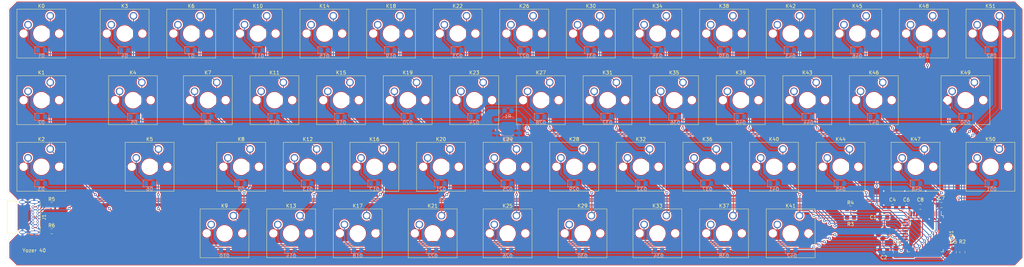
<source format=kicad_pcb>
(kicad_pcb (version 20171130) (host pcbnew "(5.1.10)-1")
  (layers (0 F.Cu signal) (31 B.Cu signal) (34 B.Paste user) (35 F.Paste user) (36 B.SilkS user) (37 F.SilkS user) (38 B.Mask user) (39 F.Mask user) (44 Edge.Cuts user))
  (net 0 "")
  (net 1 "Net-(C2-Pad1)")
  (net 2 VCC)
  (net 3 "Net-(C8-Pad2)")
  (net 4 /row0)
  (net 5 "Net-(D1-Pad1)")
  (net 6 /row1)
  (net 7 "Net-(D2-Pad1)")
  (net 8 /row2)
  (net 9 "Net-(D3-Pad1)")
  (net 10 "Net-(D4-Pad1)")
  (net 11 "Net-(D5-Pad1)")
  (net 12 "Net-(D6-Pad1)")
  (net 13 "Net-(D7-Pad1)")
  (net 14 "Net-(D8-Pad1)")
  (net 15 "Net-(D9-Pad1)")
  (net 16 /row3)
  (net 17 "Net-(D10-Pad1)")
  (net 18 "Net-(D11-Pad1)")
  (net 19 "Net-(D12-Pad1)")
  (net 20 "Net-(D13-Pad1)")
  (net 21 "Net-(D14-Pad1)")
  (net 22 "Net-(D15-Pad1)")
  (net 23 "Net-(D16-Pad1)")
  (net 24 "Net-(D17-Pad1)")
  (net 25 "Net-(D18-Pad1)")
  (net 26 "Net-(D19-Pad1)")
  (net 27 "Net-(D20-Pad1)")
  (net 28 "Net-(D21-Pad1)")
  (net 29 "Net-(D22-Pad1)")
  (net 30 "Net-(D23-Pad1)")
  (net 31 "Net-(D24-Pad1)")
  (net 32 "Net-(D25-Pad1)")
  (net 33 "Net-(D26-Pad1)")
  (net 34 "Net-(D27-Pad1)")
  (net 35 "Net-(D28-Pad1)")
  (net 36 "Net-(D29-Pad1)")
  (net 37 "Net-(D30-Pad1)")
  (net 38 "Net-(D31-Pad1)")
  (net 39 "Net-(D32-Pad1)")
  (net 40 "Net-(D33-Pad1)")
  (net 41 "Net-(D34-Pad1)")
  (net 42 "Net-(D35-Pad1)")
  (net 43 "Net-(D36-Pad1)")
  (net 44 "Net-(D37-Pad1)")
  (net 45 "Net-(D38-Pad1)")
  (net 46 "Net-(D39-Pad1)")
  (net 47 "Net-(D40-Pad1)")
  (net 48 "Net-(D41-Pad1)")
  (net 49 "Net-(D42-Pad1)")
  (net 50 "Net-(D43-Pad1)")
  (net 51 "Net-(D44-Pad1)")
  (net 52 "Net-(D45-Pad1)")
  (net 53 "Net-(D46-Pad1)")
  (net 54 "Net-(D47-Pad1)")
  (net 55 "Net-(D48-Pad1)")
  (net 56 "Net-(D49-Pad1)")
  (net 57 "Net-(D50-Pad1)")
  (net 58 "Net-(D51-Pad1)")
  (net 59 "Net-(D52-Pad1)")
  (net 60 "Net-(J1-PadA5)")
  (net 61 "Net-(J1-PadA6)")
  (net 62 "Net-(J1-PadA7)")
  (net 63 "Net-(J1-PadA8)")
  (net 64 "Net-(J1-PadB8)")
  (net 65 "Net-(J1-PadB5)")
  (net 66 /col0)
  (net 67 /col1)
  (net 68 /col2)
  (net 69 /col3)
  (net 70 /col4)
  (net 71 /col5)
  (net 72 /col6)
  (net 73 /col7)
  (net 74 /col8)
  (net 75 /col9)
  (net 76 /col10)
  (net 77 /col11)
  (net 78 /col12)
  (net 79 /col13)
  (net 80 "Net-(R1-Pad1)")
  (net 81 "Net-(R2-Pad2)")
  (net 82 "Net-(R3-Pad2)")
  (net 83 "Net-(R4-Pad2)")
  (net 84 "Net-(U1-Pad1)")
  (net 85 "Net-(U1-Pad8)")
  (net 86 "Net-(U1-Pad9)")
  (net 87 "Net-(U1-Pad10)")
  (net 88 "Net-(U1-Pad11)")
  (net 89 "Net-(U1-Pad12)")
  (net 90 "Net-(U1-Pad42)")
  (net 91 GND)
  (net 92 "Net-(C1-Pad2)")
  (net 93 "Net-(U1-Pad37)")
  (module Package_QFP:TQFP-44_10x10mm_P0.8mm (layer F.Cu) (at 321.8625 138.20625 270)
    (fp_text reference U1 (at 0 -7.45 90) (layer F.SilkS))
    (fp_text value ATMEGA32U4)
    (pad 1 smd rect (at -5.7 -4 270) (size 1.5 0.55) (layers F.Cu F.Paste F.Mask) (net 84 "Net-(U1-Pad1)"))
    (pad 2 smd rect (at -5.7 -3.2 270) (size 1.5 0.55) (layers F.Cu F.Paste F.Mask) (net 2 VCC))
    (pad 3 smd rect (at -5.7 -2.4 270) (size 1.5 0.55) (layers F.Cu F.Paste F.Mask) (net 82 "Net-(R3-Pad2)"))
    (pad 4 smd rect (at -5.7 -1.6 270) (size 1.5 0.55) (layers F.Cu F.Paste F.Mask) (net 83 "Net-(R4-Pad2)"))
    (pad 5 smd rect (at -5.7 -0.8 270) (size 1.5 0.55) (layers F.Cu F.Paste F.Mask) (net 91 GND))
    (pad 6 smd rect (at -5.7 0 270) (size 1.5 0.55) (layers F.Cu F.Paste F.Mask) (net 3 "Net-(C8-Pad2)"))
    (pad 7 smd rect (at -5.7 0.8 270) (size 1.5 0.55) (layers F.Cu F.Paste F.Mask) (net 2 VCC))
    (pad 8 smd rect (at -5.7 1.6 270) (size 1.5 0.55) (layers F.Cu F.Paste F.Mask) (net 85 "Net-(U1-Pad8)"))
    (pad 9 smd rect (at -5.7 2.4 270) (size 1.5 0.55) (layers F.Cu F.Paste F.Mask) (net 86 "Net-(U1-Pad9)"))
    (pad 10 smd rect (at -5.7 3.2 270) (size 1.5 0.55) (layers F.Cu F.Paste F.Mask) (net 87 "Net-(U1-Pad10)"))
    (pad 11 smd rect (at -5.7 4 270) (size 1.5 0.55) (layers F.Cu F.Paste F.Mask) (net 88 "Net-(U1-Pad11)"))
    (pad 12 smd rect (at -4 5.7) (size 1.5 0.55) (layers F.Cu F.Paste F.Mask) (net 89 "Net-(U1-Pad12)"))
    (pad 13 smd rect (at -3.2 5.7) (size 1.5 0.55) (layers F.Cu F.Paste F.Mask) (net 80 "Net-(R1-Pad1)"))
    (pad 14 smd rect (at -2.4 5.7) (size 1.5 0.55) (layers F.Cu F.Paste F.Mask) (net 2 VCC))
    (pad 15 smd rect (at -1.6 5.7) (size 1.5 0.55) (layers F.Cu F.Paste F.Mask) (net 91 GND))
    (pad 16 smd rect (at -0.8 5.7) (size 1.5 0.55) (layers F.Cu F.Paste F.Mask) (net 92 "Net-(C1-Pad2)"))
    (pad 17 smd rect (at 0 5.7) (size 1.5 0.55) (layers F.Cu F.Paste F.Mask) (net 1 "Net-(C2-Pad1)"))
    (pad 18 smd rect (at 0.8 5.7) (size 1.5 0.55) (layers F.Cu F.Paste F.Mask) (net 70 /col4))
    (pad 19 smd rect (at 1.6 5.7) (size 1.5 0.55) (layers F.Cu F.Paste F.Mask) (net 69 /col3))
    (pad 20 smd rect (at 2.4 5.7) (size 1.5 0.55) (layers F.Cu F.Paste F.Mask) (net 68 /col2))
    (pad 21 smd rect (at 3.2 5.7) (size 1.5 0.55) (layers F.Cu F.Paste F.Mask) (net 67 /col1))
    (pad 22 smd rect (at 4 5.7) (size 1.5 0.55) (layers F.Cu F.Paste F.Mask) (net 66 /col0))
    (pad 23 smd rect (at 5.7 4 270) (size 1.5 0.55) (layers F.Cu F.Paste F.Mask) (net 91 GND))
    (pad 24 smd rect (at 5.7 3.2 270) (size 1.5 0.55) (layers F.Cu F.Paste F.Mask) (net 2 VCC))
    (pad 25 smd rect (at 5.7 2.4 270) (size 1.5 0.55) (layers F.Cu F.Paste F.Mask) (net 71 /col5))
    (pad 26 smd rect (at 5.7 1.6 270) (size 1.5 0.55) (layers F.Cu F.Paste F.Mask) (net 72 /col6))
    (pad 27 smd rect (at 5.7 0.8 270) (size 1.5 0.55) (layers F.Cu F.Paste F.Mask) (net 73 /col7))
    (pad 28 smd rect (at 5.7 0 270) (size 1.5 0.55) (layers F.Cu F.Paste F.Mask) (net 74 /col8))
    (pad 29 smd rect (at 5.7 -0.8 270) (size 1.5 0.55) (layers F.Cu F.Paste F.Mask) (net 75 /col9))
    (pad 30 smd rect (at 5.7 -1.6 270) (size 1.5 0.55) (layers F.Cu F.Paste F.Mask) (net 76 /col10))
    (pad 31 smd rect (at 5.7 -2.4 270) (size 1.5 0.55) (layers F.Cu F.Paste F.Mask) (net 77 /col11))
    (pad 32 smd rect (at 5.7 -3.2 270) (size 1.5 0.55) (layers F.Cu F.Paste F.Mask) (net 78 /col12))
    (pad 33 smd rect (at 5.7 -4 270) (size 1.5 0.55) (layers F.Cu F.Paste F.Mask) (net 81 "Net-(R2-Pad2)"))
    (pad 34 smd rect (at 4 -5.7) (size 1.5 0.55) (layers F.Cu F.Paste F.Mask) (net 2 VCC))
    (pad 35 smd rect (at 3.2 -5.7) (size 1.5 0.55) (layers F.Cu F.Paste F.Mask) (net 91 GND))
    (pad 36 smd rect (at 2.4 -5.7) (size 1.5 0.55) (layers F.Cu F.Paste F.Mask) (net 79 /col13))
    (pad 37 smd rect (at 1.6 -5.7) (size 1.5 0.55) (layers F.Cu F.Paste F.Mask) (net 93 "Net-(U1-Pad37)"))
    (pad 38 smd rect (at 0.8 -5.7) (size 1.5 0.55) (layers F.Cu F.Paste F.Mask) (net 16 /row3))
    (pad 39 smd rect (at 0 -5.7) (size 1.5 0.55) (layers F.Cu F.Paste F.Mask) (net 8 /row2))
    (pad 40 smd rect (at -0.8 -5.7) (size 1.5 0.55) (layers F.Cu F.Paste F.Mask) (net 6 /row1))
    (pad 41 smd rect (at -1.6 -5.7) (size 1.5 0.55) (layers F.Cu F.Paste F.Mask) (net 4 /row0))
    (pad 42 smd rect (at -2.4 -5.7) (size 1.5 0.55) (layers F.Cu F.Paste F.Mask) (net 90 "Net-(U1-Pad42)"))
    (pad 43 smd rect (at -3.2 -5.7) (size 1.5 0.55) (layers F.Cu F.Paste F.Mask) (net 91 GND))
    (pad 44 smd rect (at -4 -5.7) (size 1.5 0.55) (layers F.Cu F.Paste F.Mask) (net 2 VCC))
  )
  (module Button_Switch_SMD:SW_SPST_TL3342 (layer B.Cu) (at 202.5 107.5)
    (fp_text reference SW1 (at 0 3.75) (layer B.SilkS) (effects (justify mirror)))
    (fp_text value SW_PUSH)
    (pad 1 smd rect (at -3.15 1.9) (size 1.7 1) (layers B.Cu B.Paste B.Mask) (net 91 GND))
    (pad 1 smd rect (at 3.15 1.9) (size 1.7 1) (layers B.Cu B.Paste B.Mask) (net 91 GND))
    (pad 2 smd rect (at -3.15 -1.9) (size 1.7 1) (layers B.Cu B.Paste B.Mask) (net 80 "Net-(R1-Pad1)"))
    (pad 2 smd rect (at 3.15 -1.9) (size 1.7 1) (layers B.Cu B.Paste B.Mask) (net 80 "Net-(R1-Pad1)"))
  )
  (module Capacitor_SMD:C_0805_2012Metric_Pad1.18x1.45mm_HandSolder (layer F.Cu) (at 309.95625 133.44375)
    (fp_text reference C1 (at -2.95625 0.05625) (layer F.SilkS))
    (fp_text value 22p)
    (pad 1 smd roundrect (at -1.0375 0) (size 1.175 1.45) (layers F.Cu F.Paste F.Mask) (roundrect_rratio 0.212766) (net 91 GND))
    (pad 2 smd roundrect (at 1.0375 0) (size 1.175 1.45) (layers F.Cu F.Paste F.Mask) (roundrect_rratio 0.212766) (net 92 "Net-(C1-Pad2)"))
  )
  (module Capacitor_SMD:C_0805_2012Metric_Pad1.18x1.45mm_HandSolder (layer F.Cu) (at 309.95625 142.96875 180)
    (fp_text reference C2 (at -0.04375 -2.03125 180) (layer F.SilkS))
    (fp_text value 22p)
    (pad 2 smd roundrect (at 1.0375 0 180) (size 1.175 1.45) (layers F.Cu F.Paste F.Mask) (roundrect_rratio 0.212766) (net 91 GND))
    (pad 1 smd roundrect (at -1.0375 0 180) (size 1.175 1.45) (layers F.Cu F.Paste F.Mask) (roundrect_rratio 0.212766) (net 1 "Net-(C2-Pad1)"))
  )
  (module Capacitor_SMD:C_0805_2012Metric_Pad1.18x1.45mm_HandSolder (layer F.Cu) (at 313.5 143.5 90)
    (fp_text reference C3 (at 3 0) (layer F.SilkS))
    (fp_text value .1u)
    (pad 1 smd roundrect (at -1.0375 0 90) (size 1.175 1.45) (layers F.Cu F.Paste F.Mask) (roundrect_rratio 0.212766) (net 2 VCC))
    (pad 2 smd roundrect (at 1.0375 0 90) (size 1.175 1.45) (layers F.Cu F.Paste F.Mask) (roundrect_rratio 0.212766) (net 91 GND))
  )
  (module Capacitor_SMD:C_0805_2012Metric_Pad1.18x1.45mm_HandSolder (layer F.Cu) (at 312.5 130.5 180)
    (fp_text reference C4 (at 0 2) (layer F.SilkS))
    (fp_text value .1u)
    (pad 2 smd roundrect (at 1.0375 0 180) (size 1.175 1.45) (layers F.Cu F.Paste F.Mask) (roundrect_rratio 0.212766) (net 91 GND))
    (pad 1 smd roundrect (at -1.0375 0 180) (size 1.175 1.45) (layers F.Cu F.Paste F.Mask) (roundrect_rratio 0.212766) (net 2 VCC))
  )
  (module Capacitor_SMD:C_0805_2012Metric_Pad1.18x1.45mm_HandSolder (layer F.Cu) (at 330 143.5 270)
    (fp_text reference C5 (at -3 0) (layer F.SilkS))
    (fp_text value .1u)
    (pad 1 smd roundrect (at -1.0375 0 270) (size 1.175 1.45) (layers F.Cu F.Paste F.Mask) (roundrect_rratio 0.212766) (net 2 VCC))
    (pad 2 smd roundrect (at 1.0375 0 270) (size 1.175 1.45) (layers F.Cu F.Paste F.Mask) (roundrect_rratio 0.212766) (net 91 GND))
  )
  (module Capacitor_SMD:C_0805_2012Metric_Pad1.18x1.45mm_HandSolder (layer F.Cu) (at 316.5 130.5 180)
    (fp_text reference C6 (at 0 2) (layer F.SilkS))
    (fp_text value .1u)
    (pad 2 smd roundrect (at 1.0375 0 180) (size 1.175 1.45) (layers F.Cu F.Paste F.Mask) (roundrect_rratio 0.212766) (net 91 GND))
    (pad 1 smd roundrect (at -1.0375 0 180) (size 1.175 1.45) (layers F.Cu F.Paste F.Mask) (roundrect_rratio 0.212766) (net 2 VCC))
  )
  (module Capacitor_SMD:C_0805_2012Metric_Pad1.18x1.45mm_HandSolder (layer F.Cu) (at 326.5 130 180)
    (fp_text reference C7 (at 0 2) (layer F.SilkS))
    (fp_text value 4.7u)
    (pad 1 smd roundrect (at -1.0375 0 180) (size 1.175 1.45) (layers F.Cu F.Paste F.Mask) (roundrect_rratio 0.212766) (net 2 VCC))
    (pad 2 smd roundrect (at 1.0375 0 180) (size 1.175 1.45) (layers F.Cu F.Paste F.Mask) (roundrect_rratio 0.212766) (net 91 GND))
  )
  (module Capacitor_SMD:C_0805_2012Metric_Pad1.18x1.45mm_HandSolder (layer F.Cu) (at 320.4625 130.5)
    (fp_text reference C8 (at 0 -2) (layer F.SilkS))
    (fp_text value 1u)
    (pad 2 smd roundrect (at 1.0375 0) (size 1.175 1.45) (layers F.Cu F.Paste F.Mask) (roundrect_rratio 0.212766) (net 3 "Net-(C8-Pad2)"))
    (pad 1 smd roundrect (at -1.0375 0) (size 1.175 1.45) (layers F.Cu F.Paste F.Mask) (roundrect_rratio 0.212766) (net 91 GND))
  )
  (module Diode_SMD:D_0805_2012Metric_Pad1.15x1.40mm_HandSolder (layer B.Cu) (at 69.05625 85.725)
    (fp_text reference D1 (at 0 1.65) (layer B.SilkS) (effects (justify mirror)))
    (fp_text value DIODE)
    (pad 2 smd roundrect (at 1.025 0) (size 1.15 1.4) (layers B.Cu B.Paste B.Mask) (roundrect_rratio 0.217391) (net 4 /row0))
    (pad 1 smd roundrect (at -1.025 0) (size 1.15 1.4) (layers B.Cu B.Paste B.Mask) (roundrect_rratio 0.217391) (net 5 "Net-(D1-Pad1)"))
  )
  (module Diode_SMD:D_0805_2012Metric_Pad1.15x1.40mm_HandSolder (layer B.Cu) (at 69.05625 104.775)
    (fp_text reference D2 (at 0 1.65) (layer B.SilkS) (effects (justify mirror)))
    (fp_text value DIODE)
    (pad 2 smd roundrect (at 1.025 0) (size 1.15 1.4) (layers B.Cu B.Paste B.Mask) (roundrect_rratio 0.217391) (net 6 /row1))
    (pad 1 smd roundrect (at -1.025 0) (size 1.15 1.4) (layers B.Cu B.Paste B.Mask) (roundrect_rratio 0.217391) (net 7 "Net-(D2-Pad1)"))
  )
  (module Diode_SMD:D_0805_2012Metric_Pad1.15x1.40mm_HandSolder (layer B.Cu) (at 69.06 123.825)
    (fp_text reference D3 (at 0 1.65) (layer B.SilkS) (effects (justify mirror)))
    (fp_text value DIODE)
    (pad 2 smd roundrect (at 1.025 0) (size 1.15 1.4) (layers B.Cu B.Paste B.Mask) (roundrect_rratio 0.217391) (net 8 /row2))
    (pad 1 smd roundrect (at -1.025 0) (size 1.15 1.4) (layers B.Cu B.Paste B.Mask) (roundrect_rratio 0.217391) (net 9 "Net-(D3-Pad1)"))
  )
  (module Diode_SMD:D_0805_2012Metric_Pad1.15x1.40mm_HandSolder (layer B.Cu) (at 92.86875 85.725)
    (fp_text reference D4 (at 0 1.65) (layer B.SilkS) (effects (justify mirror)))
    (fp_text value DIODE)
    (pad 2 smd roundrect (at 1.025 0) (size 1.15 1.4) (layers B.Cu B.Paste B.Mask) (roundrect_rratio 0.217391) (net 4 /row0))
    (pad 1 smd roundrect (at -1.025 0) (size 1.15 1.4) (layers B.Cu B.Paste B.Mask) (roundrect_rratio 0.217391) (net 10 "Net-(D4-Pad1)"))
  )
  (module Diode_SMD:D_0805_2012Metric_Pad1.15x1.40mm_HandSolder (layer B.Cu) (at 95.585 104.775)
    (fp_text reference D5 (at 0 1.65) (layer B.SilkS) (effects (justify mirror)))
    (fp_text value DIODE)
    (pad 2 smd roundrect (at 1.025 0) (size 1.15 1.4) (layers B.Cu B.Paste B.Mask) (roundrect_rratio 0.217391) (net 6 /row1))
    (pad 1 smd roundrect (at -1.025 0) (size 1.15 1.4) (layers B.Cu B.Paste B.Mask) (roundrect_rratio 0.217391) (net 11 "Net-(D5-Pad1)"))
  )
  (module Diode_SMD:D_0805_2012Metric_Pad1.15x1.40mm_HandSolder (layer B.Cu) (at 100.0125 123.825)
    (fp_text reference D6 (at 0 1.65) (layer B.SilkS) (effects (justify mirror)))
    (fp_text value DIODE)
    (pad 2 smd roundrect (at 1.025 0) (size 1.15 1.4) (layers B.Cu B.Paste B.Mask) (roundrect_rratio 0.217391) (net 8 /row2))
    (pad 1 smd roundrect (at -1.025 0) (size 1.15 1.4) (layers B.Cu B.Paste B.Mask) (roundrect_rratio 0.217391) (net 12 "Net-(D6-Pad1)"))
  )
  (module Diode_SMD:D_0805_2012Metric_Pad1.15x1.40mm_HandSolder (layer B.Cu) (at 111.91875 85.725)
    (fp_text reference D7 (at 0 1.65) (layer B.SilkS) (effects (justify mirror)))
    (fp_text value DIODE)
    (pad 2 smd roundrect (at 1.025 0) (size 1.15 1.4) (layers B.Cu B.Paste B.Mask) (roundrect_rratio 0.217391) (net 4 /row0))
    (pad 1 smd roundrect (at -1.025 0) (size 1.15 1.4) (layers B.Cu B.Paste B.Mask) (roundrect_rratio 0.217391) (net 13 "Net-(D7-Pad1)"))
  )
  (module Diode_SMD:D_0805_2012Metric_Pad1.15x1.40mm_HandSolder (layer B.Cu) (at 116.68125 104.775)
    (fp_text reference D8 (at 0 1.65) (layer B.SilkS) (effects (justify mirror)))
    (fp_text value DIODE)
    (pad 2 smd roundrect (at 1.025 0) (size 1.15 1.4) (layers B.Cu B.Paste B.Mask) (roundrect_rratio 0.217391) (net 6 /row1))
    (pad 1 smd roundrect (at -1.025 0) (size 1.15 1.4) (layers B.Cu B.Paste B.Mask) (roundrect_rratio 0.217391) (net 14 "Net-(D8-Pad1)"))
  )
  (module Diode_SMD:D_0805_2012Metric_Pad1.15x1.40mm_HandSolder (layer B.Cu) (at 126.21 123.825)
    (fp_text reference D9 (at 0 1.65) (layer B.SilkS) (effects (justify mirror)))
    (fp_text value DIODE)
    (pad 1 smd roundrect (at -1.025 0) (size 1.15 1.4) (layers B.Cu B.Paste B.Mask) (roundrect_rratio 0.217391) (net 15 "Net-(D9-Pad1)"))
    (pad 2 smd roundrect (at 1.025 0) (size 1.15 1.4) (layers B.Cu B.Paste B.Mask) (roundrect_rratio 0.217391) (net 8 /row2))
  )
  (module Diode_SMD:D_0805_2012Metric_Pad1.15x1.40mm_HandSolder (layer B.Cu) (at 121.44375 142.875)
    (fp_text reference D10 (at 0 1.65) (layer B.SilkS) (effects (justify mirror)))
    (fp_text value DIODE)
    (pad 2 smd roundrect (at 1.025 0) (size 1.15 1.4) (layers B.Cu B.Paste B.Mask) (roundrect_rratio 0.217391) (net 16 /row3))
    (pad 1 smd roundrect (at -1.025 0) (size 1.15 1.4) (layers B.Cu B.Paste B.Mask) (roundrect_rratio 0.217391) (net 17 "Net-(D10-Pad1)"))
  )
  (module Diode_SMD:D_0805_2012Metric_Pad1.15x1.40mm_HandSolder (layer B.Cu) (at 131.30375 85.725)
    (fp_text reference D11 (at 0 1.65) (layer B.SilkS) (effects (justify mirror)))
    (fp_text value DIODE)
    (pad 2 smd roundrect (at 1.025 0) (size 1.15 1.4) (layers B.Cu B.Paste B.Mask) (roundrect_rratio 0.217391) (net 4 /row0))
    (pad 1 smd roundrect (at -1.025 0) (size 1.15 1.4) (layers B.Cu B.Paste B.Mask) (roundrect_rratio 0.217391) (net 18 "Net-(D11-Pad1)"))
  )
  (module Diode_SMD:D_0805_2012Metric_Pad1.15x1.40mm_HandSolder (layer B.Cu) (at 135.73125 104.775)
    (fp_text reference D12 (at 0 1.65) (layer B.SilkS) (effects (justify mirror)))
    (fp_text value DIODE)
    (pad 2 smd roundrect (at 1.025 0) (size 1.15 1.4) (layers B.Cu B.Paste B.Mask) (roundrect_rratio 0.217391) (net 6 /row1))
    (pad 1 smd roundrect (at -1.025 0) (size 1.15 1.4) (layers B.Cu B.Paste B.Mask) (roundrect_rratio 0.217391) (net 19 "Net-(D12-Pad1)"))
  )
  (module Diode_SMD:D_0805_2012Metric_Pad1.15x1.40mm_HandSolder (layer B.Cu) (at 145.25625 123.825)
    (fp_text reference D13 (at 0 1.65) (layer B.SilkS) (effects (justify mirror)))
    (fp_text value DIODE)
    (pad 2 smd roundrect (at 1.025 0) (size 1.15 1.4) (layers B.Cu B.Paste B.Mask) (roundrect_rratio 0.217391) (net 8 /row2))
    (pad 1 smd roundrect (at -1.025 0) (size 1.15 1.4) (layers B.Cu B.Paste B.Mask) (roundrect_rratio 0.217391) (net 20 "Net-(D13-Pad1)"))
  )
  (module Diode_SMD:D_0805_2012Metric_Pad1.15x1.40mm_HandSolder (layer B.Cu) (at 140.49375 142.875)
    (fp_text reference D14 (at 0 1.65) (layer B.SilkS) (effects (justify mirror)))
    (fp_text value DIODE)
    (pad 2 smd roundrect (at 1.025 0) (size 1.15 1.4) (layers B.Cu B.Paste B.Mask) (roundrect_rratio 0.217391) (net 16 /row3))
    (pad 1 smd roundrect (at -1.025 0) (size 1.15 1.4) (layers B.Cu B.Paste B.Mask) (roundrect_rratio 0.217391) (net 21 "Net-(D14-Pad1)"))
  )
  (module Diode_SMD:D_0805_2012Metric_Pad1.15x1.40mm_HandSolder (layer B.Cu) (at 150.01875 85.725)
    (fp_text reference D15 (at 0 1.65) (layer B.SilkS) (effects (justify mirror)))
    (fp_text value DIODE)
    (pad 1 smd roundrect (at -1.025 0) (size 1.15 1.4) (layers B.Cu B.Paste B.Mask) (roundrect_rratio 0.217391) (net 22 "Net-(D15-Pad1)"))
    (pad 2 smd roundrect (at 1.025 0) (size 1.15 1.4) (layers B.Cu B.Paste B.Mask) (roundrect_rratio 0.217391) (net 4 /row0))
  )
  (module Diode_SMD:D_0805_2012Metric_Pad1.15x1.40mm_HandSolder (layer B.Cu) (at 154.78125 104.775)
    (fp_text reference D16 (at 0 1.65) (layer B.SilkS) (effects (justify mirror)))
    (fp_text value DIODE)
    (pad 2 smd roundrect (at 1.025 0) (size 1.15 1.4) (layers B.Cu B.Paste B.Mask) (roundrect_rratio 0.217391) (net 6 /row1))
    (pad 1 smd roundrect (at -1.025 0) (size 1.15 1.4) (layers B.Cu B.Paste B.Mask) (roundrect_rratio 0.217391) (net 23 "Net-(D16-Pad1)"))
  )
  (module Diode_SMD:D_0805_2012Metric_Pad1.15x1.40mm_HandSolder (layer B.Cu) (at 164.30625 123.825)
    (fp_text reference D17 (at 0 1.65) (layer B.SilkS) (effects (justify mirror)))
    (fp_text value DIODE)
    (pad 2 smd roundrect (at 1.025 0) (size 1.15 1.4) (layers B.Cu B.Paste B.Mask) (roundrect_rratio 0.217391) (net 8 /row2))
    (pad 1 smd roundrect (at -1.025 0) (size 1.15 1.4) (layers B.Cu B.Paste B.Mask) (roundrect_rratio 0.217391) (net 24 "Net-(D17-Pad1)"))
  )
  (module Diode_SMD:D_0805_2012Metric_Pad1.15x1.40mm_HandSolder (layer B.Cu) (at 159.54375 142.875)
    (fp_text reference D18 (at 0 1.65) (layer B.SilkS) (effects (justify mirror)))
    (fp_text value DIODE)
    (pad 2 smd roundrect (at 1.025 0) (size 1.15 1.4) (layers B.Cu B.Paste B.Mask) (roundrect_rratio 0.217391) (net 16 /row3))
    (pad 1 smd roundrect (at -1.025 0) (size 1.15 1.4) (layers B.Cu B.Paste B.Mask) (roundrect_rratio 0.217391) (net 25 "Net-(D18-Pad1)"))
  )
  (module Diode_SMD:D_0805_2012Metric_Pad1.15x1.40mm_HandSolder (layer B.Cu) (at 169.06875 85.725)
    (fp_text reference D19 (at 0 1.65) (layer B.SilkS) (effects (justify mirror)))
    (fp_text value DIODE)
    (pad 1 smd roundrect (at -1.025 0) (size 1.15 1.4) (layers B.Cu B.Paste B.Mask) (roundrect_rratio 0.217391) (net 26 "Net-(D19-Pad1)"))
    (pad 2 smd roundrect (at 1.025 0) (size 1.15 1.4) (layers B.Cu B.Paste B.Mask) (roundrect_rratio 0.217391) (net 4 /row0))
  )
  (module Diode_SMD:D_0805_2012Metric_Pad1.15x1.40mm_HandSolder (layer B.Cu) (at 173.83125 104.775)
    (fp_text reference D20 (at 0 1.65) (layer B.SilkS) (effects (justify mirror)))
    (fp_text value DIODE)
    (pad 1 smd roundrect (at -1.025 0) (size 1.15 1.4) (layers B.Cu B.Paste B.Mask) (roundrect_rratio 0.217391) (net 27 "Net-(D20-Pad1)"))
    (pad 2 smd roundrect (at 1.025 0) (size 1.15 1.4) (layers B.Cu B.Paste B.Mask) (roundrect_rratio 0.217391) (net 6 /row1))
  )
  (module Diode_SMD:D_0805_2012Metric_Pad1.15x1.40mm_HandSolder (layer B.Cu) (at 183.35625 123.825)
    (fp_text reference D21 (at 0 1.65) (layer B.SilkS) (effects (justify mirror)))
    (fp_text value DIODE)
    (pad 2 smd roundrect (at 1.025 0) (size 1.15 1.4) (layers B.Cu B.Paste B.Mask) (roundrect_rratio 0.217391) (net 8 /row2))
    (pad 1 smd roundrect (at -1.025 0) (size 1.15 1.4) (layers B.Cu B.Paste B.Mask) (roundrect_rratio 0.217391) (net 28 "Net-(D21-Pad1)"))
  )
  (module Diode_SMD:D_0805_2012Metric_Pad1.15x1.40mm_HandSolder (layer B.Cu) (at 180.975 142.875)
    (fp_text reference D22 (at 0 1.65) (layer B.SilkS) (effects (justify mirror)))
    (fp_text value DIODE)
    (pad 2 smd roundrect (at 1.025 0) (size 1.15 1.4) (layers B.Cu B.Paste B.Mask) (roundrect_rratio 0.217391) (net 16 /row3))
    (pad 1 smd roundrect (at -1.025 0) (size 1.15 1.4) (layers B.Cu B.Paste B.Mask) (roundrect_rratio 0.217391) (net 29 "Net-(D22-Pad1)"))
  )
  (module Diode_SMD:D_0805_2012Metric_Pad1.15x1.40mm_HandSolder (layer B.Cu) (at 188.11875 85.725)
    (fp_text reference D23 (at 0 1.65) (layer B.SilkS) (effects (justify mirror)))
    (fp_text value DIODE)
    (pad 1 smd roundrect (at -1.025 0) (size 1.15 1.4) (layers B.Cu B.Paste B.Mask) (roundrect_rratio 0.217391) (net 30 "Net-(D23-Pad1)"))
    (pad 2 smd roundrect (at 1.025 0) (size 1.15 1.4) (layers B.Cu B.Paste B.Mask) (roundrect_rratio 0.217391) (net 4 /row0))
  )
  (module Diode_SMD:D_0805_2012Metric_Pad1.15x1.40mm_HandSolder (layer B.Cu) (at 192.88125 104.775)
    (fp_text reference D24 (at 0 1.65) (layer B.SilkS) (effects (justify mirror)))
    (fp_text value DIODE)
    (pad 1 smd roundrect (at -1.025 0) (size 1.15 1.4) (layers B.Cu B.Paste B.Mask) (roundrect_rratio 0.217391) (net 31 "Net-(D24-Pad1)"))
    (pad 2 smd roundrect (at 1.025 0) (size 1.15 1.4) (layers B.Cu B.Paste B.Mask) (roundrect_rratio 0.217391) (net 6 /row1))
  )
  (module Diode_SMD:D_0805_2012Metric_Pad1.15x1.40mm_HandSolder (layer B.Cu) (at 202.40625 123.825)
    (fp_text reference D25 (at 0 1.65) (layer B.SilkS) (effects (justify mirror)))
    (fp_text value DIODE)
    (pad 2 smd roundrect (at 1.025 0) (size 1.15 1.4) (layers B.Cu B.Paste B.Mask) (roundrect_rratio 0.217391) (net 8 /row2))
    (pad 1 smd roundrect (at -1.025 0) (size 1.15 1.4) (layers B.Cu B.Paste B.Mask) (roundrect_rratio 0.217391) (net 32 "Net-(D25-Pad1)"))
  )
  (module Diode_SMD:D_0805_2012Metric_Pad1.15x1.40mm_HandSolder (layer B.Cu) (at 202.40625 142.875)
    (fp_text reference D26 (at 0 1.65) (layer B.SilkS) (effects (justify mirror)))
    (fp_text value DIODE)
    (pad 1 smd roundrect (at -1.025 0) (size 1.15 1.4) (layers B.Cu B.Paste B.Mask) (roundrect_rratio 0.217391) (net 33 "Net-(D26-Pad1)"))
    (pad 2 smd roundrect (at 1.025 0) (size 1.15 1.4) (layers B.Cu B.Paste B.Mask) (roundrect_rratio 0.217391) (net 16 /row3))
  )
  (module Diode_SMD:D_0805_2012Metric_Pad1.15x1.40mm_HandSolder (layer B.Cu) (at 207.16875 85.725)
    (fp_text reference D27 (at 0 1.65) (layer B.SilkS) (effects (justify mirror)))
    (fp_text value DIODE)
    (pad 1 smd roundrect (at -1.025 0) (size 1.15 1.4) (layers B.Cu B.Paste B.Mask) (roundrect_rratio 0.217391) (net 34 "Net-(D27-Pad1)"))
    (pad 2 smd roundrect (at 1.025 0) (size 1.15 1.4) (layers B.Cu B.Paste B.Mask) (roundrect_rratio 0.217391) (net 4 /row0))
  )
  (module Diode_SMD:D_0805_2012Metric_Pad1.15x1.40mm_HandSolder (layer B.Cu) (at 211.93125 104.775)
    (fp_text reference D28 (at 0 1.65) (layer B.SilkS) (effects (justify mirror)))
    (fp_text value DIODE)
    (pad 1 smd roundrect (at -1.025 0) (size 1.15 1.4) (layers B.Cu B.Paste B.Mask) (roundrect_rratio 0.217391) (net 35 "Net-(D28-Pad1)"))
    (pad 2 smd roundrect (at 1.025 0) (size 1.15 1.4) (layers B.Cu B.Paste B.Mask) (roundrect_rratio 0.217391) (net 6 /row1))
  )
  (module Diode_SMD:D_0805_2012Metric_Pad1.15x1.40mm_HandSolder (layer B.Cu) (at 221.45625 123.825)
    (fp_text reference D29 (at 0 1.65) (layer B.SilkS) (effects (justify mirror)))
    (fp_text value DIODE)
    (pad 1 smd roundrect (at -1.025 0) (size 1.15 1.4) (layers B.Cu B.Paste B.Mask) (roundrect_rratio 0.217391) (net 36 "Net-(D29-Pad1)"))
    (pad 2 smd roundrect (at 1.025 0) (size 1.15 1.4) (layers B.Cu B.Paste B.Mask) (roundrect_rratio 0.217391) (net 8 /row2))
  )
  (module Diode_SMD:D_0805_2012Metric_Pad1.15x1.40mm_HandSolder (layer B.Cu) (at 223.8375 142.875)
    (fp_text reference D30 (at 0 1.65) (layer B.SilkS) (effects (justify mirror)))
    (fp_text value DIODE)
    (pad 1 smd roundrect (at -1.025 0) (size 1.15 1.4) (layers B.Cu B.Paste B.Mask) (roundrect_rratio 0.217391) (net 37 "Net-(D30-Pad1)"))
    (pad 2 smd roundrect (at 1.025 0) (size 1.15 1.4) (layers B.Cu B.Paste B.Mask) (roundrect_rratio 0.217391) (net 16 /row3))
  )
  (module Diode_SMD:D_0805_2012Metric_Pad1.15x1.40mm_HandSolder (layer B.Cu) (at 226.21875 85.725)
    (fp_text reference D31 (at 0 1.65) (layer B.SilkS) (effects (justify mirror)))
    (fp_text value DIODE)
    (pad 1 smd roundrect (at -1.025 0) (size 1.15 1.4) (layers B.Cu B.Paste B.Mask) (roundrect_rratio 0.217391) (net 38 "Net-(D31-Pad1)"))
    (pad 2 smd roundrect (at 1.025 0) (size 1.15 1.4) (layers B.Cu B.Paste B.Mask) (roundrect_rratio 0.217391) (net 4 /row0))
  )
  (module Diode_SMD:D_0805_2012Metric_Pad1.15x1.40mm_HandSolder (layer B.Cu) (at 230.98125 104.775)
    (fp_text reference D32 (at 0 1.65) (layer B.SilkS) (effects (justify mirror)))
    (fp_text value DIODE)
    (pad 1 smd roundrect (at -1.025 0) (size 1.15 1.4) (layers B.Cu B.Paste B.Mask) (roundrect_rratio 0.217391) (net 39 "Net-(D32-Pad1)"))
    (pad 2 smd roundrect (at 1.025 0) (size 1.15 1.4) (layers B.Cu B.Paste B.Mask) (roundrect_rratio 0.217391) (net 6 /row1))
  )
  (module Diode_SMD:D_0805_2012Metric_Pad1.15x1.40mm_HandSolder (layer B.Cu) (at 240.84125 123.825)
    (fp_text reference D33 (at 0 1.65) (layer B.SilkS) (effects (justify mirror)))
    (fp_text value DIODE)
    (pad 1 smd roundrect (at -1.025 0) (size 1.15 1.4) (layers B.Cu B.Paste B.Mask) (roundrect_rratio 0.217391) (net 40 "Net-(D33-Pad1)"))
    (pad 2 smd roundrect (at 1.025 0) (size 1.15 1.4) (layers B.Cu B.Paste B.Mask) (roundrect_rratio 0.217391) (net 8 /row2))
  )
  (module Diode_SMD:D_0805_2012Metric_Pad1.15x1.40mm_HandSolder (layer B.Cu) (at 245.60375 142.875)
    (fp_text reference D34 (at 0 1.65) (layer B.SilkS) (effects (justify mirror)))
    (fp_text value DIODE)
    (pad 1 smd roundrect (at -1.025 0) (size 1.15 1.4) (layers B.Cu B.Paste B.Mask) (roundrect_rratio 0.217391) (net 41 "Net-(D34-Pad1)"))
    (pad 2 smd roundrect (at 1.025 0) (size 1.15 1.4) (layers B.Cu B.Paste B.Mask) (roundrect_rratio 0.217391) (net 16 /row3))
  )
  (module Diode_SMD:D_0805_2012Metric_Pad1.15x1.40mm_HandSolder (layer B.Cu) (at 245.26875 85.725)
    (fp_text reference D35 (at 0 1.65) (layer B.SilkS) (effects (justify mirror)))
    (fp_text value DIODE)
    (pad 1 smd roundrect (at -1.025 0) (size 1.15 1.4) (layers B.Cu B.Paste B.Mask) (roundrect_rratio 0.217391) (net 42 "Net-(D35-Pad1)"))
    (pad 2 smd roundrect (at 1.025 0) (size 1.15 1.4) (layers B.Cu B.Paste B.Mask) (roundrect_rratio 0.217391) (net 4 /row0))
  )
  (module Diode_SMD:D_0805_2012Metric_Pad1.15x1.40mm_HandSolder (layer B.Cu) (at 250.36625 104.775)
    (fp_text reference D36 (at 0 1.65) (layer B.SilkS) (effects (justify mirror)))
    (fp_text value DIODE)
    (pad 1 smd roundrect (at -1.025 0) (size 1.15 1.4) (layers B.Cu B.Paste B.Mask) (roundrect_rratio 0.217391) (net 43 "Net-(D36-Pad1)"))
    (pad 2 smd roundrect (at 1.025 0) (size 1.15 1.4) (layers B.Cu B.Paste B.Mask) (roundrect_rratio 0.217391) (net 6 /row1))
  )
  (module Diode_SMD:D_0805_2012Metric_Pad1.15x1.40mm_HandSolder (layer B.Cu) (at 259.55625 123.825)
    (fp_text reference D37 (at 0 1.65) (layer B.SilkS) (effects (justify mirror)))
    (fp_text value DIODE)
    (pad 1 smd roundrect (at -1.025 0) (size 1.15 1.4) (layers B.Cu B.Paste B.Mask) (roundrect_rratio 0.217391) (net 44 "Net-(D37-Pad1)"))
    (pad 2 smd roundrect (at 1.025 0) (size 1.15 1.4) (layers B.Cu B.Paste B.Mask) (roundrect_rratio 0.217391) (net 8 /row2))
  )
  (module Diode_SMD:D_0805_2012Metric_Pad1.15x1.40mm_HandSolder (layer B.Cu) (at 264.31875 142.875)
    (fp_text reference D38 (at 0 1.65) (layer B.SilkS) (effects (justify mirror)))
    (fp_text value DIODE)
    (pad 1 smd roundrect (at -1.025 0) (size 1.15 1.4) (layers B.Cu B.Paste B.Mask) (roundrect_rratio 0.217391) (net 45 "Net-(D38-Pad1)"))
    (pad 2 smd roundrect (at 1.025 0) (size 1.15 1.4) (layers B.Cu B.Paste B.Mask) (roundrect_rratio 0.217391) (net 16 /row3))
  )
  (module Diode_SMD:D_0805_2012Metric_Pad1.15x1.40mm_HandSolder (layer B.Cu) (at 264.31875 85.725)
    (fp_text reference D39 (at 0 1.65) (layer B.SilkS) (effects (justify mirror)))
    (fp_text value DIODE)
    (pad 1 smd roundrect (at -1.025 0) (size 1.15 1.4) (layers B.Cu B.Paste B.Mask) (roundrect_rratio 0.217391) (net 46 "Net-(D39-Pad1)"))
    (pad 2 smd roundrect (at 1.025 0) (size 1.15 1.4) (layers B.Cu B.Paste B.Mask) (roundrect_rratio 0.217391) (net 4 /row0))
  )
  (module Diode_SMD:D_0805_2012Metric_Pad1.15x1.40mm_HandSolder (layer B.Cu) (at 269.08125 104.775)
    (fp_text reference D40 (at 0 1.65) (layer B.SilkS) (effects (justify mirror)))
    (fp_text value DIODE)
    (pad 1 smd roundrect (at -1.025 0) (size 1.15 1.4) (layers B.Cu B.Paste B.Mask) (roundrect_rratio 0.217391) (net 47 "Net-(D40-Pad1)"))
    (pad 2 smd roundrect (at 1.025 0) (size 1.15 1.4) (layers B.Cu B.Paste B.Mask) (roundrect_rratio 0.217391) (net 6 /row1))
  )
  (module Diode_SMD:D_0805_2012Metric_Pad1.15x1.40mm_HandSolder (layer B.Cu) (at 278.60625 123.825)
    (fp_text reference D41 (at 0 1.65) (layer B.SilkS) (effects (justify mirror)))
    (fp_text value DIODE)
    (pad 1 smd roundrect (at -1.025 0) (size 1.15 1.4) (layers B.Cu B.Paste B.Mask) (roundrect_rratio 0.217391) (net 48 "Net-(D41-Pad1)"))
    (pad 2 smd roundrect (at 1.025 0) (size 1.15 1.4) (layers B.Cu B.Paste B.Mask) (roundrect_rratio 0.217391) (net 8 /row2))
  )
  (module Diode_SMD:D_0805_2012Metric_Pad1.15x1.40mm_HandSolder (layer B.Cu) (at 283.70375 142.875)
    (fp_text reference D42 (at 0 1.65) (layer B.SilkS) (effects (justify mirror)))
    (fp_text value DIODE)
    (pad 1 smd roundrect (at -1.025 0) (size 1.15 1.4) (layers B.Cu B.Paste B.Mask) (roundrect_rratio 0.217391) (net 49 "Net-(D42-Pad1)"))
    (pad 2 smd roundrect (at 1.025 0) (size 1.15 1.4) (layers B.Cu B.Paste B.Mask) (roundrect_rratio 0.217391) (net 16 /row3))
  )
  (module Diode_SMD:D_0805_2012Metric_Pad1.15x1.40mm_HandSolder (layer B.Cu) (at 283.36875 85.725)
    (fp_text reference D43 (at 0 1.65) (layer B.SilkS) (effects (justify mirror)))
    (fp_text value DIODE)
    (pad 1 smd roundrect (at -1.025 0) (size 1.15 1.4) (layers B.Cu B.Paste B.Mask) (roundrect_rratio 0.217391) (net 50 "Net-(D43-Pad1)"))
    (pad 2 smd roundrect (at 1.025 0) (size 1.15 1.4) (layers B.Cu B.Paste B.Mask) (roundrect_rratio 0.217391) (net 4 /row0))
  )
  (module Diode_SMD:D_0805_2012Metric_Pad1.15x1.40mm_HandSolder (layer B.Cu) (at 288.46625 104.775)
    (fp_text reference D44 (at 0 1.65) (layer B.SilkS) (effects (justify mirror)))
    (fp_text value DIODE)
    (pad 2 smd roundrect (at 1.025 0) (size 1.15 1.4) (layers B.Cu B.Paste B.Mask) (roundrect_rratio 0.217391) (net 6 /row1))
    (pad 1 smd roundrect (at -1.025 0) (size 1.15 1.4) (layers B.Cu B.Paste B.Mask) (roundrect_rratio 0.217391) (net 51 "Net-(D44-Pad1)"))
  )
  (module Diode_SMD:D_0805_2012Metric_Pad1.15x1.40mm_HandSolder (layer B.Cu) (at 297.65625 123.825)
    (fp_text reference D45 (at 0 1.65) (layer B.SilkS) (effects (justify mirror)))
    (fp_text value DIODE)
    (pad 1 smd roundrect (at -1.025 0) (size 1.15 1.4) (layers B.Cu B.Paste B.Mask) (roundrect_rratio 0.217391) (net 52 "Net-(D45-Pad1)"))
    (pad 2 smd roundrect (at 1.025 0) (size 1.15 1.4) (layers B.Cu B.Paste B.Mask) (roundrect_rratio 0.217391) (net 8 /row2))
  )
  (module Diode_SMD:D_0805_2012Metric_Pad1.15x1.40mm_HandSolder (layer B.Cu) (at 302.41875 85.725)
    (fp_text reference D46 (at 0 1.65) (layer B.SilkS) (effects (justify mirror)))
    (fp_text value DIODE)
    (pad 2 smd roundrect (at 1.025 0) (size 1.15 1.4) (layers B.Cu B.Paste B.Mask) (roundrect_rratio 0.217391) (net 4 /row0))
    (pad 1 smd roundrect (at -1.025 0) (size 1.15 1.4) (layers B.Cu B.Paste B.Mask) (roundrect_rratio 0.217391) (net 53 "Net-(D46-Pad1)"))
  )
  (module Diode_SMD:D_0805_2012Metric_Pad1.15x1.40mm_HandSolder (layer B.Cu) (at 307.18125 104.775)
    (fp_text reference D47 (at 0 1.65) (layer B.SilkS) (effects (justify mirror)))
    (fp_text value DIODE)
    (pad 2 smd roundrect (at 1.025 0) (size 1.15 1.4) (layers B.Cu B.Paste B.Mask) (roundrect_rratio 0.217391) (net 6 /row1))
    (pad 1 smd roundrect (at -1.025 0) (size 1.15 1.4) (layers B.Cu B.Paste B.Mask) (roundrect_rratio 0.217391) (net 54 "Net-(D47-Pad1)"))
  )
  (module Diode_SMD:D_0805_2012Metric_Pad1.15x1.40mm_HandSolder (layer B.Cu) (at 319.4225 123.825)
    (fp_text reference D48 (at 0 1.65) (layer B.SilkS) (effects (justify mirror)))
    (fp_text value DIODE)
    (pad 2 smd roundrect (at 1.025 0) (size 1.15 1.4) (layers B.Cu B.Paste B.Mask) (roundrect_rratio 0.217391) (net 8 /row2))
    (pad 1 smd roundrect (at -1.025 0) (size 1.15 1.4) (layers B.Cu B.Paste B.Mask) (roundrect_rratio 0.217391) (net 55 "Net-(D48-Pad1)"))
  )
  (module Diode_SMD:D_0805_2012Metric_Pad1.15x1.40mm_HandSolder (layer B.Cu) (at 321.46875 85.725)
    (fp_text reference D49 (at 0 1.65) (layer B.SilkS) (effects (justify mirror)))
    (fp_text value DIODE)
    (pad 2 smd roundrect (at 1.025 0) (size 1.15 1.4) (layers B.Cu B.Paste B.Mask) (roundrect_rratio 0.217391) (net 4 /row0))
    (pad 1 smd roundrect (at -1.025 0) (size 1.15 1.4) (layers B.Cu B.Paste B.Mask) (roundrect_rratio 0.217391) (net 56 "Net-(D49-Pad1)"))
  )
  (module Diode_SMD:D_0805_2012Metric_Pad1.15x1.40mm_HandSolder (layer B.Cu) (at 333.375 104.775)
    (fp_text reference D50 (at 0 1.65) (layer B.SilkS) (effects (justify mirror)))
    (fp_text value DIODE)
    (pad 2 smd roundrect (at 1.025 0) (size 1.15 1.4) (layers B.Cu B.Paste B.Mask) (roundrect_rratio 0.217391) (net 6 /row1))
    (pad 1 smd roundrect (at -1.025 0) (size 1.15 1.4) (layers B.Cu B.Paste B.Mask) (roundrect_rratio 0.217391) (net 57 "Net-(D50-Pad1)"))
  )
  (module Diode_SMD:D_0805_2012Metric_Pad1.15x1.40mm_HandSolder (layer B.Cu) (at 340.85375 123.825)
    (fp_text reference D51 (at 0 1.65) (layer B.SilkS) (effects (justify mirror)))
    (fp_text value DIODE)
    (pad 1 smd roundrect (at -1.025 0) (size 1.15 1.4) (layers B.Cu B.Paste B.Mask) (roundrect_rratio 0.217391) (net 58 "Net-(D51-Pad1)"))
    (pad 2 smd roundrect (at 1.025 0) (size 1.15 1.4) (layers B.Cu B.Paste B.Mask) (roundrect_rratio 0.217391) (net 8 /row2))
  )
  (module Diode_SMD:D_0805_2012Metric_Pad1.15x1.40mm_HandSolder (layer B.Cu) (at 340.85375 85.725)
    (fp_text reference D52 (at 0 1.65) (layer B.SilkS) (effects (justify mirror)))
    (fp_text value DIODE)
    (pad 2 smd roundrect (at 1.025 0) (size 1.15 1.4) (layers B.Cu B.Paste B.Mask) (roundrect_rratio 0.217391) (net 16 /row3))
    (pad 1 smd roundrect (at -1.025 0) (size 1.15 1.4) (layers B.Cu B.Paste B.Mask) (roundrect_rratio 0.217391) (net 59 "Net-(D52-Pad1)"))
  )
  (module Connector_USB:USB_C_Receptacle_GCT_USB4085 (layer F.Cu) (at 68 130.5 270)
    (fp_text reference J1 (at 2.975 -1.8 90) (layer F.SilkS))
    (fp_text value USB_C_Receptacle_USB2.0)
    (pad A1 thru_hole circle (at 0 0 270) (size 0.7 0.7) (drill 0.4) (layers *.Cu *.Mask) (net 91 GND))
    (pad A4 thru_hole circle (at 0.85 0 270) (size 0.7 0.7) (drill 0.4) (layers *.Cu *.Mask) (net 2 VCC))
    (pad A5 thru_hole circle (at 1.7 0 270) (size 0.7 0.7) (drill 0.4) (layers *.Cu *.Mask) (net 60 "Net-(J1-PadA5)"))
    (pad A6 thru_hole circle (at 2.55 0 270) (size 0.7 0.7) (drill 0.4) (layers *.Cu *.Mask) (net 61 "Net-(J1-PadA6)"))
    (pad A7 thru_hole circle (at 3.4 0 270) (size 0.7 0.7) (drill 0.4) (layers *.Cu *.Mask) (net 62 "Net-(J1-PadA7)"))
    (pad A8 thru_hole circle (at 4.25 0 270) (size 0.7 0.7) (drill 0.4) (layers *.Cu *.Mask) (net 63 "Net-(J1-PadA8)"))
    (pad A9 thru_hole circle (at 5.1 0 270) (size 0.7 0.7) (drill 0.4) (layers *.Cu *.Mask) (net 2 VCC))
    (pad A12 thru_hole circle (at 5.95 0 270) (size 0.7 0.7) (drill 0.4) (layers *.Cu *.Mask) (net 91 GND))
    (pad B9 thru_hole circle (at 0.85 1.35 270) (size 0.7 0.7) (drill 0.4) (layers *.Cu *.Mask) (net 2 VCC))
    (pad B7 thru_hole circle (at 2.55 1.35 270) (size 0.7 0.7) (drill 0.4) (layers *.Cu *.Mask) (net 62 "Net-(J1-PadA7)"))
    (pad B8 thru_hole circle (at 1.7 1.35 270) (size 0.7 0.7) (drill 0.4) (layers *.Cu *.Mask) (net 64 "Net-(J1-PadB8)"))
    (pad B12 thru_hole circle (at 0 1.35 270) (size 0.7 0.7) (drill 0.4) (layers *.Cu *.Mask) (net 91 GND))
    (pad B5 thru_hole circle (at 4.25 1.35 270) (size 0.7 0.7) (drill 0.4) (layers *.Cu *.Mask) (net 65 "Net-(J1-PadB5)"))
    (pad B4 thru_hole circle (at 5.1 1.35 270) (size 0.7 0.7) (drill 0.4) (layers *.Cu *.Mask) (net 2 VCC))
    (pad B1 thru_hole circle (at 5.95 1.35 270) (size 0.7 0.7) (drill 0.4) (layers *.Cu *.Mask) (net 91 GND))
    (pad B6 thru_hole circle (at 3.4 1.35 270) (size 0.7 0.7) (drill 0.4) (layers *.Cu *.Mask) (net 61 "Net-(J1-PadA6)"))
    (pad S1 thru_hole oval (at -1.35 0.98 270) (size 0.9 2.4) (drill oval 0.6 2.1) (layers *.Cu *.Mask) (net 91 GND))
    (pad S1 thru_hole oval (at 7.3 0.98 270) (size 0.9 2.4) (drill oval 0.6 2.1) (layers *.Cu *.Mask) (net 91 GND))
    (pad S1 thru_hole oval (at -1.35 4.36 270) (size 0.9 1.7) (drill oval 0.6 1.4) (layers *.Cu *.Mask) (net 91 GND))
    (pad S1 thru_hole oval (at 7.3 4.36 270) (size 0.9 1.7) (drill oval 0.6 1.4) (layers *.Cu *.Mask) (net 91 GND))
  )
  (module Button_Switch_Keyboard:SW_Cherry_MX_1.00u_PCB (layer F.Cu) (at 71.5975 75.88)
    (fp_text reference K0 (at -2.54 -2.794) (layer F.SilkS))
    (fp_text value KEYSW)
    (pad "" np_thru_hole circle (at 2.54 5.08) (size 1.7 1.7) (drill 1.7) (layers *.Cu *.Mask))
    (pad "" np_thru_hole circle (at -7.62 5.08) (size 1.7 1.7) (drill 1.7) (layers *.Cu *.Mask))
    (pad "" np_thru_hole circle (at -2.54 5.08) (size 4 4) (drill 4) (layers *.Cu *.Mask))
    (pad 2 thru_hole circle (at -6.35 2.54) (size 2.2 2.2) (drill 1.5) (layers *.Cu *.Mask) (net 5 "Net-(D1-Pad1)"))
    (pad 1 thru_hole circle (at 0 0) (size 2.2 2.2) (drill 1.5) (layers *.Cu *.Mask) (net 66 /col0))
  )
  (module Button_Switch_Keyboard:SW_Cherry_MX_1.00u_PCB (layer F.Cu) (at 71.5975 94.93)
    (fp_text reference K1 (at -2.54 -2.794) (layer F.SilkS))
    (fp_text value KEYSW)
    (pad "" np_thru_hole circle (at 2.54 5.08) (size 1.7 1.7) (drill 1.7) (layers *.Cu *.Mask))
    (pad "" np_thru_hole circle (at -7.62 5.08) (size 1.7 1.7) (drill 1.7) (layers *.Cu *.Mask))
    (pad "" np_thru_hole circle (at -2.54 5.08) (size 4 4) (drill 4) (layers *.Cu *.Mask))
    (pad 2 thru_hole circle (at -6.35 2.54) (size 2.2 2.2) (drill 1.5) (layers *.Cu *.Mask) (net 7 "Net-(D2-Pad1)"))
    (pad 1 thru_hole circle (at 0 0) (size 2.2 2.2) (drill 1.5) (layers *.Cu *.Mask) (net 66 /col0))
  )
  (module Button_Switch_Keyboard:SW_Cherry_MX_1.00u_PCB (layer F.Cu) (at 71.5975 113.98)
    (fp_text reference K2 (at -2.54 -2.794) (layer F.SilkS))
    (fp_text value KEYSW)
    (pad 1 thru_hole circle (at 0 0) (size 2.2 2.2) (drill 1.5) (layers *.Cu *.Mask) (net 66 /col0))
    (pad 2 thru_hole circle (at -6.35 2.54) (size 2.2 2.2) (drill 1.5) (layers *.Cu *.Mask) (net 9 "Net-(D3-Pad1)"))
    (pad "" np_thru_hole circle (at -2.54 5.08) (size 4 4) (drill 4) (layers *.Cu *.Mask))
    (pad "" np_thru_hole circle (at -7.62 5.08) (size 1.7 1.7) (drill 1.7) (layers *.Cu *.Mask))
    (pad "" np_thru_hole circle (at 2.54 5.08) (size 1.7 1.7) (drill 1.7) (layers *.Cu *.Mask))
  )
  (module Button_Switch_Keyboard:SW_Cherry_MX_1.00u_PCB (layer F.Cu) (at 95.40875 75.8825)
    (fp_text reference K3 (at -2.54 -2.794) (layer F.SilkS))
    (fp_text value KEYSW)
    (pad "" np_thru_hole circle (at 2.54 5.08) (size 1.7 1.7) (drill 1.7) (layers *.Cu *.Mask))
    (pad "" np_thru_hole circle (at -7.62 5.08) (size 1.7 1.7) (drill 1.7) (layers *.Cu *.Mask))
    (pad "" np_thru_hole circle (at -2.54 5.08) (size 4 4) (drill 4) (layers *.Cu *.Mask))
    (pad 2 thru_hole circle (at -6.35 2.54) (size 2.2 2.2) (drill 1.5) (layers *.Cu *.Mask) (net 10 "Net-(D4-Pad1)"))
    (pad 1 thru_hole circle (at 0 0) (size 2.2 2.2) (drill 1.5) (layers *.Cu *.Mask) (net 67 /col1))
  )
  (module Button_Switch_Keyboard:SW_Cherry_MX_1.25u_PCB (layer F.Cu) (at 97.79 94.9325)
    (fp_text reference K4 (at -2.54 -2.794) (layer F.SilkS))
    (fp_text value KEYSW)
    (pad 1 thru_hole circle (at 0 0) (size 2.2 2.2) (drill 1.5) (layers *.Cu *.Mask) (net 67 /col1))
    (pad 2 thru_hole circle (at -6.35 2.54) (size 2.2 2.2) (drill 1.5) (layers *.Cu *.Mask) (net 11 "Net-(D5-Pad1)"))
    (pad "" np_thru_hole circle (at -2.54 5.08) (size 4 4) (drill 4) (layers *.Cu *.Mask))
    (pad "" np_thru_hole circle (at -7.62 5.08) (size 1.7 1.7) (drill 1.7) (layers *.Cu *.Mask))
    (pad "" np_thru_hole circle (at 2.54 5.08) (size 1.7 1.7) (drill 1.7) (layers *.Cu *.Mask))
  )
  (module Button_Switch_Keyboard:SW_Cherry_MX_1.75u_PCB (layer F.Cu) (at 102.5525 113.9825)
    (fp_text reference K5 (at -2.54 -2.794) (layer F.SilkS))
    (fp_text value KEYSW)
    (pad "" np_thru_hole circle (at 2.54 5.08) (size 1.7 1.7) (drill 1.7) (layers *.Cu *.Mask))
    (pad "" np_thru_hole circle (at -7.62 5.08) (size 1.7 1.7) (drill 1.7) (layers *.Cu *.Mask))
    (pad "" np_thru_hole circle (at -2.54 5.08) (size 4 4) (drill 4) (layers *.Cu *.Mask))
    (pad 2 thru_hole circle (at -6.35 2.54) (size 2.2 2.2) (drill 1.5) (layers *.Cu *.Mask) (net 12 "Net-(D6-Pad1)"))
    (pad 1 thru_hole circle (at 0 0) (size 2.2 2.2) (drill 1.5) (layers *.Cu *.Mask) (net 67 /col1))
  )
  (module Button_Switch_Keyboard:SW_Cherry_MX_1.00u_PCB (layer F.Cu) (at 114.46 75.88)
    (fp_text reference K6 (at -2.54 -2.794) (layer F.SilkS))
    (fp_text value KEYSW)
    (pad 1 thru_hole circle (at 0 0) (size 2.2 2.2) (drill 1.5) (layers *.Cu *.Mask) (net 68 /col2))
    (pad 2 thru_hole circle (at -6.35 2.54) (size 2.2 2.2) (drill 1.5) (layers *.Cu *.Mask) (net 13 "Net-(D7-Pad1)"))
    (pad "" np_thru_hole circle (at -2.54 5.08) (size 4 4) (drill 4) (layers *.Cu *.Mask))
    (pad "" np_thru_hole circle (at -7.62 5.08) (size 1.7 1.7) (drill 1.7) (layers *.Cu *.Mask))
    (pad "" np_thru_hole circle (at 2.54 5.08) (size 1.7 1.7) (drill 1.7) (layers *.Cu *.Mask))
  )
  (module Button_Switch_Keyboard:SW_Cherry_MX_1.00u_PCB (layer F.Cu) (at 119.2225 94.93)
    (fp_text reference K7 (at -2.54 -2.794) (layer F.SilkS))
    (fp_text value KEYSW)
    (pad 1 thru_hole circle (at 0 0) (size 2.2 2.2) (drill 1.5) (layers *.Cu *.Mask) (net 68 /col2))
    (pad 2 thru_hole circle (at -6.35 2.54) (size 2.2 2.2) (drill 1.5) (layers *.Cu *.Mask) (net 14 "Net-(D8-Pad1)"))
    (pad "" np_thru_hole circle (at -2.54 5.08) (size 4 4) (drill 4) (layers *.Cu *.Mask))
    (pad "" np_thru_hole circle (at -7.62 5.08) (size 1.7 1.7) (drill 1.7) (layers *.Cu *.Mask))
    (pad "" np_thru_hole circle (at 2.54 5.08) (size 1.7 1.7) (drill 1.7) (layers *.Cu *.Mask))
  )
  (module Button_Switch_Keyboard:SW_Cherry_MX_1.00u_PCB (layer F.Cu) (at 128.7475 113.98)
    (fp_text reference K8 (at -2.54 -2.794) (layer F.SilkS))
    (fp_text value KEYSW)
    (pad "" np_thru_hole circle (at 2.54 5.08) (size 1.7 1.7) (drill 1.7) (layers *.Cu *.Mask))
    (pad "" np_thru_hole circle (at -7.62 5.08) (size 1.7 1.7) (drill 1.7) (layers *.Cu *.Mask))
    (pad "" np_thru_hole circle (at -2.54 5.08) (size 4 4) (drill 4) (layers *.Cu *.Mask))
    (pad 2 thru_hole circle (at -6.35 2.54) (size 2.2 2.2) (drill 1.5) (layers *.Cu *.Mask) (net 15 "Net-(D9-Pad1)"))
    (pad 1 thru_hole circle (at 0 0) (size 2.2 2.2) (drill 1.5) (layers *.Cu *.Mask) (net 68 /col2))
  )
  (module Button_Switch_Keyboard:SW_Cherry_MX_1.00u_PCB (layer F.Cu) (at 123.985 133.03)
    (fp_text reference K9 (at -2.54 -2.794) (layer F.SilkS))
    (fp_text value KEYSW)
    (pad 1 thru_hole circle (at 0 0) (size 2.2 2.2) (drill 1.5) (layers *.Cu *.Mask) (net 68 /col2))
    (pad 2 thru_hole circle (at -6.35 2.54) (size 2.2 2.2) (drill 1.5) (layers *.Cu *.Mask) (net 17 "Net-(D10-Pad1)"))
    (pad "" np_thru_hole circle (at -2.54 5.08) (size 4 4) (drill 4) (layers *.Cu *.Mask))
    (pad "" np_thru_hole circle (at -7.62 5.08) (size 1.7 1.7) (drill 1.7) (layers *.Cu *.Mask))
    (pad "" np_thru_hole circle (at 2.54 5.08) (size 1.7 1.7) (drill 1.7) (layers *.Cu *.Mask))
  )
  (module Button_Switch_Keyboard:SW_Cherry_MX_1.00u_PCB (layer F.Cu) (at 133.51 75.88)
    (fp_text reference K10 (at -2.54 -2.794) (layer F.SilkS))
    (fp_text value KEYSW)
    (pad 1 thru_hole circle (at 0 0) (size 2.2 2.2) (drill 1.5) (layers *.Cu *.Mask) (net 69 /col3))
    (pad 2 thru_hole circle (at -6.35 2.54) (size 2.2 2.2) (drill 1.5) (layers *.Cu *.Mask) (net 18 "Net-(D11-Pad1)"))
    (pad "" np_thru_hole circle (at -2.54 5.08) (size 4 4) (drill 4) (layers *.Cu *.Mask))
    (pad "" np_thru_hole circle (at -7.62 5.08) (size 1.7 1.7) (drill 1.7) (layers *.Cu *.Mask))
    (pad "" np_thru_hole circle (at 2.54 5.08) (size 1.7 1.7) (drill 1.7) (layers *.Cu *.Mask))
  )
  (module Button_Switch_Keyboard:SW_Cherry_MX_1.00u_PCB (layer F.Cu) (at 138.2725 94.93)
    (fp_text reference K11 (at -2.54 -2.794) (layer F.SilkS))
    (fp_text value KEYSW)
    (pad 1 thru_hole circle (at 0 0) (size 2.2 2.2) (drill 1.5) (layers *.Cu *.Mask) (net 69 /col3))
    (pad 2 thru_hole circle (at -6.35 2.54) (size 2.2 2.2) (drill 1.5) (layers *.Cu *.Mask) (net 19 "Net-(D12-Pad1)"))
    (pad "" np_thru_hole circle (at -2.54 5.08) (size 4 4) (drill 4) (layers *.Cu *.Mask))
    (pad "" np_thru_hole circle (at -7.62 5.08) (size 1.7 1.7) (drill 1.7) (layers *.Cu *.Mask))
    (pad "" np_thru_hole circle (at 2.54 5.08) (size 1.7 1.7) (drill 1.7) (layers *.Cu *.Mask))
  )
  (module Button_Switch_Keyboard:SW_Cherry_MX_1.00u_PCB (layer F.Cu) (at 147.7975 113.98)
    (fp_text reference K12 (at -2.54 -2.794) (layer F.SilkS))
    (fp_text value KEYSW)
    (pad 1 thru_hole circle (at 0 0) (size 2.2 2.2) (drill 1.5) (layers *.Cu *.Mask) (net 69 /col3))
    (pad 2 thru_hole circle (at -6.35 2.54) (size 2.2 2.2) (drill 1.5) (layers *.Cu *.Mask) (net 20 "Net-(D13-Pad1)"))
    (pad "" np_thru_hole circle (at -2.54 5.08) (size 4 4) (drill 4) (layers *.Cu *.Mask))
    (pad "" np_thru_hole circle (at -7.62 5.08) (size 1.7 1.7) (drill 1.7) (layers *.Cu *.Mask))
    (pad "" np_thru_hole circle (at 2.54 5.08) (size 1.7 1.7) (drill 1.7) (layers *.Cu *.Mask))
  )
  (module Button_Switch_Keyboard:SW_Cherry_MX_1.00u_PCB (layer F.Cu) (at 143.035 133.03)
    (fp_text reference K13 (at -2.54 -2.794) (layer F.SilkS))
    (fp_text value KEYSW)
    (pad 1 thru_hole circle (at 0 0) (size 2.2 2.2) (drill 1.5) (layers *.Cu *.Mask) (net 69 /col3))
    (pad 2 thru_hole circle (at -6.35 2.54) (size 2.2 2.2) (drill 1.5) (layers *.Cu *.Mask) (net 21 "Net-(D14-Pad1)"))
    (pad "" np_thru_hole circle (at -2.54 5.08) (size 4 4) (drill 4) (layers *.Cu *.Mask))
    (pad "" np_thru_hole circle (at -7.62 5.08) (size 1.7 1.7) (drill 1.7) (layers *.Cu *.Mask))
    (pad "" np_thru_hole circle (at 2.54 5.08) (size 1.7 1.7) (drill 1.7) (layers *.Cu *.Mask))
  )
  (module Button_Switch_Keyboard:SW_Cherry_MX_1.00u_PCB (layer F.Cu) (at 152.56 75.88)
    (fp_text reference K14 (at -2.54 -2.794) (layer F.SilkS))
    (fp_text value KEYSW)
    (pad "" np_thru_hole circle (at 2.54 5.08) (size 1.7 1.7) (drill 1.7) (layers *.Cu *.Mask))
    (pad "" np_thru_hole circle (at -7.62 5.08) (size 1.7 1.7) (drill 1.7) (layers *.Cu *.Mask))
    (pad "" np_thru_hole circle (at -2.54 5.08) (size 4 4) (drill 4) (layers *.Cu *.Mask))
    (pad 2 thru_hole circle (at -6.35 2.54) (size 2.2 2.2) (drill 1.5) (layers *.Cu *.Mask) (net 22 "Net-(D15-Pad1)"))
    (pad 1 thru_hole circle (at 0 0) (size 2.2 2.2) (drill 1.5) (layers *.Cu *.Mask) (net 70 /col4))
  )
  (module Button_Switch_Keyboard:SW_Cherry_MX_1.00u_PCB (layer F.Cu) (at 157.3225 94.93)
    (fp_text reference K15 (at -2.54 -2.794) (layer F.SilkS))
    (fp_text value KEYSW)
    (pad 1 thru_hole circle (at 0 0) (size 2.2 2.2) (drill 1.5) (layers *.Cu *.Mask) (net 70 /col4))
    (pad 2 thru_hole circle (at -6.35 2.54) (size 2.2 2.2) (drill 1.5) (layers *.Cu *.Mask) (net 23 "Net-(D16-Pad1)"))
    (pad "" np_thru_hole circle (at -2.54 5.08) (size 4 4) (drill 4) (layers *.Cu *.Mask))
    (pad "" np_thru_hole circle (at -7.62 5.08) (size 1.7 1.7) (drill 1.7) (layers *.Cu *.Mask))
    (pad "" np_thru_hole circle (at 2.54 5.08) (size 1.7 1.7) (drill 1.7) (layers *.Cu *.Mask))
  )
  (module Button_Switch_Keyboard:SW_Cherry_MX_1.00u_PCB (layer F.Cu) (at 166.8475 113.98)
    (fp_text reference K16 (at -2.54 -2.794) (layer F.SilkS))
    (fp_text value KEYSW)
    (pad 1 thru_hole circle (at 0 0) (size 2.2 2.2) (drill 1.5) (layers *.Cu *.Mask) (net 70 /col4))
    (pad 2 thru_hole circle (at -6.35 2.54) (size 2.2 2.2) (drill 1.5) (layers *.Cu *.Mask) (net 24 "Net-(D17-Pad1)"))
    (pad "" np_thru_hole circle (at -2.54 5.08) (size 4 4) (drill 4) (layers *.Cu *.Mask))
    (pad "" np_thru_hole circle (at -7.62 5.08) (size 1.7 1.7) (drill 1.7) (layers *.Cu *.Mask))
    (pad "" np_thru_hole circle (at 2.54 5.08) (size 1.7 1.7) (drill 1.7) (layers *.Cu *.Mask))
  )
  (module Button_Switch_Keyboard:SW_Cherry_MX_1.00u_PCB (layer F.Cu) (at 162.085 133.03)
    (fp_text reference K17 (at -2.54 -2.794) (layer F.SilkS))
    (fp_text value KEYSW)
    (pad 1 thru_hole circle (at 0 0) (size 2.2 2.2) (drill 1.5) (layers *.Cu *.Mask) (net 70 /col4))
    (pad 2 thru_hole circle (at -6.35 2.54) (size 2.2 2.2) (drill 1.5) (layers *.Cu *.Mask) (net 25 "Net-(D18-Pad1)"))
    (pad "" np_thru_hole circle (at -2.54 5.08) (size 4 4) (drill 4) (layers *.Cu *.Mask))
    (pad "" np_thru_hole circle (at -7.62 5.08) (size 1.7 1.7) (drill 1.7) (layers *.Cu *.Mask))
    (pad "" np_thru_hole circle (at 2.54 5.08) (size 1.7 1.7) (drill 1.7) (layers *.Cu *.Mask))
  )
  (module Button_Switch_Keyboard:SW_Cherry_MX_1.00u_PCB (layer F.Cu) (at 171.61 75.88)
    (fp_text reference K18 (at -2.54 -2.794) (layer F.SilkS))
    (fp_text value KEYSW)
    (pad 1 thru_hole circle (at 0 0) (size 2.2 2.2) (drill 1.5) (layers *.Cu *.Mask) (net 71 /col5))
    (pad 2 thru_hole circle (at -6.35 2.54) (size 2.2 2.2) (drill 1.5) (layers *.Cu *.Mask) (net 26 "Net-(D19-Pad1)"))
    (pad "" np_thru_hole circle (at -2.54 5.08) (size 4 4) (drill 4) (layers *.Cu *.Mask))
    (pad "" np_thru_hole circle (at -7.62 5.08) (size 1.7 1.7) (drill 1.7) (layers *.Cu *.Mask))
    (pad "" np_thru_hole circle (at 2.54 5.08) (size 1.7 1.7) (drill 1.7) (layers *.Cu *.Mask))
  )
  (module Button_Switch_Keyboard:SW_Cherry_MX_1.00u_PCB (layer F.Cu) (at 176.3725 94.93)
    (fp_text reference K19 (at -2.54 -2.794) (layer F.SilkS))
    (fp_text value KEYSW)
    (pad 1 thru_hole circle (at 0 0) (size 2.2 2.2) (drill 1.5) (layers *.Cu *.Mask) (net 71 /col5))
    (pad 2 thru_hole circle (at -6.35 2.54) (size 2.2 2.2) (drill 1.5) (layers *.Cu *.Mask) (net 27 "Net-(D20-Pad1)"))
    (pad "" np_thru_hole circle (at -2.54 5.08) (size 4 4) (drill 4) (layers *.Cu *.Mask))
    (pad "" np_thru_hole circle (at -7.62 5.08) (size 1.7 1.7) (drill 1.7) (layers *.Cu *.Mask))
    (pad "" np_thru_hole circle (at 2.54 5.08) (size 1.7 1.7) (drill 1.7) (layers *.Cu *.Mask))
  )
  (module Button_Switch_Keyboard:SW_Cherry_MX_1.00u_PCB (layer F.Cu) (at 185.8975 113.98)
    (fp_text reference K20 (at -2.54 -2.794) (layer F.SilkS))
    (fp_text value KEYSW)
    (pad 1 thru_hole circle (at 0 0) (size 2.2 2.2) (drill 1.5) (layers *.Cu *.Mask) (net 71 /col5))
    (pad 2 thru_hole circle (at -6.35 2.54) (size 2.2 2.2) (drill 1.5) (layers *.Cu *.Mask) (net 28 "Net-(D21-Pad1)"))
    (pad "" np_thru_hole circle (at -2.54 5.08) (size 4 4) (drill 4) (layers *.Cu *.Mask))
    (pad "" np_thru_hole circle (at -7.62 5.08) (size 1.7 1.7) (drill 1.7) (layers *.Cu *.Mask))
    (pad "" np_thru_hole circle (at 2.54 5.08) (size 1.7 1.7) (drill 1.7) (layers *.Cu *.Mask))
  )
  (module Button_Switch_Keyboard:SW_Cherry_MX_1.25u_PCB (layer F.Cu) (at 183.51625 133.03)
    (fp_text reference K21 (at -2.54 -2.794) (layer F.SilkS))
    (fp_text value KEYSW)
    (pad "" np_thru_hole circle (at 2.54 5.08) (size 1.7 1.7) (drill 1.7) (layers *.Cu *.Mask))
    (pad "" np_thru_hole circle (at -7.62 5.08) (size 1.7 1.7) (drill 1.7) (layers *.Cu *.Mask))
    (pad "" np_thru_hole circle (at -2.54 5.08) (size 4 4) (drill 4) (layers *.Cu *.Mask))
    (pad 2 thru_hole circle (at -6.35 2.54) (size 2.2 2.2) (drill 1.5) (layers *.Cu *.Mask) (net 29 "Net-(D22-Pad1)"))
    (pad 1 thru_hole circle (at 0 0) (size 2.2 2.2) (drill 1.5) (layers *.Cu *.Mask) (net 71 /col5))
  )
  (module Button_Switch_Keyboard:SW_Cherry_MX_1.00u_PCB (layer F.Cu) (at 190.66 75.88)
    (fp_text reference K22 (at -2.54 -2.794) (layer F.SilkS))
    (fp_text value KEYSW)
    (pad "" np_thru_hole circle (at 2.54 5.08) (size 1.7 1.7) (drill 1.7) (layers *.Cu *.Mask))
    (pad "" np_thru_hole circle (at -7.62 5.08) (size 1.7 1.7) (drill 1.7) (layers *.Cu *.Mask))
    (pad "" np_thru_hole circle (at -2.54 5.08) (size 4 4) (drill 4) (layers *.Cu *.Mask))
    (pad 2 thru_hole circle (at -6.35 2.54) (size 2.2 2.2) (drill 1.5) (layers *.Cu *.Mask) (net 30 "Net-(D23-Pad1)"))
    (pad 1 thru_hole circle (at 0 0) (size 2.2 2.2) (drill 1.5) (layers *.Cu *.Mask) (net 72 /col6))
  )
  (module Button_Switch_Keyboard:SW_Cherry_MX_1.00u_PCB (layer F.Cu) (at 195.4225 94.93)
    (fp_text reference K23 (at -2.54 -2.794) (layer F.SilkS))
    (fp_text value KEYSW)
    (pad "" np_thru_hole circle (at 2.54 5.08) (size 1.7 1.7) (drill 1.7) (layers *.Cu *.Mask))
    (pad "" np_thru_hole circle (at -7.62 5.08) (size 1.7 1.7) (drill 1.7) (layers *.Cu *.Mask))
    (pad "" np_thru_hole circle (at -2.54 5.08) (size 4 4) (drill 4) (layers *.Cu *.Mask))
    (pad 2 thru_hole circle (at -6.35 2.54) (size 2.2 2.2) (drill 1.5) (layers *.Cu *.Mask) (net 31 "Net-(D24-Pad1)"))
    (pad 1 thru_hole circle (at 0 0) (size 2.2 2.2) (drill 1.5) (layers *.Cu *.Mask) (net 72 /col6))
  )
  (module Button_Switch_Keyboard:SW_Cherry_MX_1.00u_PCB (layer F.Cu) (at 204.9475 113.98)
    (fp_text reference K24 (at -2.54 -2.794) (layer F.SilkS))
    (fp_text value KEYSW)
    (pad "" np_thru_hole circle (at 2.54 5.08) (size 1.7 1.7) (drill 1.7) (layers *.Cu *.Mask))
    (pad "" np_thru_hole circle (at -7.62 5.08) (size 1.7 1.7) (drill 1.7) (layers *.Cu *.Mask))
    (pad "" np_thru_hole circle (at -2.54 5.08) (size 4 4) (drill 4) (layers *.Cu *.Mask))
    (pad 2 thru_hole circle (at -6.35 2.54) (size 2.2 2.2) (drill 1.5) (layers *.Cu *.Mask) (net 32 "Net-(D25-Pad1)"))
    (pad 1 thru_hole circle (at 0 0) (size 2.2 2.2) (drill 1.5) (layers *.Cu *.Mask) (net 72 /col6))
  )
  (module Button_Switch_Keyboard:SW_Cherry_MX_1.00u_PCB (layer F.Cu) (at 204.94625 133.0325)
    (fp_text reference K25 (at -2.54 -2.794) (layer F.SilkS))
    (fp_text value KEYSW)
    (pad "" np_thru_hole circle (at 2.54 5.08) (size 1.7 1.7) (drill 1.7) (layers *.Cu *.Mask))
    (pad "" np_thru_hole circle (at -7.62 5.08) (size 1.7 1.7) (drill 1.7) (layers *.Cu *.Mask))
    (pad "" np_thru_hole circle (at -2.54 5.08) (size 4 4) (drill 4) (layers *.Cu *.Mask))
    (pad 2 thru_hole circle (at -6.35 2.54) (size 2.2 2.2) (drill 1.5) (layers *.Cu *.Mask) (net 33 "Net-(D26-Pad1)"))
    (pad 1 thru_hole circle (at 0 0) (size 2.2 2.2) (drill 1.5) (layers *.Cu *.Mask) (net 72 /col6))
  )
  (module Button_Switch_Keyboard:SW_Cherry_MX_1.00u_PCB (layer F.Cu) (at 209.71 75.88)
    (fp_text reference K26 (at -2.54 -2.794) (layer F.SilkS))
    (fp_text value KEYSW)
    (pad "" np_thru_hole circle (at 2.54 5.08) (size 1.7 1.7) (drill 1.7) (layers *.Cu *.Mask))
    (pad "" np_thru_hole circle (at -7.62 5.08) (size 1.7 1.7) (drill 1.7) (layers *.Cu *.Mask))
    (pad "" np_thru_hole circle (at -2.54 5.08) (size 4 4) (drill 4) (layers *.Cu *.Mask))
    (pad 2 thru_hole circle (at -6.35 2.54) (size 2.2 2.2) (drill 1.5) (layers *.Cu *.Mask) (net 34 "Net-(D27-Pad1)"))
    (pad 1 thru_hole circle (at 0 0) (size 2.2 2.2) (drill 1.5) (layers *.Cu *.Mask) (net 73 /col7))
  )
  (module Button_Switch_Keyboard:SW_Cherry_MX_1.00u_PCB (layer F.Cu) (at 214.4725 94.93)
    (fp_text reference K27 (at -2.54 -2.794) (layer F.SilkS))
    (fp_text value KEYSW)
    (pad "" np_thru_hole circle (at 2.54 5.08) (size 1.7 1.7) (drill 1.7) (layers *.Cu *.Mask))
    (pad "" np_thru_hole circle (at -7.62 5.08) (size 1.7 1.7) (drill 1.7) (layers *.Cu *.Mask))
    (pad "" np_thru_hole circle (at -2.54 5.08) (size 4 4) (drill 4) (layers *.Cu *.Mask))
    (pad 2 thru_hole circle (at -6.35 2.54) (size 2.2 2.2) (drill 1.5) (layers *.Cu *.Mask) (net 35 "Net-(D28-Pad1)"))
    (pad 1 thru_hole circle (at 0 0) (size 2.2 2.2) (drill 1.5) (layers *.Cu *.Mask) (net 73 /col7))
  )
  (module Button_Switch_Keyboard:SW_Cherry_MX_1.00u_PCB (layer F.Cu) (at 223.9975 113.98)
    (fp_text reference K28 (at -2.54 -2.794) (layer F.SilkS))
    (fp_text value KEYSW)
    (pad "" np_thru_hole circle (at 2.54 5.08) (size 1.7 1.7) (drill 1.7) (layers *.Cu *.Mask))
    (pad "" np_thru_hole circle (at -7.62 5.08) (size 1.7 1.7) (drill 1.7) (layers *.Cu *.Mask))
    (pad "" np_thru_hole circle (at -2.54 5.08) (size 4 4) (drill 4) (layers *.Cu *.Mask))
    (pad 2 thru_hole circle (at -6.35 2.54) (size 2.2 2.2) (drill 1.5) (layers *.Cu *.Mask) (net 36 "Net-(D29-Pad1)"))
    (pad 1 thru_hole circle (at 0 0) (size 2.2 2.2) (drill 1.5) (layers *.Cu *.Mask) (net 73 /col7))
  )
  (module Button_Switch_Keyboard:SW_Cherry_MX_1.25u_PCB (layer F.Cu) (at 226.37875 133.03)
    (fp_text reference K29 (at -2.54 -2.794) (layer F.SilkS))
    (fp_text value KEYSW)
    (pad 1 thru_hole circle (at 0 0) (size 2.2 2.2) (drill 1.5) (layers *.Cu *.Mask) (net 73 /col7))
    (pad 2 thru_hole circle (at -6.35 2.54) (size 2.2 2.2) (drill 1.5) (layers *.Cu *.Mask) (net 37 "Net-(D30-Pad1)"))
    (pad "" np_thru_hole circle (at -2.54 5.08) (size 4 4) (drill 4) (layers *.Cu *.Mask))
    (pad "" np_thru_hole circle (at -7.62 5.08) (size 1.7 1.7) (drill 1.7) (layers *.Cu *.Mask))
    (pad "" np_thru_hole circle (at 2.54 5.08) (size 1.7 1.7) (drill 1.7) (layers *.Cu *.Mask))
  )
  (module Button_Switch_Keyboard:SW_Cherry_MX_1.00u_PCB (layer F.Cu) (at 228.76 75.88)
    (fp_text reference K30 (at -2.54 -2.794) (layer F.SilkS))
    (fp_text value KEYSW)
    (pad "" np_thru_hole circle (at 2.54 5.08) (size 1.7 1.7) (drill 1.7) (layers *.Cu *.Mask))
    (pad "" np_thru_hole circle (at -7.62 5.08) (size 1.7 1.7) (drill 1.7) (layers *.Cu *.Mask))
    (pad "" np_thru_hole circle (at -2.54 5.08) (size 4 4) (drill 4) (layers *.Cu *.Mask))
    (pad 2 thru_hole circle (at -6.35 2.54) (size 2.2 2.2) (drill 1.5) (layers *.Cu *.Mask) (net 38 "Net-(D31-Pad1)"))
    (pad 1 thru_hole circle (at 0 0) (size 2.2 2.2) (drill 1.5) (layers *.Cu *.Mask) (net 74 /col8))
  )
  (module Button_Switch_Keyboard:SW_Cherry_MX_1.00u_PCB (layer F.Cu) (at 233.5225 94.93)
    (fp_text reference K31 (at -2.54 -2.794) (layer F.SilkS))
    (fp_text value KEYSW)
    (pad "" np_thru_hole circle (at 2.54 5.08) (size 1.7 1.7) (drill 1.7) (layers *.Cu *.Mask))
    (pad "" np_thru_hole circle (at -7.62 5.08) (size 1.7 1.7) (drill 1.7) (layers *.Cu *.Mask))
    (pad "" np_thru_hole circle (at -2.54 5.08) (size 4 4) (drill 4) (layers *.Cu *.Mask))
    (pad 2 thru_hole circle (at -6.35 2.54) (size 2.2 2.2) (drill 1.5) (layers *.Cu *.Mask) (net 39 "Net-(D32-Pad1)"))
    (pad 1 thru_hole circle (at 0 0) (size 2.2 2.2) (drill 1.5) (layers *.Cu *.Mask) (net 74 /col8))
  )
  (module Button_Switch_Keyboard:SW_Cherry_MX_1.00u_PCB (layer F.Cu) (at 243.0475 113.98)
    (fp_text reference K32 (at -2.54 -2.794) (layer F.SilkS))
    (fp_text value KEYSW)
    (pad "" np_thru_hole circle (at 2.54 5.08) (size 1.7 1.7) (drill 1.7) (layers *.Cu *.Mask))
    (pad "" np_thru_hole circle (at -7.62 5.08) (size 1.7 1.7) (drill 1.7) (layers *.Cu *.Mask))
    (pad "" np_thru_hole circle (at -2.54 5.08) (size 4 4) (drill 4) (layers *.Cu *.Mask))
    (pad 2 thru_hole circle (at -6.35 2.54) (size 2.2 2.2) (drill 1.5) (layers *.Cu *.Mask) (net 40 "Net-(D33-Pad1)"))
    (pad 1 thru_hole circle (at 0 0) (size 2.2 2.2) (drill 1.5) (layers *.Cu *.Mask) (net 74 /col8))
  )
  (module Button_Switch_Keyboard:SW_Cherry_MX_1.00u_PCB (layer F.Cu) (at 247.81 133.03)
    (fp_text reference K33 (at -2.54 -2.794) (layer F.SilkS))
    (fp_text value KEYSW)
    (pad "" np_thru_hole circle (at 2.54 5.08) (size 1.7 1.7) (drill 1.7) (layers *.Cu *.Mask))
    (pad "" np_thru_hole circle (at -7.62 5.08) (size 1.7 1.7) (drill 1.7) (layers *.Cu *.Mask))
    (pad "" np_thru_hole circle (at -2.54 5.08) (size 4 4) (drill 4) (layers *.Cu *.Mask))
    (pad 2 thru_hole circle (at -6.35 2.54) (size 2.2 2.2) (drill 1.5) (layers *.Cu *.Mask) (net 41 "Net-(D34-Pad1)"))
    (pad 1 thru_hole circle (at 0 0) (size 2.2 2.2) (drill 1.5) (layers *.Cu *.Mask) (net 74 /col8))
  )
  (module Button_Switch_Keyboard:SW_Cherry_MX_1.00u_PCB (layer F.Cu) (at 247.81 75.88)
    (fp_text reference K34 (at -2.54 -2.794) (layer F.SilkS))
    (fp_text value KEYSW)
    (pad "" np_thru_hole circle (at 2.54 5.08) (size 1.7 1.7) (drill 1.7) (layers *.Cu *.Mask))
    (pad "" np_thru_hole circle (at -7.62 5.08) (size 1.7 1.7) (drill 1.7) (layers *.Cu *.Mask))
    (pad "" np_thru_hole circle (at -2.54 5.08) (size 4 4) (drill 4) (layers *.Cu *.Mask))
    (pad 2 thru_hole circle (at -6.35 2.54) (size 2.2 2.2) (drill 1.5) (layers *.Cu *.Mask) (net 42 "Net-(D35-Pad1)"))
    (pad 1 thru_hole circle (at 0 0) (size 2.2 2.2) (drill 1.5) (layers *.Cu *.Mask) (net 75 /col9))
  )
  (module Button_Switch_Keyboard:SW_Cherry_MX_1.00u_PCB (layer F.Cu) (at 252.5725 94.93)
    (fp_text reference K35 (at -2.54 -2.794) (layer F.SilkS))
    (fp_text value KEYSW)
    (pad "" np_thru_hole circle (at 2.54 5.08) (size 1.7 1.7) (drill 1.7) (layers *.Cu *.Mask))
    (pad "" np_thru_hole circle (at -7.62 5.08) (size 1.7 1.7) (drill 1.7) (layers *.Cu *.Mask))
    (pad "" np_thru_hole circle (at -2.54 5.08) (size 4 4) (drill 4) (layers *.Cu *.Mask))
    (pad 2 thru_hole circle (at -6.35 2.54) (size 2.2 2.2) (drill 1.5) (layers *.Cu *.Mask) (net 43 "Net-(D36-Pad1)"))
    (pad 1 thru_hole circle (at 0 0) (size 2.2 2.2) (drill 1.5) (layers *.Cu *.Mask) (net 75 /col9))
  )
  (module Button_Switch_Keyboard:SW_Cherry_MX_1.00u_PCB (layer F.Cu) (at 262.0975 113.98)
    (fp_text reference K36 (at -2.54 -2.794) (layer F.SilkS))
    (fp_text value KEYSW)
    (pad "" np_thru_hole circle (at 2.54 5.08) (size 1.7 1.7) (drill 1.7) (layers *.Cu *.Mask))
    (pad "" np_thru_hole circle (at -7.62 5.08) (size 1.7 1.7) (drill 1.7) (layers *.Cu *.Mask))
    (pad "" np_thru_hole circle (at -2.54 5.08) (size 4 4) (drill 4) (layers *.Cu *.Mask))
    (pad 2 thru_hole circle (at -6.35 2.54) (size 2.2 2.2) (drill 1.5) (layers *.Cu *.Mask) (net 44 "Net-(D37-Pad1)"))
    (pad 1 thru_hole circle (at 0 0) (size 2.2 2.2) (drill 1.5) (layers *.Cu *.Mask) (net 75 /col9))
  )
  (module Button_Switch_Keyboard:SW_Cherry_MX_1.00u_PCB (layer F.Cu) (at 266.86 133.03)
    (fp_text reference K37 (at -2.54 -2.794) (layer F.SilkS))
    (fp_text value KEYSW)
    (pad 1 thru_hole circle (at 0 0) (size 2.2 2.2) (drill 1.5) (layers *.Cu *.Mask) (net 75 /col9))
    (pad 2 thru_hole circle (at -6.35 2.54) (size 2.2 2.2) (drill 1.5) (layers *.Cu *.Mask) (net 45 "Net-(D38-Pad1)"))
    (pad "" np_thru_hole circle (at -2.54 5.08) (size 4 4) (drill 4) (layers *.Cu *.Mask))
    (pad "" np_thru_hole circle (at -7.62 5.08) (size 1.7 1.7) (drill 1.7) (layers *.Cu *.Mask))
    (pad "" np_thru_hole circle (at 2.54 5.08) (size 1.7 1.7) (drill 1.7) (layers *.Cu *.Mask))
  )
  (module Button_Switch_Keyboard:SW_Cherry_MX_1.00u_PCB (layer F.Cu) (at 266.86 75.88)
    (fp_text reference K38 (at -2.54 -2.794) (layer F.SilkS))
    (fp_text value KEYSW)
    (pad 1 thru_hole circle (at 0 0) (size 2.2 2.2) (drill 1.5) (layers *.Cu *.Mask) (net 76 /col10))
    (pad 2 thru_hole circle (at -6.35 2.54) (size 2.2 2.2) (drill 1.5) (layers *.Cu *.Mask) (net 46 "Net-(D39-Pad1)"))
    (pad "" np_thru_hole circle (at -2.54 5.08) (size 4 4) (drill 4) (layers *.Cu *.Mask))
    (pad "" np_thru_hole circle (at -7.62 5.08) (size 1.7 1.7) (drill 1.7) (layers *.Cu *.Mask))
    (pad "" np_thru_hole circle (at 2.54 5.08) (size 1.7 1.7) (drill 1.7) (layers *.Cu *.Mask))
  )
  (module Button_Switch_Keyboard:SW_Cherry_MX_1.00u_PCB (layer F.Cu) (at 271.6225 94.93)
    (fp_text reference K39 (at -2.54 -2.794) (layer F.SilkS))
    (fp_text value KEYSW)
    (pad 1 thru_hole circle (at 0 0) (size 2.2 2.2) (drill 1.5) (layers *.Cu *.Mask) (net 76 /col10))
    (pad 2 thru_hole circle (at -6.35 2.54) (size 2.2 2.2) (drill 1.5) (layers *.Cu *.Mask) (net 47 "Net-(D40-Pad1)"))
    (pad "" np_thru_hole circle (at -2.54 5.08) (size 4 4) (drill 4) (layers *.Cu *.Mask))
    (pad "" np_thru_hole circle (at -7.62 5.08) (size 1.7 1.7) (drill 1.7) (layers *.Cu *.Mask))
    (pad "" np_thru_hole circle (at 2.54 5.08) (size 1.7 1.7) (drill 1.7) (layers *.Cu *.Mask))
  )
  (module Button_Switch_Keyboard:SW_Cherry_MX_1.00u_PCB (layer F.Cu) (at 281.1475 113.98)
    (fp_text reference K40 (at -2.54 -2.794) (layer F.SilkS))
    (fp_text value KEYSW)
    (pad 1 thru_hole circle (at 0 0) (size 2.2 2.2) (drill 1.5) (layers *.Cu *.Mask) (net 76 /col10))
    (pad 2 thru_hole circle (at -6.35 2.54) (size 2.2 2.2) (drill 1.5) (layers *.Cu *.Mask) (net 48 "Net-(D41-Pad1)"))
    (pad "" np_thru_hole circle (at -2.54 5.08) (size 4 4) (drill 4) (layers *.Cu *.Mask))
    (pad "" np_thru_hole circle (at -7.62 5.08) (size 1.7 1.7) (drill 1.7) (layers *.Cu *.Mask))
    (pad "" np_thru_hole circle (at 2.54 5.08) (size 1.7 1.7) (drill 1.7) (layers *.Cu *.Mask))
  )
  (module Button_Switch_Keyboard:SW_Cherry_MX_1.00u_PCB (layer F.Cu) (at 285.91 133.03)
    (fp_text reference K41 (at -2.54 -2.794) (layer F.SilkS))
    (fp_text value KEYSW)
    (pad 1 thru_hole circle (at 0 0) (size 2.2 2.2) (drill 1.5) (layers *.Cu *.Mask) (net 76 /col10))
    (pad 2 thru_hole circle (at -6.35 2.54) (size 2.2 2.2) (drill 1.5) (layers *.Cu *.Mask) (net 49 "Net-(D42-Pad1)"))
    (pad "" np_thru_hole circle (at -2.54 5.08) (size 4 4) (drill 4) (layers *.Cu *.Mask))
    (pad "" np_thru_hole circle (at -7.62 5.08) (size 1.7 1.7) (drill 1.7) (layers *.Cu *.Mask))
    (pad "" np_thru_hole circle (at 2.54 5.08) (size 1.7 1.7) (drill 1.7) (layers *.Cu *.Mask))
  )
  (module Button_Switch_Keyboard:SW_Cherry_MX_1.00u_PCB (layer F.Cu) (at 285.91 75.88)
    (fp_text reference K42 (at -2.54 -2.794) (layer F.SilkS))
    (fp_text value KEYSW)
    (pad 1 thru_hole circle (at 0 0) (size 2.2 2.2) (drill 1.5) (layers *.Cu *.Mask) (net 77 /col11))
    (pad 2 thru_hole circle (at -6.35 2.54) (size 2.2 2.2) (drill 1.5) (layers *.Cu *.Mask) (net 50 "Net-(D43-Pad1)"))
    (pad "" np_thru_hole circle (at -2.54 5.08) (size 4 4) (drill 4) (layers *.Cu *.Mask))
    (pad "" np_thru_hole circle (at -7.62 5.08) (size 1.7 1.7) (drill 1.7) (layers *.Cu *.Mask))
    (pad "" np_thru_hole circle (at 2.54 5.08) (size 1.7 1.7) (drill 1.7) (layers *.Cu *.Mask))
  )
  (module Button_Switch_Keyboard:SW_Cherry_MX_1.00u_PCB (layer F.Cu) (at 290.6725 94.93)
    (fp_text reference K43 (at -2.54 -2.794) (layer F.SilkS))
    (fp_text value KEYSW)
    (pad 1 thru_hole circle (at 0 0) (size 2.2 2.2) (drill 1.5) (layers *.Cu *.Mask) (net 77 /col11))
    (pad 2 thru_hole circle (at -6.35 2.54) (size 2.2 2.2) (drill 1.5) (layers *.Cu *.Mask) (net 51 "Net-(D44-Pad1)"))
    (pad "" np_thru_hole circle (at -2.54 5.08) (size 4 4) (drill 4) (layers *.Cu *.Mask))
    (pad "" np_thru_hole circle (at -7.62 5.08) (size 1.7 1.7) (drill 1.7) (layers *.Cu *.Mask))
    (pad "" np_thru_hole circle (at 2.54 5.08) (size 1.7 1.7) (drill 1.7) (layers *.Cu *.Mask))
  )
  (module Button_Switch_Keyboard:SW_Cherry_MX_1.00u_PCB (layer F.Cu) (at 300.1975 113.98)
    (fp_text reference K44 (at -2.54 -2.794) (layer F.SilkS))
    (fp_text value KEYSW)
    (pad 1 thru_hole circle (at 0 0) (size 2.2 2.2) (drill 1.5) (layers *.Cu *.Mask) (net 77 /col11))
    (pad 2 thru_hole circle (at -6.35 2.54) (size 2.2 2.2) (drill 1.5) (layers *.Cu *.Mask) (net 52 "Net-(D45-Pad1)"))
    (pad "" np_thru_hole circle (at -2.54 5.08) (size 4 4) (drill 4) (layers *.Cu *.Mask))
    (pad "" np_thru_hole circle (at -7.62 5.08) (size 1.7 1.7) (drill 1.7) (layers *.Cu *.Mask))
    (pad "" np_thru_hole circle (at 2.54 5.08) (size 1.7 1.7) (drill 1.7) (layers *.Cu *.Mask))
  )
  (module Button_Switch_Keyboard:SW_Cherry_MX_1.00u_PCB (layer F.Cu) (at 304.96 75.88)
    (fp_text reference K45 (at -2.54 -2.794) (layer F.SilkS))
    (fp_text value KEYSW)
    (pad "" np_thru_hole circle (at 2.54 5.08) (size 1.7 1.7) (drill 1.7) (layers *.Cu *.Mask))
    (pad "" np_thru_hole circle (at -7.62 5.08) (size 1.7 1.7) (drill 1.7) (layers *.Cu *.Mask))
    (pad "" np_thru_hole circle (at -2.54 5.08) (size 4 4) (drill 4) (layers *.Cu *.Mask))
    (pad 2 thru_hole circle (at -6.35 2.54) (size 2.2 2.2) (drill 1.5) (layers *.Cu *.Mask) (net 53 "Net-(D46-Pad1)"))
    (pad 1 thru_hole circle (at 0 0) (size 2.2 2.2) (drill 1.5) (layers *.Cu *.Mask) (net 78 /col12))
  )
  (module Button_Switch_Keyboard:SW_Cherry_MX_1.00u_PCB (layer F.Cu) (at 309.7225 94.93)
    (fp_text reference K46 (at -2.54 -2.794) (layer F.SilkS))
    (fp_text value KEYSW)
    (pad "" np_thru_hole circle (at 2.54 5.08) (size 1.7 1.7) (drill 1.7) (layers *.Cu *.Mask))
    (pad "" np_thru_hole circle (at -7.62 5.08) (size 1.7 1.7) (drill 1.7) (layers *.Cu *.Mask))
    (pad "" np_thru_hole circle (at -2.54 5.08) (size 4 4) (drill 4) (layers *.Cu *.Mask))
    (pad 2 thru_hole circle (at -6.35 2.54) (size 2.2 2.2) (drill 1.5) (layers *.Cu *.Mask) (net 54 "Net-(D47-Pad1)"))
    (pad 1 thru_hole circle (at 0 0) (size 2.2 2.2) (drill 1.5) (layers *.Cu *.Mask) (net 78 /col12))
  )
  (module Button_Switch_Keyboard:SW_Cherry_MX_1.25u_PCB (layer F.Cu) (at 321.62875 113.98)
    (fp_text reference K47 (at -2.54 -2.794) (layer F.SilkS))
    (fp_text value KEYSW)
    (pad "" np_thru_hole circle (at 2.54 5.08) (size 1.7 1.7) (drill 1.7) (layers *.Cu *.Mask))
    (pad "" np_thru_hole circle (at -7.62 5.08) (size 1.7 1.7) (drill 1.7) (layers *.Cu *.Mask))
    (pad "" np_thru_hole circle (at -2.54 5.08) (size 4 4) (drill 4) (layers *.Cu *.Mask))
    (pad 2 thru_hole circle (at -6.35 2.54) (size 2.2 2.2) (drill 1.5) (layers *.Cu *.Mask) (net 55 "Net-(D48-Pad1)"))
    (pad 1 thru_hole circle (at 0 0) (size 2.2 2.2) (drill 1.5) (layers *.Cu *.Mask) (net 78 /col12))
  )
  (module Button_Switch_Keyboard:SW_Cherry_MX_1.00u_PCB (layer F.Cu) (at 324.01 75.88)
    (fp_text reference K48 (at -2.54 -2.794) (layer F.SilkS))
    (fp_text value KEYSW)
    (pad "" np_thru_hole circle (at 2.54 5.08) (size 1.7 1.7) (drill 1.7) (layers *.Cu *.Mask))
    (pad "" np_thru_hole circle (at -7.62 5.08) (size 1.7 1.7) (drill 1.7) (layers *.Cu *.Mask))
    (pad "" np_thru_hole circle (at -2.54 5.08) (size 4 4) (drill 4) (layers *.Cu *.Mask))
    (pad 2 thru_hole circle (at -6.35 2.54) (size 2.2 2.2) (drill 1.5) (layers *.Cu *.Mask) (net 56 "Net-(D49-Pad1)"))
    (pad 1 thru_hole circle (at 0 0) (size 2.2 2.2) (drill 1.5) (layers *.Cu *.Mask) (net 79 /col13))
  )
  (module Button_Switch_Keyboard:SW_Cherry_MX_1.75u_PCB (layer F.Cu) (at 335.91625 94.93)
    (fp_text reference K49 (at -2.54 -2.794) (layer F.SilkS))
    (fp_text value KEYSW)
    (pad 1 thru_hole circle (at 0 0) (size 2.2 2.2) (drill 1.5) (layers *.Cu *.Mask) (net 79 /col13))
    (pad 2 thru_hole circle (at -6.35 2.54) (size 2.2 2.2) (drill 1.5) (layers *.Cu *.Mask) (net 57 "Net-(D50-Pad1)"))
    (pad "" np_thru_hole circle (at -2.54 5.08) (size 4 4) (drill 4) (layers *.Cu *.Mask))
    (pad "" np_thru_hole circle (at -7.62 5.08) (size 1.7 1.7) (drill 1.7) (layers *.Cu *.Mask))
    (pad "" np_thru_hole circle (at 2.54 5.08) (size 1.7 1.7) (drill 1.7) (layers *.Cu *.Mask))
  )
  (module Button_Switch_Keyboard:SW_Cherry_MX_1.00u_PCB (layer F.Cu) (at 343.06 113.98)
    (fp_text reference K50 (at -2.54 -2.794) (layer F.SilkS))
    (fp_text value KEYSW)
    (pad "" np_thru_hole circle (at 2.54 5.08) (size 1.7 1.7) (drill 1.7) (layers *.Cu *.Mask))
    (pad "" np_thru_hole circle (at -7.62 5.08) (size 1.7 1.7) (drill 1.7) (layers *.Cu *.Mask))
    (pad "" np_thru_hole circle (at -2.54 5.08) (size 4 4) (drill 4) (layers *.Cu *.Mask))
    (pad 2 thru_hole circle (at -6.35 2.54) (size 2.2 2.2) (drill 1.5) (layers *.Cu *.Mask) (net 58 "Net-(D51-Pad1)"))
    (pad 1 thru_hole circle (at 0 0) (size 2.2 2.2) (drill 1.5) (layers *.Cu *.Mask) (net 79 /col13))
  )
  (module Button_Switch_Keyboard:SW_Cherry_MX_1.00u_PCB (layer F.Cu) (at 343.06 75.88)
    (fp_text reference K51 (at -2.54 -2.794) (layer F.SilkS))
    (fp_text value KEYSW)
    (pad 1 thru_hole circle (at 0 0) (size 2.2 2.2) (drill 1.5) (layers *.Cu *.Mask) (net 79 /col13))
    (pad 2 thru_hole circle (at -6.35 2.54) (size 2.2 2.2) (drill 1.5) (layers *.Cu *.Mask) (net 59 "Net-(D52-Pad1)"))
    (pad "" np_thru_hole circle (at -2.54 5.08) (size 4 4) (drill 4) (layers *.Cu *.Mask))
    (pad "" np_thru_hole circle (at -7.62 5.08) (size 1.7 1.7) (drill 1.7) (layers *.Cu *.Mask))
    (pad "" np_thru_hole circle (at 2.54 5.08) (size 1.7 1.7) (drill 1.7) (layers *.Cu *.Mask))
  )
  (module Resistor_SMD:R_0805_2012Metric_Pad1.20x1.40mm_HandSolder (layer B.Cu) (at 202.5 103)
    (fp_text reference R1 (at 0 1.65) (layer B.SilkS) (effects (justify mirror)))
    (fp_text value 10k)
    (pad 1 smd roundrect (at -1 0) (size 1.2 1.4) (layers B.Cu B.Paste B.Mask) (roundrect_rratio 0.208333) (net 80 "Net-(R1-Pad1)"))
    (pad 2 smd roundrect (at 1 0) (size 1.2 1.4) (layers B.Cu B.Paste B.Mask) (roundrect_rratio 0.208333) (net 2 VCC))
  )
  (module Resistor_SMD:R_0805_2012Metric_Pad1.20x1.40mm_HandSolder (layer F.Cu) (at 332.5 143.5 270)
    (fp_text reference R2 (at -3 0) (layer F.SilkS))
    (fp_text value 10k)
    (pad 2 smd roundrect (at 1 0 270) (size 1.2 1.4) (layers F.Cu F.Paste F.Mask) (roundrect_rratio 0.208333) (net 81 "Net-(R2-Pad2)"))
    (pad 1 smd roundrect (at -1 0 270) (size 1.2 1.4) (layers F.Cu F.Paste F.Mask) (roundrect_rratio 0.208333) (net 91 GND))
  )
  (module Resistor_SMD:R_0805_2012Metric_Pad1.20x1.40mm_HandSolder (layer F.Cu) (at 300.5 133.5)
    (fp_text reference R3 (at 0 2) (layer F.SilkS))
    (fp_text value 22)
    (pad 1 smd roundrect (at -1 0) (size 1.2 1.4) (layers F.Cu F.Paste F.Mask) (roundrect_rratio 0.208333) (net 62 "Net-(J1-PadA7)"))
    (pad 2 smd roundrect (at 1 0) (size 1.2 1.4) (layers F.Cu F.Paste F.Mask) (roundrect_rratio 0.208333) (net 82 "Net-(R3-Pad2)"))
  )
  (module Resistor_SMD:R_0805_2012Metric_Pad1.20x1.40mm_HandSolder (layer F.Cu) (at 300.5 131)
    (fp_text reference R4 (at 0 -1.65) (layer F.SilkS))
    (fp_text value 22)
    (pad 2 smd roundrect (at 1 0) (size 1.2 1.4) (layers F.Cu F.Paste F.Mask) (roundrect_rratio 0.208333) (net 83 "Net-(R4-Pad2)"))
    (pad 1 smd roundrect (at -1 0) (size 1.2 1.4) (layers F.Cu F.Paste F.Mask) (roundrect_rratio 0.208333) (net 61 "Net-(J1-PadA6)"))
  )
  (module Resistor_SMD:R_0805_2012Metric_Pad1.20x1.40mm_HandSolder (layer F.Cu) (at 72 130)
    (fp_text reference R5 (at 0 -1.65) (layer F.SilkS))
    (fp_text value 5.1k)
    (pad 1 smd roundrect (at -1 0) (size 1.2 1.4) (layers F.Cu F.Paste F.Mask) (roundrect_rratio 0.208333) (net 60 "Net-(J1-PadA5)"))
    (pad 2 smd roundrect (at 1 0) (size 1.2 1.4) (layers F.Cu F.Paste F.Mask) (roundrect_rratio 0.208333) (net 91 GND))
  )
  (module Resistor_SMD:R_0805_2012Metric_Pad1.20x1.40mm_HandSolder (layer F.Cu) (at 72 137.5)
    (fp_text reference R6 (at 0 -1.65) (layer F.SilkS))
    (fp_text value 5.1k)
    (pad 2 smd roundrect (at 1 0) (size 1.2 1.4) (layers F.Cu F.Paste F.Mask) (roundrect_rratio 0.208333) (net 91 GND))
    (pad 1 smd roundrect (at -1 0) (size 1.2 1.4) (layers F.Cu F.Paste F.Mask) (roundrect_rratio 0.208333) (net 65 "Net-(J1-PadB5)"))
  )
  (module crystal_thing:OSCCC320X250X70-4N (layer F.Cu) (at 309.95625 138.20625 225)
    (fp_text reference X1 (at -0.750613 -2.001624 45) (layer F.SilkS) (effects (font (size 0.394021 0.394021))))
    (fp_text value FA-238)
    (pad 4 smd rect (at -1.1 -0.8 225) (size 1.4 1.2) (layers F.Cu F.Paste F.Mask) (net 91 GND))
    (pad 3 smd rect (at 1.1 -0.8 225) (size 1.4 1.2) (layers F.Cu F.Paste F.Mask) (net 1 "Net-(C2-Pad1)"))
    (pad 1 smd rect (at -1.1 0.8 225) (size 1.4 1.2) (layers F.Cu F.Paste F.Mask) (net 92 "Net-(C1-Pad2)"))
    (pad 2 smd rect (at 1.1 0.8 225) (size 1.4 1.2) (layers F.Cu F.Paste F.Mask) (net 91 GND))
  )
  (gr_text "Yozer 40" (at 67 143) (layer F.SilkS) (effects (font (size 1 1))))
  (gr_line (start 347.6625 147.6375) (end 290.5125 147.6375) (layer Edge.Cuts) (width 0.05))
  (gr_line (start 350.04375 145.25625) (end 347.6625 147.6375) (layer Edge.Cuts) (width 0.05))
  (gr_line (start 350.04375 126.20625) (end 350.04375 145.25625) (layer Edge.Cuts) (width 0.05))
  (gr_line (start 61.9125 147.6375) (end 114.3 147.6375) (layer Edge.Cuts) (width 0.05))
  (gr_line (start 59.53125 145.25625) (end 61.9125 147.6375) (layer Edge.Cuts) (width 0.05))
  (gr_line (start 59.53125 140.49375) (end 59.53125 145.25625) (layer Edge.Cuts) (width 0.05))
  (gr_line (start 61.9125 138.1125) (end 59.53125 140.49375) (layer Edge.Cuts) (width 0.05))
  (gr_line (start 61.9125 128.5875) (end 61.9125 138.1125) (layer Edge.Cuts) (width 0.05))
  (gr_line (start 59.53125 126.20625) (end 61.9125 128.5875) (layer Edge.Cuts) (width 0.05))
  (gr_line (start 114.3 147.6375) (end 290.5125 147.6375) (layer Edge.Cuts) (width 0.05))
  (gr_line (start 59.53125 73.81875) (end 59.53125 126.20625) (layer Edge.Cuts) (width 0.05))
  (gr_line (start 61.9125 71.4375) (end 59.53125 73.81875) (layer Edge.Cuts) (width 0.05))
  (gr_line (start 347.6625 71.4375) (end 61.9125 71.4375) (layer Edge.Cuts) (width 0.05))
  (gr_line (start 350.04375 73.81875) (end 350.04375 126.20625) (layer Edge.Cuts) (width 0.05))
  (gr_line (start 347.6625 71.4375) (end 350.04375 73.81875) (layer Edge.Cuts) (width 0.05))
  (segment (start 311.052282 139.549753) (end 309.744118 139.549753) (width 0.25) (layer F.Cu) (net 1))
  (segment (start 312.395785 138.20625) (end 311.052282 139.549753) (width 0.25) (layer F.Cu) (net 1))
  (segment (start 316.1625 138.20625) (end 312.395785 138.20625) (width 0.25) (layer F.Cu) (net 1))
  (segment (start 309.744118 141.719118) (end 310.99375 142.96875) (width 0.25) (layer F.Cu) (net 1))
  (segment (start 309.744118 139.549753) (end 309.744118 141.719118) (width 0.25) (layer F.Cu) (net 1))
  (segment (start 68 135.6) (end 66.65 135.6) (width 0.25) (layer B.Cu) (net 2))
  (segment (start 66.500998 131.35) (end 66.65 131.35) (width 0.25) (layer B.Cu) (net 2))
  (segment (start 65.974999 131.875999) (end 66.500998 131.35) (width 0.25) (layer B.Cu) (net 2))
  (segment (start 65.974999 135.419973) (end 65.974999 131.875999) (width 0.25) (layer B.Cu) (net 2))
  (segment (start 66.155026 135.6) (end 65.974999 135.419973) (width 0.25) (layer B.Cu) (net 2))
  (segment (start 66.65 135.6) (end 66.155026 135.6) (width 0.25) (layer B.Cu) (net 2))
  (segment (start 66.65 131.35) (end 68 131.35) (width 0.25) (layer B.Cu) (net 2))
  (segment (start 325.0625 131.50625) (end 325.0625 132.50625) (width 0.25) (layer F.Cu) (net 2))
  (segment (start 325.51874 131.05001) (end 325.0625 131.50625) (width 0.25) (layer F.Cu) (net 2))
  (segment (start 326.48749 131.05001) (end 325.51874 131.05001) (width 0.25) (layer F.Cu) (net 2))
  (segment (start 327.5375 130) (end 326.48749 131.05001) (width 0.25) (layer F.Cu) (net 2))
  (segment (start 327.5375 117.779748) (end 327.5 117.742248) (width 0.25) (layer F.Cu) (net 2))
  (segment (start 327.5375 130) (end 327.5375 117.779748) (width 0.25) (layer F.Cu) (net 2))
  (segment (start 327.5 117.742248) (end 327.5 114) (width 0.25) (layer F.Cu) (net 2))
  (segment (start 327.5 114) (end 323 109.5) (width 0.25) (layer F.Cu) (net 2))
  (segment (start 323 109.5) (end 210 109.5) (width 0.25) (layer F.Cu) (net 2))
  (segment (start 316.972502 135.80625) (end 316.1625 135.80625) (width 0.25) (layer F.Cu) (net 2))
  (segment (start 317.237501 135.541251) (end 316.972502 135.80625) (width 0.25) (layer F.Cu) (net 2))
  (segment (start 317.237501 133.737501) (end 317.237501 135.541251) (width 0.25) (layer F.Cu) (net 2))
  (segment (start 321.0625 133.50625) (end 321.0625 132.50625) (width 0.25) (layer F.Cu) (net 2))
  (segment (start 320.831249 133.737501) (end 321.0625 133.50625) (width 0.25) (layer F.Cu) (net 2))
  (segment (start 317.237501 133.737501) (end 320.831249 133.737501) (width 0.25) (layer F.Cu) (net 2))
  (segment (start 325.0625 133.316252) (end 325.0625 132.50625) (width 0.25) (layer F.Cu) (net 2))
  (segment (start 318.6625 144.8375) (end 318.6625 143.90625) (width 0.25) (layer F.Cu) (net 2))
  (segment (start 318.518749 144.981251) (end 318.6625 144.8375) (width 0.25) (layer F.Cu) (net 2))
  (segment (start 313.943751 144.981251) (end 318.518749 144.981251) (width 0.25) (layer F.Cu) (net 2))
  (segment (start 313.5 144.5375) (end 313.943751 144.981251) (width 0.25) (layer F.Cu) (net 2))
  (segment (start 327.81875 142.4625) (end 327.5625 142.20625) (width 0.25) (layer F.Cu) (net 2))
  (segment (start 330 142.4625) (end 327.81875 142.4625) (width 0.25) (layer F.Cu) (net 2))
  (segment (start 318.6625 143.90625) (end 318.6625 141.3375) (width 0.25) (layer F.Cu) (net 2))
  (segment (start 318.6625 141.3375) (end 321.0625 138.9375) (width 0.25) (layer F.Cu) (net 2))
  (segment (start 325.7625 134.20625) (end 327.5625 134.20625) (width 0.25) (layer F.Cu) (net 2))
  (segment (start 325.0625 133.50625) (end 325.7625 134.20625) (width 0.25) (layer F.Cu) (net 2))
  (segment (start 325.0625 132.50625) (end 325.0625 133.50625) (width 0.25) (layer F.Cu) (net 2))
  (segment (start 327.5625 134.20625) (end 326.752498 134.20625) (width 0.25) (layer F.Cu) (net 2))
  (segment (start 317.262499 133.712503) (end 317.237501 133.737501) (width 0.25) (layer F.Cu) (net 2))
  (segment (start 317.262499 130.775001) (end 317.262499 133.712503) (width 0.25) (layer F.Cu) (net 2))
  (segment (start 317.5375 130.5) (end 317.262499 130.775001) (width 0.25) (layer F.Cu) (net 2))
  (segment (start 315.100006 131.55001) (end 317.262499 133.712503) (width 0.25) (layer F.Cu) (net 2))
  (segment (start 314.58751 131.55001) (end 315.100006 131.55001) (width 0.25) (layer F.Cu) (net 2))
  (segment (start 313.5375 130.5) (end 314.58751 131.55001) (width 0.25) (layer F.Cu) (net 2))
  (via (at 208 108) (size 0.8) (drill 0.4) (layers F.Cu B.Cu) (net 2))
  (segment (start 209.5 109.5) (end 208 108) (width 0.25) (layer F.Cu) (net 2))
  (segment (start 210 109.5) (end 209.5 109.5) (width 0.25) (layer F.Cu) (net 2))
  (segment (start 208 108) (end 208 105.5) (width 0.25) (layer B.Cu) (net 2))
  (segment (start 205.5 103) (end 203.5 103) (width 0.25) (layer B.Cu) (net 2))
  (segment (start 208 105.5) (end 205.5 103) (width 0.25) (layer B.Cu) (net 2))
  (segment (start 325.7625 134.20625) (end 325.7625 134.2375) (width 0.25) (layer F.Cu) (net 2))
  (segment (start 325.5 134.5) (end 325.5 136.926998) (width 0.25) (layer F.Cu) (net 2))
  (segment (start 325.7625 134.2375) (end 325.5 134.5) (width 0.25) (layer F.Cu) (net 2))
  (segment (start 326.752498 142.20625) (end 327.5625 142.20625) (width 0.25) (layer F.Cu) (net 2))
  (segment (start 325.725001 141.178753) (end 326.752498 142.20625) (width 0.25) (layer F.Cu) (net 2))
  (segment (start 325.725001 137.151999) (end 325.725001 141.178753) (width 0.25) (layer F.Cu) (net 2))
  (segment (start 325.5 136.926998) (end 325.725001 137.151999) (width 0.25) (layer F.Cu) (net 2))
  (via (at 77 131) (size 0.8) (drill 0.4) (layers F.Cu B.Cu) (net 2))
  (segment (start 76.65 131.35) (end 77 131) (width 0.25) (layer B.Cu) (net 2))
  (segment (start 68 131.35) (end 76.65 131.35) (width 0.25) (layer B.Cu) (net 2))
  (segment (start 325.637501 128.100001) (end 327.5375 130) (width 0.25) (layer F.Cu) (net 2))
  (segment (start 325.0375 127.5) (end 325.637501 128.100001) (width 0.25) (layer F.Cu) (net 2))
  (segment (start 300.399999 128.100001) (end 301 127.5) (width 0.25) (layer F.Cu) (net 2))
  (segment (start 79.899999 128.100001) (end 300.399999 128.100001) (width 0.25) (layer F.Cu) (net 2))
  (segment (start 301 127.5) (end 325.0375 127.5) (width 0.25) (layer F.Cu) (net 2))
  (segment (start 77 131) (end 79.899999 128.100001) (width 0.25) (layer F.Cu) (net 2))
  (segment (start 325.274999 134.725001) (end 325.5 134.5) (width 0.25) (layer F.Cu) (net 2))
  (segment (start 321.350001 134.725001) (end 325.274999 134.725001) (width 0.25) (layer F.Cu) (net 2))
  (segment (start 321.0625 134.4375) (end 321.350001 134.725001) (width 0.25) (layer F.Cu) (net 2))
  (segment (start 321.0625 138.9375) (end 321.0625 134.4375) (width 0.25) (layer F.Cu) (net 2))
  (segment (start 321.0625 134.4375) (end 321.0625 132.50625) (width 0.25) (layer F.Cu) (net 2))
  (segment (start 322 132.36875) (end 321.8625 132.50625) (width 0.25) (layer F.Cu) (net 3))
  (segment (start 321.8625 130.8625) (end 321.8625 132.50625) (width 0.25) (layer F.Cu) (net 3))
  (segment (start 321.5 130.5) (end 321.8625 130.8625) (width 0.25) (layer F.Cu) (net 3))
  (segment (start 92.86874 86.75001) (end 93.89375 85.725) (width 0.25) (layer B.Cu) (net 4))
  (segment (start 71.10626 86.75001) (end 92.86874 86.75001) (width 0.25) (layer B.Cu) (net 4))
  (segment (start 70.08125 85.725) (end 71.10626 86.75001) (width 0.25) (layer B.Cu) (net 4))
  (segment (start 111.91874 86.75001) (end 112.94375 85.725) (width 0.25) (layer B.Cu) (net 4))
  (segment (start 94.91876 86.75001) (end 111.91874 86.75001) (width 0.25) (layer B.Cu) (net 4))
  (segment (start 93.89375 85.725) (end 94.91876 86.75001) (width 0.25) (layer B.Cu) (net 4))
  (segment (start 131.30374 86.75001) (end 132.32875 85.725) (width 0.25) (layer B.Cu) (net 4))
  (segment (start 113.96876 86.75001) (end 131.30374 86.75001) (width 0.25) (layer B.Cu) (net 4))
  (segment (start 112.94375 85.725) (end 113.96876 86.75001) (width 0.25) (layer B.Cu) (net 4))
  (segment (start 150.01874 86.75001) (end 151.04375 85.725) (width 0.25) (layer B.Cu) (net 4))
  (segment (start 133.35376 86.75001) (end 150.01874 86.75001) (width 0.25) (layer B.Cu) (net 4))
  (segment (start 132.32875 85.725) (end 133.35376 86.75001) (width 0.25) (layer B.Cu) (net 4))
  (segment (start 169.06874 86.75001) (end 170.09375 85.725) (width 0.25) (layer B.Cu) (net 4))
  (segment (start 152.06876 86.75001) (end 169.06874 86.75001) (width 0.25) (layer B.Cu) (net 4))
  (segment (start 151.04375 85.725) (end 152.06876 86.75001) (width 0.25) (layer B.Cu) (net 4))
  (segment (start 188.11874 86.75001) (end 189.14375 85.725) (width 0.25) (layer B.Cu) (net 4))
  (segment (start 171.11876 86.75001) (end 188.11874 86.75001) (width 0.25) (layer B.Cu) (net 4))
  (segment (start 170.09375 85.725) (end 171.11876 86.75001) (width 0.25) (layer B.Cu) (net 4))
  (segment (start 207.16874 86.75001) (end 208.19375 85.725) (width 0.25) (layer B.Cu) (net 4))
  (segment (start 190.16876 86.75001) (end 207.16874 86.75001) (width 0.25) (layer B.Cu) (net 4))
  (segment (start 189.14375 85.725) (end 190.16876 86.75001) (width 0.25) (layer B.Cu) (net 4))
  (segment (start 226.21874 86.75001) (end 227.24375 85.725) (width 0.25) (layer B.Cu) (net 4))
  (segment (start 209.21876 86.75001) (end 226.21874 86.75001) (width 0.25) (layer B.Cu) (net 4))
  (segment (start 208.19375 85.725) (end 209.21876 86.75001) (width 0.25) (layer B.Cu) (net 4))
  (segment (start 245.26874 86.75001) (end 246.29375 85.725) (width 0.25) (layer B.Cu) (net 4))
  (segment (start 228.26876 86.75001) (end 245.26874 86.75001) (width 0.25) (layer B.Cu) (net 4))
  (segment (start 227.24375 85.725) (end 228.26876 86.75001) (width 0.25) (layer B.Cu) (net 4))
  (segment (start 264.31874 86.75001) (end 265.34375 85.725) (width 0.25) (layer B.Cu) (net 4))
  (segment (start 247.31876 86.75001) (end 264.31874 86.75001) (width 0.25) (layer B.Cu) (net 4))
  (segment (start 246.29375 85.725) (end 247.31876 86.75001) (width 0.25) (layer B.Cu) (net 4))
  (segment (start 283.36874 86.75001) (end 284.39375 85.725) (width 0.25) (layer B.Cu) (net 4))
  (segment (start 266.36876 86.75001) (end 283.36874 86.75001) (width 0.25) (layer B.Cu) (net 4))
  (segment (start 265.34375 85.725) (end 266.36876 86.75001) (width 0.25) (layer B.Cu) (net 4))
  (segment (start 302.41874 86.75001) (end 303.44375 85.725) (width 0.25) (layer B.Cu) (net 4))
  (segment (start 285.41876 86.75001) (end 302.41874 86.75001) (width 0.25) (layer B.Cu) (net 4))
  (segment (start 284.39375 85.725) (end 285.41876 86.75001) (width 0.25) (layer B.Cu) (net 4))
  (segment (start 321.46874 86.75001) (end 322.49375 85.725) (width 0.25) (layer B.Cu) (net 4))
  (segment (start 304.46876 86.75001) (end 321.46874 86.75001) (width 0.25) (layer B.Cu) (net 4))
  (segment (start 303.44375 85.725) (end 304.46876 86.75001) (width 0.25) (layer B.Cu) (net 4))
  (via (at 322.5 90) (size 0.8) (drill 0.4) (layers F.Cu B.Cu) (net 4))
  (segment (start 322.5 95.952752) (end 322.5 90) (width 0.25) (layer F.Cu) (net 4))
  (segment (start 328.637501 102.090253) (end 322.5 95.952752) (width 0.25) (layer F.Cu) (net 4))
  (segment (start 328.637501 136.531249) (end 328.637501 102.090253) (width 0.25) (layer F.Cu) (net 4))
  (segment (start 328.5625 136.60625) (end 328.637501 136.531249) (width 0.25) (layer F.Cu) (net 4))
  (segment (start 327.5625 136.60625) (end 328.5625 136.60625) (width 0.25) (layer F.Cu) (net 4))
  (segment (start 322.5 85.73125) (end 322.49375 85.725) (width 0.25) (layer B.Cu) (net 4))
  (segment (start 322.5 90) (end 322.5 85.73125) (width 0.25) (layer B.Cu) (net 4))
  (segment (start 65.2475 82.94125) (end 65.2475 78.42) (width 0.25) (layer B.Cu) (net 5))
  (segment (start 68.03125 85.725) (end 65.2475 82.94125) (width 0.25) (layer B.Cu) (net 5))
  (segment (start 95.58499 105.80001) (end 96.61 104.775) (width 0.25) (layer B.Cu) (net 6))
  (segment (start 71.10626 105.80001) (end 95.58499 105.80001) (width 0.25) (layer B.Cu) (net 6))
  (segment (start 70.08125 104.775) (end 71.10626 105.80001) (width 0.25) (layer B.Cu) (net 6))
  (segment (start 116.68124 105.80001) (end 117.70625 104.775) (width 0.25) (layer B.Cu) (net 6))
  (segment (start 97.63501 105.80001) (end 116.68124 105.80001) (width 0.25) (layer B.Cu) (net 6))
  (segment (start 96.61 104.775) (end 97.63501 105.80001) (width 0.25) (layer B.Cu) (net 6))
  (segment (start 135.73124 105.80001) (end 136.75625 104.775) (width 0.25) (layer B.Cu) (net 6))
  (segment (start 118.73126 105.80001) (end 135.73124 105.80001) (width 0.25) (layer B.Cu) (net 6))
  (segment (start 117.70625 104.775) (end 118.73126 105.80001) (width 0.25) (layer B.Cu) (net 6))
  (segment (start 154.78124 105.80001) (end 155.80625 104.775) (width 0.25) (layer B.Cu) (net 6))
  (segment (start 137.78126 105.80001) (end 154.78124 105.80001) (width 0.25) (layer B.Cu) (net 6))
  (segment (start 136.75625 104.775) (end 137.78126 105.80001) (width 0.25) (layer B.Cu) (net 6))
  (segment (start 173.83124 105.80001) (end 174.85625 104.775) (width 0.25) (layer B.Cu) (net 6))
  (segment (start 156.83126 105.80001) (end 173.83124 105.80001) (width 0.25) (layer B.Cu) (net 6))
  (segment (start 155.80625 104.775) (end 156.83126 105.80001) (width 0.25) (layer B.Cu) (net 6))
  (segment (start 192.88124 105.80001) (end 193.90625 104.775) (width 0.25) (layer B.Cu) (net 6))
  (segment (start 175.88126 105.80001) (end 192.88124 105.80001) (width 0.25) (layer B.Cu) (net 6))
  (segment (start 174.85625 104.775) (end 175.88126 105.80001) (width 0.25) (layer B.Cu) (net 6))
  (segment (start 211.93124 105.80001) (end 212.95625 104.775) (width 0.25) (layer B.Cu) (net 6))
  (segment (start 210.34307 105.80001) (end 211.93124 105.80001) (width 0.25) (layer B.Cu) (net 6))
  (segment (start 206.51805 101.97499) (end 210.34307 105.80001) (width 0.25) (layer B.Cu) (net 6))
  (segment (start 196.70626 101.97499) (end 206.51805 101.97499) (width 0.25) (layer B.Cu) (net 6))
  (segment (start 193.90625 104.775) (end 196.70626 101.97499) (width 0.25) (layer B.Cu) (net 6))
  (segment (start 230.98124 105.80001) (end 232.00625 104.775) (width 0.25) (layer B.Cu) (net 6))
  (segment (start 213.98126 105.80001) (end 230.98124 105.80001) (width 0.25) (layer B.Cu) (net 6))
  (segment (start 212.95625 104.775) (end 213.98126 105.80001) (width 0.25) (layer B.Cu) (net 6))
  (segment (start 250.36624 105.80001) (end 251.39125 104.775) (width 0.25) (layer B.Cu) (net 6))
  (segment (start 233.03126 105.80001) (end 250.36624 105.80001) (width 0.25) (layer B.Cu) (net 6))
  (segment (start 232.00625 104.775) (end 233.03126 105.80001) (width 0.25) (layer B.Cu) (net 6))
  (segment (start 269.08124 105.80001) (end 270.10625 104.775) (width 0.25) (layer B.Cu) (net 6))
  (segment (start 252.41626 105.80001) (end 269.08124 105.80001) (width 0.25) (layer B.Cu) (net 6))
  (segment (start 251.39125 104.775) (end 252.41626 105.80001) (width 0.25) (layer B.Cu) (net 6))
  (segment (start 288.46624 105.80001) (end 289.49125 104.775) (width 0.25) (layer B.Cu) (net 6))
  (segment (start 271.13126 105.80001) (end 288.46624 105.80001) (width 0.25) (layer B.Cu) (net 6))
  (segment (start 270.10625 104.775) (end 271.13126 105.80001) (width 0.25) (layer B.Cu) (net 6))
  (segment (start 307.18124 105.80001) (end 308.20625 104.775) (width 0.25) (layer B.Cu) (net 6))
  (segment (start 290.51626 105.80001) (end 307.18124 105.80001) (width 0.25) (layer B.Cu) (net 6))
  (segment (start 289.49125 104.775) (end 290.51626 105.80001) (width 0.25) (layer B.Cu) (net 6))
  (segment (start 333.37499 105.80001) (end 334.4 104.775) (width 0.25) (layer B.Cu) (net 6))
  (segment (start 309.23126 105.80001) (end 333.37499 105.80001) (width 0.25) (layer B.Cu) (net 6))
  (segment (start 308.20625 104.775) (end 309.23126 105.80001) (width 0.25) (layer B.Cu) (net 6))
  (segment (start 330 135.96875) (end 330 108.5) (width 0.25) (layer F.Cu) (net 6))
  (via (at 330 108.5) (size 0.8) (drill 0.4) (layers F.Cu B.Cu) (net 6))
  (segment (start 328.5625 137.40625) (end 330 135.96875) (width 0.25) (layer F.Cu) (net 6))
  (segment (start 327.5625 137.40625) (end 328.5625 137.40625) (width 0.25) (layer F.Cu) (net 6))
  (segment (start 330.675 108.5) (end 334.4 104.775) (width 0.25) (layer B.Cu) (net 6))
  (segment (start 330 108.5) (end 330.675 108.5) (width 0.25) (layer B.Cu) (net 6))
  (segment (start 65.2475 101.99125) (end 68.03125 104.775) (width 0.25) (layer B.Cu) (net 7))
  (segment (start 65.2475 97.47) (end 65.2475 101.99125) (width 0.25) (layer B.Cu) (net 7))
  (segment (start 100.01249 124.85001) (end 101.0375 123.825) (width 0.25) (layer B.Cu) (net 8))
  (segment (start 71.11001 124.85001) (end 100.01249 124.85001) (width 0.25) (layer B.Cu) (net 8))
  (segment (start 70.085 123.825) (end 71.11001 124.85001) (width 0.25) (layer B.Cu) (net 8))
  (segment (start 126.20999 124.85001) (end 127.235 123.825) (width 0.25) (layer B.Cu) (net 8))
  (segment (start 102.06251 124.85001) (end 126.20999 124.85001) (width 0.25) (layer B.Cu) (net 8))
  (segment (start 101.0375 123.825) (end 102.06251 124.85001) (width 0.25) (layer B.Cu) (net 8))
  (segment (start 145.25624 124.85001) (end 146.28125 123.825) (width 0.25) (layer B.Cu) (net 8))
  (segment (start 128.26001 124.85001) (end 145.25624 124.85001) (width 0.25) (layer B.Cu) (net 8))
  (segment (start 127.235 123.825) (end 128.26001 124.85001) (width 0.25) (layer B.Cu) (net 8))
  (segment (start 164.30624 124.85001) (end 165.33125 123.825) (width 0.25) (layer B.Cu) (net 8))
  (segment (start 147.30626 124.85001) (end 164.30624 124.85001) (width 0.25) (layer B.Cu) (net 8))
  (segment (start 146.28125 123.825) (end 147.30626 124.85001) (width 0.25) (layer B.Cu) (net 8))
  (segment (start 181.931251 126.274999) (end 184.38125 123.825) (width 0.25) (layer B.Cu) (net 8))
  (segment (start 167.781249 126.274999) (end 181.931251 126.274999) (width 0.25) (layer B.Cu) (net 8))
  (segment (start 165.33125 123.825) (end 167.781249 126.274999) (width 0.25) (layer B.Cu) (net 8))
  (segment (start 202.40624 124.85001) (end 203.43125 123.825) (width 0.25) (layer B.Cu) (net 8))
  (segment (start 185.40626 124.85001) (end 202.40624 124.85001) (width 0.25) (layer B.Cu) (net 8))
  (segment (start 184.38125 123.825) (end 185.40626 124.85001) (width 0.25) (layer B.Cu) (net 8))
  (segment (start 221.45624 124.85001) (end 222.48125 123.825) (width 0.25) (layer B.Cu) (net 8))
  (segment (start 204.45626 124.85001) (end 221.45624 124.85001) (width 0.25) (layer B.Cu) (net 8))
  (segment (start 203.43125 123.825) (end 204.45626 124.85001) (width 0.25) (layer B.Cu) (net 8))
  (segment (start 240.84124 124.85001) (end 241.86625 123.825) (width 0.25) (layer B.Cu) (net 8))
  (segment (start 223.50626 124.85001) (end 240.84124 124.85001) (width 0.25) (layer B.Cu) (net 8))
  (segment (start 222.48125 123.825) (end 223.50626 124.85001) (width 0.25) (layer B.Cu) (net 8))
  (segment (start 259.55624 124.85001) (end 260.58125 123.825) (width 0.25) (layer B.Cu) (net 8))
  (segment (start 242.89126 124.85001) (end 259.55624 124.85001) (width 0.25) (layer B.Cu) (net 8))
  (segment (start 241.86625 123.825) (end 242.89126 124.85001) (width 0.25) (layer B.Cu) (net 8))
  (segment (start 278.60624 124.85001) (end 279.63125 123.825) (width 0.25) (layer B.Cu) (net 8))
  (segment (start 261.60626 124.85001) (end 278.60624 124.85001) (width 0.25) (layer B.Cu) (net 8))
  (segment (start 260.58125 123.825) (end 261.60626 124.85001) (width 0.25) (layer B.Cu) (net 8))
  (segment (start 297.65624 124.85001) (end 298.68125 123.825) (width 0.25) (layer B.Cu) (net 8))
  (segment (start 280.65626 124.85001) (end 297.65624 124.85001) (width 0.25) (layer B.Cu) (net 8))
  (segment (start 279.63125 123.825) (end 280.65626 124.85001) (width 0.25) (layer B.Cu) (net 8))
  (segment (start 319.42249 124.85001) (end 320.4475 123.825) (width 0.25) (layer B.Cu) (net 8))
  (segment (start 317.83432 124.85001) (end 319.42249 124.85001) (width 0.25) (layer B.Cu) (net 8))
  (segment (start 316.80931 123.825) (end 317.83432 124.85001) (width 0.25) (layer B.Cu) (net 8))
  (segment (start 298.68125 123.825) (end 316.80931 123.825) (width 0.25) (layer B.Cu) (net 8))
  (segment (start 340.85374 124.85001) (end 341.87875 123.825) (width 0.25) (layer B.Cu) (net 8))
  (segment (start 321.47251 124.85001) (end 340.85374 124.85001) (width 0.25) (layer B.Cu) (net 8))
  (segment (start 320.4475 123.825) (end 321.47251 124.85001) (width 0.25) (layer B.Cu) (net 8))
  (via (at 331.5 128) (size 0.8) (drill 0.4) (layers F.Cu B.Cu) (net 8))
  (segment (start 328.5625 138.20625) (end 331.5 135.26875) (width 0.25) (layer F.Cu) (net 8))
  (segment (start 331.5 135.26875) (end 331.5 128) (width 0.25) (layer F.Cu) (net 8))
  (segment (start 327.5625 138.20625) (end 328.5625 138.20625) (width 0.25) (layer F.Cu) (net 8))
  (segment (start 337.70375 128) (end 341.87875 123.825) (width 0.25) (layer B.Cu) (net 8))
  (segment (start 331.5 128) (end 337.70375 128) (width 0.25) (layer B.Cu) (net 8))
  (segment (start 65.2475 121.0375) (end 68.035 123.825) (width 0.25) (layer B.Cu) (net 9))
  (segment (start 65.2475 116.52) (end 65.2475 121.0375) (width 0.25) (layer B.Cu) (net 9))
  (segment (start 89.05875 82.94) (end 91.84375 85.725) (width 0.25) (layer B.Cu) (net 10))
  (segment (start 89.05875 78.4225) (end 89.05875 82.94) (width 0.25) (layer B.Cu) (net 10))
  (segment (start 91.44 101.655) (end 94.56 104.775) (width 0.25) (layer B.Cu) (net 11))
  (segment (start 91.44 97.4725) (end 91.44 101.655) (width 0.25) (layer B.Cu) (net 11))
  (segment (start 96.2025 121.04) (end 98.9875 123.825) (width 0.25) (layer B.Cu) (net 12))
  (segment (start 96.2025 116.5225) (end 96.2025 121.04) (width 0.25) (layer B.Cu) (net 12))
  (segment (start 108.11 82.94125) (end 110.89375 85.725) (width 0.25) (layer B.Cu) (net 13))
  (segment (start 108.11 78.42) (end 108.11 82.94125) (width 0.25) (layer B.Cu) (net 13))
  (segment (start 112.8725 101.99125) (end 115.65625 104.775) (width 0.25) (layer B.Cu) (net 14))
  (segment (start 112.8725 97.47) (end 112.8725 101.99125) (width 0.25) (layer B.Cu) (net 14))
  (segment (start 122.3975 121.0375) (end 125.185 123.825) (width 0.25) (layer B.Cu) (net 15))
  (segment (start 122.3975 116.52) (end 122.3975 121.0375) (width 0.25) (layer B.Cu) (net 15))
  (segment (start 123.49376 143.90001) (end 140.49374 143.90001) (width 0.25) (layer B.Cu) (net 16))
  (segment (start 140.49374 143.90001) (end 141.51875 142.875) (width 0.25) (layer B.Cu) (net 16))
  (segment (start 122.46875 142.875) (end 123.49376 143.90001) (width 0.25) (layer B.Cu) (net 16))
  (segment (start 159.54374 143.90001) (end 160.56875 142.875) (width 0.25) (layer B.Cu) (net 16))
  (segment (start 142.54376 143.90001) (end 159.54374 143.90001) (width 0.25) (layer B.Cu) (net 16))
  (segment (start 141.51875 142.875) (end 142.54376 143.90001) (width 0.25) (layer B.Cu) (net 16))
  (segment (start 180.97499 143.90001) (end 182 142.875) (width 0.25) (layer B.Cu) (net 16))
  (segment (start 161.59376 143.90001) (end 180.97499 143.90001) (width 0.25) (layer B.Cu) (net 16))
  (segment (start 160.56875 142.875) (end 161.59376 143.90001) (width 0.25) (layer B.Cu) (net 16))
  (segment (start 202.40624 143.90001) (end 203.43125 142.875) (width 0.25) (layer B.Cu) (net 16))
  (segment (start 183.02501 143.90001) (end 202.40624 143.90001) (width 0.25) (layer B.Cu) (net 16))
  (segment (start 182 142.875) (end 183.02501 143.90001) (width 0.25) (layer B.Cu) (net 16))
  (segment (start 223.83749 143.90001) (end 224.8625 142.875) (width 0.25) (layer B.Cu) (net 16))
  (segment (start 204.45626 143.90001) (end 223.83749 143.90001) (width 0.25) (layer B.Cu) (net 16))
  (segment (start 203.43125 142.875) (end 204.45626 143.90001) (width 0.25) (layer B.Cu) (net 16))
  (segment (start 245.60374 143.90001) (end 246.62875 142.875) (width 0.25) (layer B.Cu) (net 16))
  (segment (start 225.88751 143.90001) (end 245.60374 143.90001) (width 0.25) (layer B.Cu) (net 16))
  (segment (start 224.8625 142.875) (end 225.88751 143.90001) (width 0.25) (layer B.Cu) (net 16))
  (segment (start 264.31874 143.90001) (end 265.34375 142.875) (width 0.25) (layer B.Cu) (net 16))
  (segment (start 247.65376 143.90001) (end 264.31874 143.90001) (width 0.25) (layer B.Cu) (net 16))
  (segment (start 246.62875 142.875) (end 247.65376 143.90001) (width 0.25) (layer B.Cu) (net 16))
  (segment (start 283.70374 143.90001) (end 284.72875 142.875) (width 0.25) (layer B.Cu) (net 16))
  (segment (start 266.36876 143.90001) (end 283.70374 143.90001) (width 0.25) (layer B.Cu) (net 16))
  (segment (start 265.34375 142.875) (end 266.36876 143.90001) (width 0.25) (layer B.Cu) (net 16))
  (segment (start 327.5625 139.00625) (end 328.5625 139.00625) (width 0.25) (layer F.Cu) (net 16))
  (segment (start 341.87875 85.87875) (end 341.87875 85.725) (width 0.25) (layer B.Cu) (net 16))
  (segment (start 284.72875 142.875) (end 306.875 142.875) (width 0.25) (layer B.Cu) (net 16))
  (segment (start 306.875 142.875) (end 309.5 145.5) (width 0.25) (layer B.Cu) (net 16))
  (segment (start 309.5 145.5) (end 326.5 145.5) (width 0.25) (layer B.Cu) (net 16))
  (segment (start 326.5 145.5) (end 328.5 143.5) (width 0.25) (layer B.Cu) (net 16))
  (via (at 329.5 139.5) (size 0.8) (drill 0.4) (layers F.Cu B.Cu) (net 16))
  (segment (start 329.5 142.5) (end 329.5 139.5) (width 0.25) (layer B.Cu) (net 16))
  (segment (start 328.5 143.5) (end 329.5 142.5) (width 0.25) (layer B.Cu) (net 16))
  (segment (start 329.00625 139.00625) (end 327.5625 139.00625) (width 0.25) (layer F.Cu) (net 16))
  (segment (start 329.5 139.5) (end 329.00625 139.00625) (width 0.25) (layer F.Cu) (net 16))
  (via (at 334.5 109) (size 0.8) (drill 0.4) (layers F.Cu B.Cu) (net 16))
  (segment (start 332.225001 111.274999) (end 334.5 109) (width 0.25) (layer F.Cu) (net 16))
  (segment (start 332.225001 135.787499) (end 332.225001 111.274999) (width 0.25) (layer F.Cu) (net 16))
  (segment (start 329.00625 139.00625) (end 332.225001 135.787499) (width 0.25) (layer F.Cu) (net 16))
  (segment (start 341.87875 101.62125) (end 341.87875 85.725) (width 0.25) (layer B.Cu) (net 16))
  (segment (start 334.5 109) (end 341.87875 101.62125) (width 0.25) (layer B.Cu) (net 16))
  (segment (start 117.635 140.09125) (end 120.41875 142.875) (width 0.25) (layer B.Cu) (net 17))
  (segment (start 117.635 135.57) (end 117.635 140.09125) (width 0.25) (layer B.Cu) (net 17))
  (segment (start 127.16 82.60625) (end 130.27875 85.725) (width 0.25) (layer B.Cu) (net 18))
  (segment (start 127.16 78.42) (end 127.16 82.60625) (width 0.25) (layer B.Cu) (net 18))
  (segment (start 131.9225 101.99125) (end 134.70625 104.775) (width 0.25) (layer B.Cu) (net 19))
  (segment (start 131.9225 97.47) (end 131.9225 101.99125) (width 0.25) (layer B.Cu) (net 19))
  (segment (start 141.4475 121.04125) (end 144.23125 123.825) (width 0.25) (layer B.Cu) (net 20))
  (segment (start 141.4475 116.52) (end 141.4475 121.04125) (width 0.25) (layer B.Cu) (net 20))
  (segment (start 136.685 140.09125) (end 139.46875 142.875) (width 0.25) (layer B.Cu) (net 21))
  (segment (start 136.685 135.57) (end 136.685 140.09125) (width 0.25) (layer B.Cu) (net 21))
  (segment (start 146.21 82.94125) (end 148.99375 85.725) (width 0.25) (layer B.Cu) (net 22))
  (segment (start 146.21 78.42) (end 146.21 82.94125) (width 0.25) (layer B.Cu) (net 22))
  (segment (start 150.9725 101.99125) (end 153.75625 104.775) (width 0.25) (layer B.Cu) (net 23))
  (segment (start 150.9725 97.47) (end 150.9725 101.99125) (width 0.25) (layer B.Cu) (net 23))
  (segment (start 160.4975 121.04125) (end 163.28125 123.825) (width 0.25) (layer B.Cu) (net 24))
  (segment (start 160.4975 116.52) (end 160.4975 121.04125) (width 0.25) (layer B.Cu) (net 24))
  (segment (start 155.735 140.09125) (end 158.51875 142.875) (width 0.25) (layer B.Cu) (net 25))
  (segment (start 155.735 135.57) (end 155.735 140.09125) (width 0.25) (layer B.Cu) (net 25))
  (segment (start 165.26 82.94125) (end 168.04375 85.725) (width 0.25) (layer B.Cu) (net 26))
  (segment (start 165.26 78.42) (end 165.26 82.94125) (width 0.25) (layer B.Cu) (net 26))
  (segment (start 170.0225 101.99125) (end 172.80625 104.775) (width 0.25) (layer B.Cu) (net 27))
  (segment (start 170.0225 97.47) (end 170.0225 101.99125) (width 0.25) (layer B.Cu) (net 27))
  (segment (start 179.5475 121.04125) (end 182.33125 123.825) (width 0.25) (layer B.Cu) (net 28))
  (segment (start 179.5475 116.52) (end 179.5475 121.04125) (width 0.25) (layer B.Cu) (net 28))
  (segment (start 177.16625 140.09125) (end 179.95 142.875) (width 0.25) (layer B.Cu) (net 29))
  (segment (start 177.16625 135.57) (end 177.16625 140.09125) (width 0.25) (layer B.Cu) (net 29))
  (segment (start 184.31 82.94125) (end 187.09375 85.725) (width 0.25) (layer B.Cu) (net 30))
  (segment (start 184.31 78.42) (end 184.31 82.94125) (width 0.25) (layer B.Cu) (net 30))
  (segment (start 189.0725 101.99125) (end 191.85625 104.775) (width 0.25) (layer B.Cu) (net 31))
  (segment (start 189.0725 97.47) (end 189.0725 101.99125) (width 0.25) (layer B.Cu) (net 31))
  (segment (start 198.5975 121.04125) (end 201.38125 123.825) (width 0.25) (layer B.Cu) (net 32))
  (segment (start 198.5975 116.52) (end 198.5975 121.04125) (width 0.25) (layer B.Cu) (net 32))
  (segment (start 198.59625 140.09) (end 201.38125 142.875) (width 0.25) (layer B.Cu) (net 33))
  (segment (start 198.59625 135.5725) (end 198.59625 140.09) (width 0.25) (layer B.Cu) (net 33))
  (segment (start 203.36 82.94125) (end 206.14375 85.725) (width 0.25) (layer B.Cu) (net 34))
  (segment (start 203.36 78.42) (end 203.36 82.94125) (width 0.25) (layer B.Cu) (net 34))
  (segment (start 208.1225 101.99125) (end 210.90625 104.775) (width 0.25) (layer B.Cu) (net 35))
  (segment (start 208.1225 97.47) (end 208.1225 101.99125) (width 0.25) (layer B.Cu) (net 35))
  (segment (start 217.6475 121.04125) (end 220.43125 123.825) (width 0.25) (layer B.Cu) (net 36))
  (segment (start 217.6475 116.52) (end 217.6475 121.04125) (width 0.25) (layer B.Cu) (net 36))
  (segment (start 220.02875 140.09125) (end 222.8125 142.875) (width 0.25) (layer B.Cu) (net 37))
  (segment (start 220.02875 135.57) (end 220.02875 140.09125) (width 0.25) (layer B.Cu) (net 37))
  (segment (start 225.03502 85.725) (end 225.19375 85.725) (width 0.25) (layer B.Cu) (net 38))
  (segment (start 222.41 83.09998) (end 225.03502 85.725) (width 0.25) (layer B.Cu) (net 38))
  (segment (start 222.41 78.42) (end 222.41 83.09998) (width 0.25) (layer B.Cu) (net 38))
  (segment (start 227.1725 101.99125) (end 229.95625 104.775) (width 0.25) (layer B.Cu) (net 39))
  (segment (start 227.1725 97.47) (end 227.1725 101.99125) (width 0.25) (layer B.Cu) (net 39))
  (segment (start 236.6975 120.70625) (end 239.81625 123.825) (width 0.25) (layer B.Cu) (net 40))
  (segment (start 236.6975 116.52) (end 236.6975 120.70625) (width 0.25) (layer B.Cu) (net 40))
  (segment (start 241.46 139.75625) (end 244.57875 142.875) (width 0.25) (layer B.Cu) (net 41))
  (segment (start 241.46 135.57) (end 241.46 139.75625) (width 0.25) (layer B.Cu) (net 41))
  (segment (start 241.46 82.94125) (end 244.24375 85.725) (width 0.25) (layer B.Cu) (net 42))
  (segment (start 241.46 78.42) (end 241.46 82.94125) (width 0.25) (layer B.Cu) (net 42))
  (segment (start 246.2225 101.65625) (end 249.34125 104.775) (width 0.25) (layer B.Cu) (net 43))
  (segment (start 246.2225 97.47) (end 246.2225 101.65625) (width 0.25) (layer B.Cu) (net 43))
  (segment (start 255.7475 121.04125) (end 258.53125 123.825) (width 0.25) (layer B.Cu) (net 44))
  (segment (start 255.7475 116.52) (end 255.7475 121.04125) (width 0.25) (layer B.Cu) (net 44))
  (segment (start 260.51 140.09125) (end 263.29375 142.875) (width 0.25) (layer B.Cu) (net 45))
  (segment (start 260.51 135.57) (end 260.51 140.09125) (width 0.25) (layer B.Cu) (net 45))
  (segment (start 260.51 82.94125) (end 263.29375 85.725) (width 0.25) (layer B.Cu) (net 46))
  (segment (start 260.51 78.42) (end 260.51 82.94125) (width 0.25) (layer B.Cu) (net 46))
  (segment (start 265.2725 101.99125) (end 268.05625 104.775) (width 0.25) (layer B.Cu) (net 47))
  (segment (start 265.2725 97.47) (end 265.2725 101.99125) (width 0.25) (layer B.Cu) (net 47))
  (segment (start 274.7975 121.04125) (end 277.58125 123.825) (width 0.25) (layer B.Cu) (net 48))
  (segment (start 274.7975 116.52) (end 274.7975 121.04125) (width 0.25) (layer B.Cu) (net 48))
  (segment (start 279.56 139.75625) (end 282.67875 142.875) (width 0.25) (layer B.Cu) (net 49))
  (segment (start 279.56 135.57) (end 279.56 139.75625) (width 0.25) (layer B.Cu) (net 49))
  (segment (start 279.56 82.94125) (end 282.34375 85.725) (width 0.25) (layer B.Cu) (net 50))
  (segment (start 279.56 78.42) (end 279.56 82.94125) (width 0.25) (layer B.Cu) (net 50))
  (segment (start 284.3225 101.65625) (end 287.44125 104.775) (width 0.25) (layer B.Cu) (net 51))
  (segment (start 284.3225 97.47) (end 284.3225 101.65625) (width 0.25) (layer B.Cu) (net 51))
  (segment (start 293.8475 121.04125) (end 296.63125 123.825) (width 0.25) (layer B.Cu) (net 52))
  (segment (start 293.8475 116.52) (end 293.8475 121.04125) (width 0.25) (layer B.Cu) (net 52))
  (segment (start 298.61 82.94125) (end 301.39375 85.725) (width 0.25) (layer B.Cu) (net 53))
  (segment (start 298.61 78.42) (end 298.61 82.94125) (width 0.25) (layer B.Cu) (net 53))
  (segment (start 303.3725 101.99125) (end 306.15625 104.775) (width 0.25) (layer B.Cu) (net 54))
  (segment (start 303.3725 97.47) (end 303.3725 101.99125) (width 0.25) (layer B.Cu) (net 54))
  (segment (start 315.27875 120.70625) (end 318.3975 123.825) (width 0.25) (layer B.Cu) (net 55))
  (segment (start 315.27875 116.52) (end 315.27875 120.70625) (width 0.25) (layer B.Cu) (net 55))
  (segment (start 317.66 82.94125) (end 320.44375 85.725) (width 0.25) (layer B.Cu) (net 56))
  (segment (start 317.66 78.42) (end 317.66 82.94125) (width 0.25) (layer B.Cu) (net 56))
  (segment (start 329.56625 101.99125) (end 332.35 104.775) (width 0.25) (layer B.Cu) (net 57))
  (segment (start 329.56625 97.47) (end 329.56625 101.99125) (width 0.25) (layer B.Cu) (net 57))
  (segment (start 336.71 120.70625) (end 339.82875 123.825) (width 0.25) (layer B.Cu) (net 58))
  (segment (start 336.71 116.52) (end 336.71 120.70625) (width 0.25) (layer B.Cu) (net 58))
  (segment (start 336.71 82.60625) (end 339.82875 85.725) (width 0.25) (layer B.Cu) (net 59))
  (segment (start 336.71 78.42) (end 336.71 82.60625) (width 0.25) (layer B.Cu) (net 59))
  (segment (start 70.694974 130) (end 71 130) (width 0.25) (layer F.Cu) (net 60))
  (segment (start 68.494974 132.2) (end 70.694974 130) (width 0.25) (layer F.Cu) (net 60))
  (segment (start 68 132.2) (end 68.494974 132.2) (width 0.25) (layer F.Cu) (net 60))
  (segment (start 67.850998 133.05) (end 68 133.05) (width 0.25) (layer B.Cu) (net 61))
  (segment (start 67.000998 133.9) (end 67.850998 133.05) (width 0.25) (layer B.Cu) (net 61))
  (segment (start 66.65 133.9) (end 67.000998 133.9) (width 0.25) (layer B.Cu) (net 61))
  (segment (start 297.050011 128.550011) (end 299.5 131) (width 0.25) (layer F.Cu) (net 61))
  (segment (start 80.5 128.550011) (end 297.050011 128.550011) (width 0.25) (layer F.Cu) (net 61))
  (segment (start 76.000011 133.05) (end 80.5 128.550011) (width 0.25) (layer F.Cu) (net 61))
  (segment (start 68 133.05) (end 76.000011 133.05) (width 0.25) (layer F.Cu) (net 61))
  (segment (start 66.799002 133.05) (end 66.65 133.05) (width 0.25) (layer F.Cu) (net 62))
  (segment (start 67.649002 133.9) (end 66.799002 133.05) (width 0.25) (layer F.Cu) (net 62))
  (segment (start 68 133.9) (end 67.649002 133.9) (width 0.25) (layer F.Cu) (net 62))
  (segment (start 68 133.9) (end 75.786421 133.9) (width 0.25) (layer F.Cu) (net 62))
  (segment (start 295.000021 129.000021) (end 299.5 133.5) (width 0.25) (layer F.Cu) (net 62))
  (segment (start 80.6864 129.000021) (end 295.000021 129.000021) (width 0.25) (layer F.Cu) (net 62))
  (segment (start 75.786421 133.9) (end 80.6864 129.000021) (width 0.25) (layer F.Cu) (net 62))
  (segment (start 69.92499 138.57501) (end 71 137.5) (width 0.25) (layer F.Cu) (net 65))
  (segment (start 65.948981 138.57501) (end 69.92499 138.57501) (width 0.25) (layer F.Cu) (net 65))
  (segment (start 65.49499 138.121019) (end 65.948981 138.57501) (width 0.25) (layer F.Cu) (net 65))
  (segment (start 66.155026 134.75) (end 65.49499 135.410036) (width 0.25) (layer F.Cu) (net 65))
  (segment (start 65.49499 135.410036) (end 65.49499 138.121019) (width 0.25) (layer F.Cu) (net 65))
  (segment (start 66.65 134.75) (end 66.155026 134.75) (width 0.25) (layer F.Cu) (net 65))
  (segment (start 71.5975 75.88) (end 71.5975 94.93) (width 0.25) (layer F.Cu) (net 66))
  (segment (start 71.5975 94.93) (end 71.5975 113.98) (width 0.25) (layer F.Cu) (net 66))
  (via (at 315 143) (size 0.8) (drill 0.4) (layers F.Cu B.Cu) (net 66))
  (segment (start 315.79375 142.20625) (end 315 143) (width 0.25) (layer F.Cu) (net 66))
  (segment (start 316.1625 142.20625) (end 315.79375 142.20625) (width 0.25) (layer F.Cu) (net 66))
  (via (at 290 142) (size 0.8) (drill 0.4) (layers F.Cu B.Cu) (net 66))
  (segment (start 290.42499 142.42499) (end 290 142) (width 0.25) (layer B.Cu) (net 66))
  (segment (start 314.42499 142.42499) (end 290.42499 142.42499) (width 0.25) (layer B.Cu) (net 66))
  (segment (start 315 143) (end 314.42499 142.42499) (width 0.25) (layer B.Cu) (net 66))
  (via (at 88.5 131) (size 0.8) (drill 0.4) (layers F.Cu B.Cu) (net 66))
  (segment (start 99.899999 142.399999) (end 88.5 131) (width 0.25) (layer F.Cu) (net 66))
  (segment (start 289.600001 142.399999) (end 99.899999 142.399999) (width 0.25) (layer F.Cu) (net 66))
  (segment (start 290 142) (end 289.600001 142.399999) (width 0.25) (layer F.Cu) (net 66))
  (via (at 84.5 127) (size 0.8) (drill 0.4) (layers F.Cu B.Cu) (net 66))
  (segment (start 88.5 131) (end 84.5 127) (width 0.25) (layer B.Cu) (net 66))
  (segment (start 71.5975 114.0975) (end 71.5975 113.98) (width 0.25) (layer F.Cu) (net 66))
  (segment (start 84.5 127) (end 71.5975 114.0975) (width 0.25) (layer F.Cu) (net 66))
  (segment (start 95.40875 92.55125) (end 97.79 94.9325) (width 0.25) (layer F.Cu) (net 67))
  (segment (start 95.40875 75.8825) (end 95.40875 92.55125) (width 0.25) (layer F.Cu) (net 67))
  (segment (start 97.79 109.22) (end 102.5525 113.9825) (width 0.25) (layer F.Cu) (net 67))
  (segment (start 97.79 94.9325) (end 97.79 109.22) (width 0.25) (layer F.Cu) (net 67))
  (via (at 314.729538 141.33125) (size 0.8) (drill 0.4) (layers F.Cu B.Cu) (net 67))
  (segment (start 314.804538 141.40625) (end 314.729538 141.33125) (width 0.25) (layer F.Cu) (net 67))
  (segment (start 316.1625 141.40625) (end 314.804538 141.40625) (width 0.25) (layer F.Cu) (net 67))
  (via (at 291.5 141.5) (size 0.8) (drill 0.4) (layers F.Cu B.Cu) (net 67))
  (segment (start 291.731249 141.731249) (end 291.5 141.5) (width 0.25) (layer B.Cu) (net 67))
  (segment (start 314.329539 141.731249) (end 291.731249 141.731249) (width 0.25) (layer B.Cu) (net 67))
  (segment (start 314.729538 141.33125) (end 314.329539 141.731249) (width 0.25) (layer B.Cu) (net 67))
  (via (at 102.5 131) (size 0.8) (drill 0.4) (layers F.Cu B.Cu) (net 67))
  (segment (start 113.287531 141.787531) (end 102.5 131) (width 0.25) (layer F.Cu) (net 67))
  (segment (start 288.420701 141.787531) (end 113.287531 141.787531) (width 0.25) (layer F.Cu) (net 67))
  (segment (start 289.108231 141.100001) (end 288.420701 141.787531) (width 0.25) (layer F.Cu) (net 67))
  (segment (start 291.100001 141.100001) (end 289.108231 141.100001) (width 0.25) (layer F.Cu) (net 67))
  (segment (start 291.5 141.5) (end 291.100001 141.100001) (width 0.25) (layer F.Cu) (net 67))
  (via (at 102.5 127) (size 0.8) (drill 0.4) (layers F.Cu B.Cu) (net 67))
  (segment (start 102.5 131) (end 102.5 127) (width 0.25) (layer B.Cu) (net 67))
  (segment (start 102.5 114.035) (end 102.5525 113.9825) (width 0.25) (layer F.Cu) (net 67))
  (segment (start 102.5 127) (end 102.5 114.035) (width 0.25) (layer F.Cu) (net 67))
  (segment (start 114.46 90.1675) (end 119.2225 94.93) (width 0.25) (layer F.Cu) (net 68))
  (segment (start 114.46 75.88) (end 114.46 90.1675) (width 0.25) (layer F.Cu) (net 68))
  (segment (start 119.2225 104.455) (end 128.7475 113.98) (width 0.25) (layer F.Cu) (net 68))
  (segment (start 119.2225 94.93) (end 119.2225 104.455) (width 0.25) (layer F.Cu) (net 68))
  (via (at 127 126.5) (size 0.8) (drill 0.4) (layers F.Cu B.Cu) (net 68))
  (segment (start 128.7475 124.7525) (end 127 126.5) (width 0.25) (layer F.Cu) (net 68))
  (segment (start 128.7475 113.98) (end 128.7475 124.7525) (width 0.25) (layer F.Cu) (net 68))
  (segment (start 127 130.015) (end 123.985 133.03) (width 0.25) (layer B.Cu) (net 68))
  (segment (start 127 126.5) (end 127 130.015) (width 0.25) (layer B.Cu) (net 68))
  (via (at 314 140.53125) (size 0.8) (drill 0.4) (layers F.Cu B.Cu) (net 68))
  (segment (start 314.075 140.60625) (end 314 140.53125) (width 0.25) (layer F.Cu) (net 68))
  (segment (start 316.1625 140.60625) (end 314.075 140.60625) (width 0.25) (layer F.Cu) (net 68))
  (via (at 293 140.5) (size 0.8) (drill 0.4) (layers F.Cu B.Cu) (net 68))
  (segment (start 293.431249 140.931249) (end 293 140.5) (width 0.25) (layer B.Cu) (net 68))
  (segment (start 313.600001 140.931249) (end 293.431249 140.931249) (width 0.25) (layer B.Cu) (net 68))
  (segment (start 314 140.53125) (end 313.600001 140.931249) (width 0.25) (layer B.Cu) (net 68))
  (segment (start 132.292521 141.337521) (end 123.985 133.03) (width 0.25) (layer F.Cu) (net 68))
  (segment (start 288.234301 141.337521) (end 132.292521 141.337521) (width 0.25) (layer F.Cu) (net 68))
  (segment (start 289.071822 140.5) (end 288.234301 141.337521) (width 0.25) (layer F.Cu) (net 68))
  (segment (start 293 140.5) (end 289.071822 140.5) (width 0.25) (layer F.Cu) (net 68))
  (segment (start 133.51 90.1675) (end 138.2725 94.93) (width 0.25) (layer F.Cu) (net 69))
  (segment (start 133.51 75.88) (end 133.51 90.1675) (width 0.25) (layer F.Cu) (net 69))
  (segment (start 138.2725 104.455) (end 147.7975 113.98) (width 0.25) (layer F.Cu) (net 69))
  (segment (start 138.2725 94.93) (end 138.2725 104.455) (width 0.25) (layer F.Cu) (net 69))
  (via (at 147 127) (size 0.8) (drill 0.4) (layers F.Cu B.Cu) (net 69))
  (segment (start 147.7975 126.2025) (end 147 127) (width 0.25) (layer F.Cu) (net 69))
  (segment (start 147.7975 113.98) (end 147.7975 126.2025) (width 0.25) (layer F.Cu) (net 69))
  (segment (start 147 129.065) (end 143.035 133.03) (width 0.25) (layer B.Cu) (net 69))
  (segment (start 147 127) (end 147 129.065) (width 0.25) (layer B.Cu) (net 69))
  (via (at 313.270778 139.770778) (size 0.8) (drill 0.4) (layers F.Cu B.Cu) (net 69))
  (segment (start 313.30625 139.80625) (end 313.270778 139.770778) (width 0.25) (layer F.Cu) (net 69))
  (segment (start 316.1625 139.80625) (end 313.30625 139.80625) (width 0.25) (layer F.Cu) (net 69))
  (via (at 294.5 139.5) (size 0.8) (drill 0.4) (layers F.Cu B.Cu) (net 69))
  (segment (start 295.170777 140.170777) (end 294.5 139.5) (width 0.25) (layer B.Cu) (net 69))
  (segment (start 312.870779 140.170777) (end 295.170777 140.170777) (width 0.25) (layer B.Cu) (net 69))
  (segment (start 313.270778 139.770778) (end 312.870779 140.170777) (width 0.25) (layer B.Cu) (net 69))
  (segment (start 150.892511 140.887511) (end 143.035 133.03) (width 0.25) (layer F.Cu) (net 69))
  (segment (start 288.047901 140.887511) (end 150.892511 140.887511) (width 0.25) (layer F.Cu) (net 69))
  (segment (start 289.435412 139.5) (end 288.047901 140.887511) (width 0.25) (layer F.Cu) (net 69))
  (segment (start 294.5 139.5) (end 289.435412 139.5) (width 0.25) (layer F.Cu) (net 69))
  (segment (start 152.56 90.1675) (end 157.3225 94.93) (width 0.25) (layer F.Cu) (net 70))
  (segment (start 152.56 75.88) (end 152.56 90.1675) (width 0.25) (layer F.Cu) (net 70))
  (segment (start 157.3225 104.455) (end 166.8475 113.98) (width 0.25) (layer F.Cu) (net 70))
  (segment (start 157.3225 94.93) (end 157.3225 104.455) (width 0.25) (layer F.Cu) (net 70))
  (via (at 166 127) (size 0.8) (drill 0.4) (layers F.Cu B.Cu) (net 70))
  (segment (start 166.8475 126.1525) (end 166 127) (width 0.25) (layer F.Cu) (net 70))
  (segment (start 166.8475 113.98) (end 166.8475 126.1525) (width 0.25) (layer F.Cu) (net 70))
  (segment (start 162.085 130.915) (end 162.085 133.03) (width 0.25) (layer B.Cu) (net 70))
  (segment (start 166 127) (end 162.085 130.915) (width 0.25) (layer B.Cu) (net 70))
  (via (at 312.56367 139.06367) (size 0.8) (drill 0.4) (layers F.Cu B.Cu) (net 70))
  (segment (start 312.62109 139.00625) (end 312.56367 139.06367) (width 0.25) (layer F.Cu) (net 70))
  (segment (start 316.1625 139.00625) (end 312.62109 139.00625) (width 0.25) (layer F.Cu) (net 70))
  (via (at 296 138.5) (size 0.8) (drill 0.4) (layers F.Cu B.Cu) (net 70))
  (segment (start 296.56367 139.06367) (end 296 138.5) (width 0.25) (layer B.Cu) (net 70))
  (segment (start 312.56367 139.06367) (end 296.56367 139.06367) (width 0.25) (layer B.Cu) (net 70))
  (segment (start 169.492501 140.437501) (end 162.085 133.03) (width 0.25) (layer F.Cu) (net 70))
  (segment (start 287.861501 140.437501) (end 169.492501 140.437501) (width 0.25) (layer F.Cu) (net 70))
  (segment (start 289.799002 138.5) (end 287.861501 140.437501) (width 0.25) (layer F.Cu) (net 70))
  (segment (start 296 138.5) (end 289.799002 138.5) (width 0.25) (layer F.Cu) (net 70))
  (segment (start 171.61 90.1675) (end 176.3725 94.93) (width 0.25) (layer F.Cu) (net 71))
  (segment (start 171.61 75.88) (end 171.61 90.1675) (width 0.25) (layer F.Cu) (net 71))
  (segment (start 176.3725 104.455) (end 185.8975 113.98) (width 0.25) (layer F.Cu) (net 71))
  (segment (start 176.3725 94.93) (end 176.3725 104.455) (width 0.25) (layer F.Cu) (net 71))
  (via (at 185 127) (size 0.8) (drill 0.4) (layers F.Cu B.Cu) (net 71))
  (segment (start 185.8975 126.1025) (end 185 127) (width 0.25) (layer F.Cu) (net 71))
  (segment (start 185.8975 113.98) (end 185.8975 126.1025) (width 0.25) (layer F.Cu) (net 71))
  (segment (start 183.51625 128.48375) (end 183.51625 133.03) (width 0.25) (layer B.Cu) (net 71))
  (segment (start 185 127) (end 183.51625 128.48375) (width 0.25) (layer B.Cu) (net 71))
  (via (at 319.5 142.5) (size 0.8) (drill 0.4) (layers F.Cu B.Cu) (net 71))
  (segment (start 319.4625 142.5375) (end 319.5 142.5) (width 0.25) (layer F.Cu) (net 71))
  (segment (start 319.4625 143.90625) (end 319.4625 142.5375) (width 0.25) (layer F.Cu) (net 71))
  (segment (start 319.5 142.5) (end 313 136) (width 0.25) (layer B.Cu) (net 71))
  (via (at 296 135.95) (size 0.8) (drill 0.4) (layers F.Cu B.Cu) (net 71))
  (segment (start 312.95 135.95) (end 296 135.95) (width 0.25) (layer B.Cu) (net 71))
  (segment (start 313 136) (end 312.95 135.95) (width 0.25) (layer B.Cu) (net 71))
  (segment (start 186.74129 129.80496) (end 183.51625 133.03) (width 0.25) (layer F.Cu) (net 71))
  (segment (start 290.80496 129.80496) (end 186.74129 129.80496) (width 0.25) (layer F.Cu) (net 71))
  (segment (start 296 135) (end 290.80496 129.80496) (width 0.25) (layer F.Cu) (net 71))
  (segment (start 296 135.95) (end 296 135) (width 0.25) (layer F.Cu) (net 71))
  (segment (start 190.66 90.1675) (end 195.4225 94.93) (width 0.25) (layer F.Cu) (net 72))
  (segment (start 190.66 75.88) (end 190.66 90.1675) (width 0.25) (layer F.Cu) (net 72))
  (segment (start 195.4225 104.455) (end 204.9475 113.98) (width 0.25) (layer F.Cu) (net 72))
  (segment (start 195.4225 94.93) (end 195.4225 104.455) (width 0.25) (layer F.Cu) (net 72))
  (via (at 205 127) (size 0.8) (drill 0.4) (layers F.Cu B.Cu) (net 72))
  (segment (start 204.9475 126.9475) (end 205 127) (width 0.25) (layer F.Cu) (net 72))
  (segment (start 204.9475 113.98) (end 204.9475 126.9475) (width 0.25) (layer F.Cu) (net 72))
  (segment (start 205 132.97875) (end 204.94625 133.0325) (width 0.25) (layer B.Cu) (net 72))
  (segment (start 205 127) (end 205 132.97875) (width 0.25) (layer B.Cu) (net 72))
  (via (at 320.207108 141.792892) (size 0.8) (drill 0.4) (layers F.Cu B.Cu) (net 72))
  (segment (start 320.2625 141.848284) (end 320.207108 141.792892) (width 0.25) (layer F.Cu) (net 72))
  (segment (start 320.2625 143.90625) (end 320.2625 141.848284) (width 0.25) (layer F.Cu) (net 72))
  (via (at 294.5 135.225) (size 0.8) (drill 0.4) (layers F.Cu B.Cu) (net 72))
  (segment (start 313.639216 135.225) (end 294.5 135.225) (width 0.25) (layer B.Cu) (net 72))
  (segment (start 320.207108 141.792892) (end 313.639216 135.225) (width 0.25) (layer B.Cu) (net 72))
  (segment (start 207.72378 130.25497) (end 204.94625 133.0325) (width 0.25) (layer F.Cu) (net 72))
  (segment (start 290.095655 130.25497) (end 207.72378 130.25497) (width 0.25) (layer F.Cu) (net 72))
  (segment (start 294.5 134.659315) (end 290.095655 130.25497) (width 0.25) (layer F.Cu) (net 72))
  (segment (start 294.5 135.225) (end 294.5 134.659315) (width 0.25) (layer F.Cu) (net 72))
  (segment (start 209.71 90.1675) (end 214.4725 94.93) (width 0.25) (layer F.Cu) (net 73))
  (segment (start 209.71 75.88) (end 209.71 90.1675) (width 0.25) (layer F.Cu) (net 73))
  (via (at 214.5 108) (size 0.8) (drill 0.4) (layers F.Cu B.Cu) (net 73))
  (segment (start 214.4725 107.9725) (end 214.5 108) (width 0.25) (layer F.Cu) (net 73))
  (segment (start 214.4725 94.93) (end 214.4725 107.9725) (width 0.25) (layer F.Cu) (net 73))
  (segment (start 220.48 113.98) (end 223.9975 113.98) (width 0.25) (layer B.Cu) (net 73))
  (segment (start 214.5 108) (end 220.48 113.98) (width 0.25) (layer B.Cu) (net 73))
  (via (at 321 141) (size 0.8) (drill 0.4) (layers F.Cu B.Cu) (net 73))
  (segment (start 321.0625 141.0625) (end 321 141) (width 0.25) (layer F.Cu) (net 73))
  (segment (start 321.0625 143.90625) (end 321.0625 141.0625) (width 0.25) (layer F.Cu) (net 73))
  (segment (start 223.9975 123.9975) (end 226.5 126.5) (width 0.25) (layer F.Cu) (net 73))
  (via (at 226.5 126.5) (size 0.8) (drill 0.4) (layers F.Cu B.Cu) (net 73))
  (segment (start 223.9975 113.98) (end 223.9975 123.9975) (width 0.25) (layer F.Cu) (net 73))
  (segment (start 226.5 132.90875) (end 226.37875 133.03) (width 0.25) (layer B.Cu) (net 73))
  (segment (start 226.5 126.5) (end 226.5 132.90875) (width 0.25) (layer B.Cu) (net 73))
  (segment (start 321 141) (end 315 135) (width 0.25) (layer B.Cu) (net 73))
  (via (at 293 134.5) (size 0.8) (drill 0.4) (layers F.Cu B.Cu) (net 73))
  (segment (start 314.5 134.5) (end 293 134.5) (width 0.25) (layer B.Cu) (net 73))
  (segment (start 315 135) (end 314.5 134.5) (width 0.25) (layer B.Cu) (net 73))
  (segment (start 289.770665 130.70498) (end 228.70377 130.70498) (width 0.25) (layer F.Cu) (net 73))
  (segment (start 228.70377 130.70498) (end 226.37875 133.03) (width 0.25) (layer F.Cu) (net 73))
  (segment (start 293 133.934315) (end 289.770665 130.70498) (width 0.25) (layer F.Cu) (net 73))
  (segment (start 293 134.5) (end 293 133.934315) (width 0.25) (layer F.Cu) (net 73))
  (segment (start 228.76 90.1675) (end 233.5225 94.93) (width 0.25) (layer F.Cu) (net 74))
  (segment (start 228.76 75.88) (end 228.76 90.1675) (width 0.25) (layer F.Cu) (net 74))
  (via (at 233.5 108) (size 0.8) (drill 0.4) (layers F.Cu B.Cu) (net 74))
  (segment (start 233.5225 107.9775) (end 233.5 108) (width 0.25) (layer F.Cu) (net 74))
  (segment (start 233.5225 94.93) (end 233.5225 107.9775) (width 0.25) (layer F.Cu) (net 74))
  (segment (start 239.48 113.98) (end 243.0475 113.98) (width 0.25) (layer B.Cu) (net 74))
  (segment (start 233.5 108) (end 239.48 113.98) (width 0.25) (layer B.Cu) (net 74))
  (via (at 321.707108 140.292892) (size 0.8) (drill 0.4) (layers F.Cu B.Cu) (net 74))
  (segment (start 321.8625 140.448284) (end 321.707108 140.292892) (width 0.25) (layer F.Cu) (net 74))
  (segment (start 321.8625 143.90625) (end 321.8625 140.448284) (width 0.25) (layer F.Cu) (net 74))
  (via (at 248 126.5) (size 0.8) (drill 0.4) (layers F.Cu B.Cu) (net 74))
  (segment (start 243.0475 121.5475) (end 248 126.5) (width 0.25) (layer F.Cu) (net 74))
  (segment (start 243.0475 113.98) (end 243.0475 121.5475) (width 0.25) (layer F.Cu) (net 74))
  (segment (start 248 132.84) (end 247.81 133.03) (width 0.25) (layer B.Cu) (net 74))
  (segment (start 248 126.5) (end 248 132.84) (width 0.25) (layer B.Cu) (net 74))
  (via (at 291.5 133.725) (size 0.8) (drill 0.4) (layers F.Cu B.Cu) (net 74))
  (segment (start 315.139216 133.725) (end 291.5 133.725) (width 0.25) (layer B.Cu) (net 74))
  (segment (start 321.707108 140.292892) (end 315.139216 133.725) (width 0.25) (layer B.Cu) (net 74))
  (segment (start 289.495674 131.154989) (end 249.685011 131.154989) (width 0.25) (layer F.Cu) (net 74))
  (segment (start 291.5 133.159315) (end 289.495674 131.154989) (width 0.25) (layer F.Cu) (net 74))
  (segment (start 249.685011 131.154989) (end 247.81 133.03) (width 0.25) (layer F.Cu) (net 74))
  (segment (start 291.5 133.725) (end 291.5 133.159315) (width 0.25) (layer F.Cu) (net 74))
  (segment (start 247.81 90.1675) (end 252.5725 94.93) (width 0.25) (layer F.Cu) (net 75))
  (segment (start 247.81 75.88) (end 247.81 90.1675) (width 0.25) (layer F.Cu) (net 75))
  (segment (start 252.5725 107.9275) (end 252.5 108) (width 0.25) (layer F.Cu) (net 75))
  (via (at 252.5 108) (size 0.8) (drill 0.4) (layers F.Cu B.Cu) (net 75))
  (segment (start 252.5725 94.93) (end 252.5725 107.9275) (width 0.25) (layer F.Cu) (net 75))
  (segment (start 258.48 113.98) (end 262.0975 113.98) (width 0.25) (layer B.Cu) (net 75))
  (segment (start 252.5 108) (end 258.48 113.98) (width 0.25) (layer B.Cu) (net 75))
  (via (at 322.5 139.5) (size 0.8) (drill 0.4) (layers F.Cu B.Cu) (net 75))
  (segment (start 322.6625 139.6625) (end 322.5 139.5) (width 0.25) (layer F.Cu) (net 75))
  (segment (start 322.6625 143.90625) (end 322.6625 139.6625) (width 0.25) (layer F.Cu) (net 75))
  (via (at 267 126.5) (size 0.8) (drill 0.4) (layers F.Cu B.Cu) (net 75))
  (segment (start 262.0975 121.5975) (end 267 126.5) (width 0.25) (layer F.Cu) (net 75))
  (segment (start 262.0975 113.98) (end 262.0975 121.5975) (width 0.25) (layer F.Cu) (net 75))
  (segment (start 267 132.89) (end 266.86 133.03) (width 0.25) (layer B.Cu) (net 75))
  (segment (start 267 126.5) (end 267 132.89) (width 0.25) (layer B.Cu) (net 75))
  (segment (start 322.5 139.5) (end 316 133) (width 0.25) (layer B.Cu) (net 75))
  (via (at 290 133) (size 0.8) (drill 0.4) (layers F.Cu B.Cu) (net 75))
  (segment (start 316 133) (end 290 133) (width 0.25) (layer B.Cu) (net 75))
  (segment (start 268.285001 131.604999) (end 266.86 133.03) (width 0.25) (layer F.Cu) (net 75))
  (segment (start 288.604999 131.604999) (end 268.285001 131.604999) (width 0.25) (layer F.Cu) (net 75))
  (segment (start 290 133) (end 288.604999 131.604999) (width 0.25) (layer F.Cu) (net 75))
  (segment (start 266.86 90.1675) (end 271.6225 94.93) (width 0.25) (layer F.Cu) (net 76))
  (segment (start 266.86 75.88) (end 266.86 90.1675) (width 0.25) (layer F.Cu) (net 76))
  (via (at 271.5 108) (size 0.8) (drill 0.4) (layers F.Cu B.Cu) (net 76))
  (segment (start 271.6225 107.8775) (end 271.5 108) (width 0.25) (layer F.Cu) (net 76))
  (segment (start 271.6225 94.93) (end 271.6225 107.8775) (width 0.25) (layer F.Cu) (net 76))
  (segment (start 277.48 113.98) (end 281.1475 113.98) (width 0.25) (layer B.Cu) (net 76))
  (segment (start 271.5 108) (end 277.48 113.98) (width 0.25) (layer B.Cu) (net 76))
  (via (at 323.207108 138.792892) (size 0.8) (drill 0.4) (layers F.Cu B.Cu) (net 76))
  (segment (start 323.4625 139.048284) (end 323.207108 138.792892) (width 0.25) (layer F.Cu) (net 76))
  (segment (start 323.4625 143.90625) (end 323.4625 139.048284) (width 0.25) (layer F.Cu) (net 76))
  (via (at 286 127) (size 0.8) (drill 0.4) (layers F.Cu B.Cu) (net 76))
  (segment (start 281.1475 122.1475) (end 286 127) (width 0.25) (layer F.Cu) (net 76))
  (segment (start 281.1475 113.98) (end 281.1475 122.1475) (width 0.25) (layer F.Cu) (net 76))
  (segment (start 286 132.94) (end 285.91 133.03) (width 0.25) (layer B.Cu) (net 76))
  (segment (start 286 127) (end 286 132.94) (width 0.25) (layer B.Cu) (net 76))
  (segment (start 286.854216 132.085784) (end 285.91 133.03) (width 0.25) (layer B.Cu) (net 76))
  (segment (start 316.5 132.085784) (end 286.854216 132.085784) (width 0.25) (layer B.Cu) (net 76))
  (segment (start 323.207108 138.792892) (end 316.5 132.085784) (width 0.25) (layer B.Cu) (net 76))
  (segment (start 285.91 90.1675) (end 290.6725 94.93) (width 0.25) (layer F.Cu) (net 77))
  (segment (start 285.91 75.88) (end 285.91 90.1675) (width 0.25) (layer F.Cu) (net 77))
  (via (at 291 108) (size 0.8) (drill 0.4) (layers F.Cu B.Cu) (net 77))
  (segment (start 290.6725 107.6725) (end 291 108) (width 0.25) (layer F.Cu) (net 77))
  (segment (start 290.6725 94.93) (end 290.6725 107.6725) (width 0.25) (layer F.Cu) (net 77))
  (segment (start 296.98 113.98) (end 300.1975 113.98) (width 0.25) (layer B.Cu) (net 77))
  (segment (start 291 108) (end 296.98 113.98) (width 0.25) (layer B.Cu) (net 77))
  (via (at 324 138) (size 0.8) (drill 0.4) (layers F.Cu B.Cu) (net 77))
  (segment (start 324.2625 138.2625) (end 324 138) (width 0.25) (layer F.Cu) (net 77))
  (segment (start 324.2625 143.90625) (end 324.2625 138.2625) (width 0.25) (layer F.Cu) (net 77))
  (segment (start 324 138) (end 317 131) (width 0.25) (layer B.Cu) (net 77))
  (via (at 305 126.5) (size 0.8) (drill 0.4) (layers F.Cu B.Cu) (net 77))
  (segment (start 305 127.797982) (end 305 126.5) (width 0.25) (layer B.Cu) (net 77))
  (segment (start 308.202018 131) (end 305 127.797982) (width 0.25) (layer B.Cu) (net 77))
  (segment (start 317 131) (end 308.202018 131) (width 0.25) (layer B.Cu) (net 77))
  (segment (start 300.1975 121.6975) (end 305 126.5) (width 0.25) (layer F.Cu) (net 77))
  (segment (start 300.1975 113.98) (end 300.1975 121.6975) (width 0.25) (layer F.Cu) (net 77))
  (segment (start 304.96 90.1675) (end 309.7225 94.93) (width 0.25) (layer F.Cu) (net 78))
  (segment (start 304.96 75.88) (end 304.96 90.1675) (width 0.25) (layer F.Cu) (net 78))
  (via (at 312.5 108) (size 0.8) (drill 0.4) (layers F.Cu B.Cu) (net 78))
  (segment (start 309.7225 105.2225) (end 312.5 108) (width 0.25) (layer F.Cu) (net 78))
  (segment (start 309.7225 94.93) (end 309.7225 105.2225) (width 0.25) (layer F.Cu) (net 78))
  (segment (start 318.48 113.98) (end 321.62875 113.98) (width 0.25) (layer B.Cu) (net 78))
  (segment (start 312.5 108) (end 318.48 113.98) (width 0.25) (layer B.Cu) (net 78))
  (via (at 325 137.5) (size 0.8) (drill 0.4) (layers F.Cu B.Cu) (net 78))
  (segment (start 325.0625 137.5625) (end 325 137.5) (width 0.25) (layer F.Cu) (net 78))
  (segment (start 325.0625 143.90625) (end 325.0625 137.5625) (width 0.25) (layer F.Cu) (net 78))
  (segment (start 325 137.5) (end 325 128) (width 0.25) (layer B.Cu) (net 78))
  (via (at 326.5 126.5) (size 0.8) (drill 0.4) (layers F.Cu B.Cu) (net 78))
  (segment (start 325 128) (end 326.5 126.5) (width 0.25) (layer B.Cu) (net 78))
  (segment (start 321.62875 121.62875) (end 326.5 126.5) (width 0.25) (layer F.Cu) (net 78))
  (segment (start 321.62875 113.98) (end 321.62875 121.62875) (width 0.25) (layer F.Cu) (net 78))
  (segment (start 329.466752 140.60625) (end 333 137.073002) (width 0.25) (layer F.Cu) (net 79))
  (segment (start 327.5625 140.60625) (end 329.466752 140.60625) (width 0.25) (layer F.Cu) (net 79))
  (segment (start 333 137.073002) (end 333 115) (width 0.25) (layer F.Cu) (net 79))
  (via (at 335.5 110) (size 0.8) (drill 0.4) (layers F.Cu B.Cu) (net 79))
  (segment (start 333 112.5) (end 335.5 110) (width 0.25) (layer F.Cu) (net 79))
  (segment (start 333 115) (end 333 112.5) (width 0.25) (layer F.Cu) (net 79))
  (segment (start 343.06 102.44) (end 343.06 75.88) (width 0.25) (layer B.Cu) (net 79))
  (segment (start 335.5 110) (end 343.06 102.44) (width 0.25) (layer B.Cu) (net 79))
  (segment (start 324.01 83.02375) (end 335.91625 94.93) (width 0.25) (layer F.Cu) (net 79))
  (segment (start 324.01 75.88) (end 324.01 83.02375) (width 0.25) (layer F.Cu) (net 79))
  (segment (start 335.91625 106.83625) (end 343.06 113.98) (width 0.25) (layer F.Cu) (net 79))
  (segment (start 335.91625 94.93) (end 335.91625 106.83625) (width 0.25) (layer F.Cu) (net 79))
  (segment (start 343.06 113.98) (end 343.06 113.94) (width 0.25) (layer F.Cu) (net 79))
  (segment (start 343.06 113.94) (end 344 113) (width 0.25) (layer F.Cu) (net 79))
  (segment (start 344 76.82) (end 343.06 75.88) (width 0.25) (layer F.Cu) (net 79))
  (segment (start 344 113) (end 344 76.82) (width 0.25) (layer F.Cu) (net 79))
  (segment (start 201.5 103.45) (end 199.35 105.6) (width 0.25) (layer B.Cu) (net 80))
  (segment (start 201.5 103) (end 201.5 103.45) (width 0.25) (layer B.Cu) (net 80))
  (via (at 208 109.5) (size 0.8) (drill 0.4) (layers F.Cu B.Cu) (net 80))
  (segment (start 206.825001 108.325001) (end 208 109.5) (width 0.25) (layer B.Cu) (net 80))
  (segment (start 206.825001 106.775001) (end 206.825001 108.325001) (width 0.25) (layer B.Cu) (net 80))
  (segment (start 205.65 105.6) (end 206.825001 106.775001) (width 0.25) (layer B.Cu) (net 80))
  (segment (start 208.45001 109.95001) (end 305.95001 109.95001) (width 0.25) (layer F.Cu) (net 80))
  (segment (start 208 109.5) (end 208.45001 109.95001) (width 0.25) (layer F.Cu) (net 80))
  (segment (start 305.95001 109.95001) (end 308 112) (width 0.25) (layer F.Cu) (net 80))
  (segment (start 315.352498 135.00625) (end 316.1625 135.00625) (width 0.25) (layer F.Cu) (net 80))
  (segment (start 311.896258 131.55001) (end 315.352498 135.00625) (width 0.25) (layer F.Cu) (net 80))
  (segment (start 199.35 105.6) (end 205.65 105.6) (width 0.25) (layer B.Cu) (net 80))
  (via (at 308 129.72498) (size 0.8) (drill 0.4) (layers F.Cu B.Cu) (net 80))
  (segment (start 309.82503 131.55001) (end 308 129.72498) (width 0.25) (layer F.Cu) (net 80))
  (segment (start 311.896258 131.55001) (end 309.82503 131.55001) (width 0.25) (layer F.Cu) (net 80))
  (via (at 308 124.55) (size 0.8) (drill 0.4) (layers F.Cu B.Cu) (net 80))
  (segment (start 308 129.72498) (end 308 124.55) (width 0.25) (layer B.Cu) (net 80))
  (segment (start 308 124.55) (end 308 112) (width 0.25) (layer F.Cu) (net 80))
  (segment (start 327.40626 145.45001) (end 325.8625 143.90625) (width 0.25) (layer F.Cu) (net 81))
  (segment (start 331.54999 145.45001) (end 327.40626 145.45001) (width 0.25) (layer F.Cu) (net 81))
  (segment (start 332.5 144.5) (end 331.54999 145.45001) (width 0.25) (layer F.Cu) (net 81))
  (segment (start 324.2625 130.753088) (end 324.2625 132.50625) (width 0.25) (layer F.Cu) (net 82))
  (segment (start 322.059383 128.549971) (end 324.2625 130.753088) (width 0.25) (layer F.Cu) (net 82))
  (segment (start 301.950029 128.549971) (end 322.059383 128.549971) (width 0.25) (layer F.Cu) (net 82))
  (segment (start 300.57499 129.92501) (end 301.950029 128.549971) (width 0.25) (layer F.Cu) (net 82))
  (segment (start 300.57499 132.57499) (end 300.57499 129.92501) (width 0.25) (layer F.Cu) (net 82))
  (segment (start 301.5 133.5) (end 300.57499 132.57499) (width 0.25) (layer F.Cu) (net 82))
  (segment (start 323.525001 132.443749) (end 323.4625 132.50625) (width 0.25) (layer F.Cu) (net 83))
  (segment (start 321.872982 128.99998) (end 323.525001 130.651999) (width 0.25) (layer F.Cu) (net 83))
  (segment (start 303.50002 128.99998) (end 321.872982 128.99998) (width 0.25) (layer F.Cu) (net 83))
  (segment (start 323.525001 130.651999) (end 323.525001 132.443749) (width 0.25) (layer F.Cu) (net 83))
  (segment (start 301.5 131) (end 303.50002 128.99998) (width 0.25) (layer F.Cu) (net 83))
  (segment (start 68 136.45) (end 66.65 136.45) (width 0.25) (layer F.Cu) (net 91))
  (segment (start 68 130.5) (end 66.65 130.5) (width 0.25) (layer F.Cu) (net 91))
  (segment (start 322.8 132.36875) (end 322.6625 132.50625) (width 0.25) (layer F.Cu) (net 91))
  (via (at 323.9 128.85) (size 0.8) (drill 0.4) (layers F.Cu B.Cu) (net 91))
  (segment (start 325.05 130) (end 323.9 128.85) (width 0.25) (layer F.Cu) (net 91))
  (segment (start 325.4625 130) (end 325.05 130) (width 0.25) (layer F.Cu) (net 91))
  (segment (start 314.41249 129.44999) (end 315.4625 130.5) (width 0.25) (layer F.Cu) (net 91))
  (segment (start 311.78751 129.44999) (end 314.41249 129.44999) (width 0.25) (layer F.Cu) (net 91))
  (segment (start 311.4625 129.775) (end 311.78751 129.44999) (width 0.25) (layer F.Cu) (net 91))
  (segment (start 311.4625 130.5) (end 311.4625 129.775) (width 0.25) (layer F.Cu) (net 91))
  (segment (start 318.37499 129.44999) (end 319.425 130.5) (width 0.25) (layer F.Cu) (net 91))
  (segment (start 316.51251 129.44999) (end 318.37499 129.44999) (width 0.25) (layer F.Cu) (net 91))
  (segment (start 315.4625 130.5) (end 316.51251 129.44999) (width 0.25) (layer F.Cu) (net 91))
  (segment (start 308.924133 138.106996) (end 308.612747 138.418382) (width 0.25) (layer F.Cu) (net 91))
  (segment (start 311.186875 138.106996) (end 308.924133 138.106996) (width 0.25) (layer F.Cu) (net 91))
  (segment (start 311.299753 137.994118) (end 311.186875 138.106996) (width 0.25) (layer F.Cu) (net 91))
  (segment (start 322.7 132.46875) (end 322.6625 132.50625) (width 0.25) (layer F.Cu) (net 91))
  (via (at 310 130) (size 0.8) (drill 0.4) (layers F.Cu B.Cu) (net 91))
  (via (at 326.225 135) (size 0.8) (drill 0.4) (layers F.Cu B.Cu) (net 91))
  (segment (start 326.23125 135.00625) (end 326.225 135) (width 0.25) (layer F.Cu) (net 91))
  (segment (start 327.5625 135.00625) (end 326.23125 135.00625) (width 0.25) (layer F.Cu) (net 91))
  (segment (start 310.5 130.5) (end 310 130) (width 0.25) (layer F.Cu) (net 91))
  (segment (start 311.4625 130.5) (end 310.5 130.5) (width 0.25) (layer F.Cu) (net 91))
  (via (at 323 134) (size 0.8) (drill 0.4) (layers F.Cu B.Cu) (net 91))
  (segment (start 322.6625 133.6625) (end 323 134) (width 0.25) (layer F.Cu) (net 91))
  (segment (start 322.6625 132.50625) (end 322.6625 133.6625) (width 0.25) (layer F.Cu) (net 91))
  (via (at 310 126) (size 0.8) (drill 0.4) (layers F.Cu B.Cu) (net 91))
  (via (at 316 126) (size 0.8) (drill 0.4) (layers F.Cu B.Cu) (net 91))
  (via (at 322 126) (size 0.8) (drill 0.4) (layers F.Cu B.Cu) (net 91))
  (segment (start 310.28126 136.749869) (end 310.168382 136.862747) (width 0.25) (layer F.Cu) (net 92))
  (segment (start 311.50509 136.749869) (end 310.28126 136.749869) (width 0.25) (layer F.Cu) (net 92))
  (segment (start 312.161471 137.40625) (end 311.50509 136.749869) (width 0.25) (layer F.Cu) (net 92))
  (segment (start 316.1625 137.40625) (end 312.161471 137.40625) (width 0.25) (layer F.Cu) (net 92))
  (segment (start 310.168382 134.269118) (end 310.99375 133.44375) (width 0.25) (layer F.Cu) (net 92))
  (segment (start 310.168382 136.862747) (end 310.168382 134.269118) (width 0.25) (layer F.Cu) (net 92))
  (zone (net 91) (net_name GND) (layer F.Cu) (connect_pads (clearance 0.35)) (min_thickness 0.2) (fill yes (arc_segments 32) (thermal_gap 0.508) (thermal_bridge_width 0.508))
    (polygon (pts (xy 350.04375 147.6375) (xy 59.53125 147.6375) (xy 59.53125 71.4375) (xy 350.04375 71.4375)))
  )
  (zone (net 91) (net_name GND) (layer B.Cu) (connect_pads (clearance 0.508)) (min_thickness 0.254) (fill yes (arc_segments 32) (thermal_gap 0.508) (thermal_bridge_width 0.508))
    (polygon (pts (xy 350.04375 147.6375) (xy 59.53125 147.6375) (xy 59.53125 71.4375) (xy 350.04375 71.4375)))
  )
)
</source>
